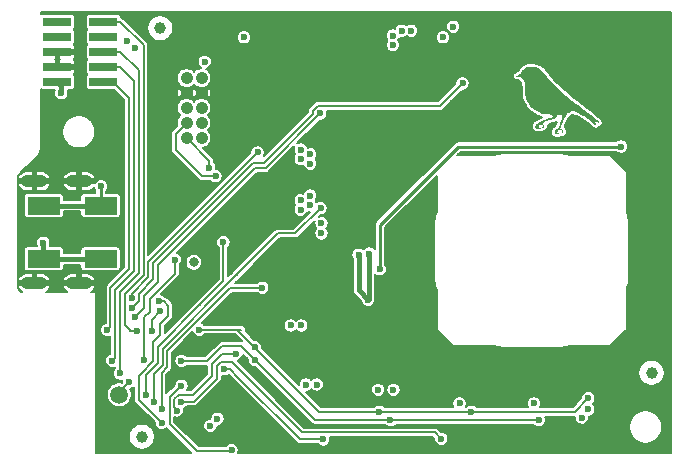
<source format=gbr>
%TF.GenerationSoftware,KiCad,Pcbnew,(5.1.9)-1*%
%TF.CreationDate,2021-03-02T05:03:43-05:00*%
%TF.ProjectId,Canary,43616e61-7279-42e6-9b69-6361645f7063,rev?*%
%TF.SameCoordinates,Original*%
%TF.FileFunction,Copper,L4,Bot*%
%TF.FilePolarity,Positive*%
%FSLAX46Y46*%
G04 Gerber Fmt 4.6, Leading zero omitted, Abs format (unit mm)*
G04 Created by KiCad (PCBNEW (5.1.9)-1) date 2021-03-02 05:03:43*
%MOMM*%
%LPD*%
G01*
G04 APERTURE LIST*
%TA.AperFunction,SMDPad,CuDef*%
%ADD10C,0.100000*%
%TD*%
%TA.AperFunction,SMDPad,CuDef*%
%ADD11C,1.000000*%
%TD*%
%TA.AperFunction,SMDPad,CuDef*%
%ADD12C,1.500000*%
%TD*%
%TA.AperFunction,SMDPad,CuDef*%
%ADD13R,2.800000X1.500000*%
%TD*%
%TA.AperFunction,ComponentPad*%
%ADD14C,1.050000*%
%TD*%
%TA.AperFunction,SMDPad,CuDef*%
%ADD15R,2.400000X0.760000*%
%TD*%
%TA.AperFunction,ComponentPad*%
%ADD16O,2.200000X1.100000*%
%TD*%
%TA.AperFunction,ViaPad*%
%ADD17C,0.600000*%
%TD*%
%TA.AperFunction,ViaPad*%
%ADD18C,0.800000*%
%TD*%
%TA.AperFunction,Conductor*%
%ADD19C,0.203200*%
%TD*%
%TA.AperFunction,Conductor*%
%ADD20C,0.381000*%
%TD*%
%TA.AperFunction,Conductor*%
%ADD21C,0.254000*%
%TD*%
%TA.AperFunction,Conductor*%
%ADD22C,0.100000*%
%TD*%
G04 APERTURE END LIST*
%TA.AperFunction,SMDPad,CuDef*%
D10*
%TO.P,LOGO1,1*%
%TO.N,N/C*%
G36*
X86927575Y-58699701D02*
G01*
X86887575Y-58689701D01*
X86885729Y-58689042D01*
X86884453Y-58688321D01*
X86854453Y-58668321D01*
X86852936Y-58667078D01*
X86852191Y-58666247D01*
X86832191Y-58641247D01*
X86831318Y-58639961D01*
X86811318Y-58604961D01*
X86810516Y-58603172D01*
X86810101Y-58601414D01*
X86800101Y-58531414D01*
X86800077Y-58528760D01*
X86810077Y-58448760D01*
X86810299Y-58447575D01*
X86820299Y-58407575D01*
X86820958Y-58405729D01*
X86821425Y-58404855D01*
X86851425Y-58354855D01*
X86852594Y-58353281D01*
X86854000Y-58352000D01*
X86894000Y-58322000D01*
X86896286Y-58320715D01*
X86946286Y-58300715D01*
X86947575Y-58300299D01*
X86986129Y-58290660D01*
X87033403Y-58262296D01*
X87081881Y-58204122D01*
X87131169Y-58125262D01*
X87230777Y-57906123D01*
X87280643Y-57776472D01*
X87350557Y-57586705D01*
X87410394Y-57407195D01*
X87440262Y-57287723D01*
X87460000Y-57198902D01*
X87460000Y-57153333D01*
X87433492Y-57117989D01*
X87386960Y-57096095D01*
X87309608Y-57090000D01*
X87080827Y-57090000D01*
X87028998Y-57098638D01*
X87019923Y-57171240D01*
X87019806Y-57171961D01*
X87009806Y-57221961D01*
X87009235Y-57223836D01*
X87008309Y-57225564D01*
X87007071Y-57227071D01*
X86957071Y-57277071D01*
X86956644Y-57277474D01*
X86866860Y-57357282D01*
X86837071Y-57387071D01*
X86835547Y-57388321D01*
X86805547Y-57408321D01*
X86803817Y-57409243D01*
X86801521Y-57409884D01*
X86672228Y-57429775D01*
X86443114Y-57499505D01*
X86103630Y-57619323D01*
X85894368Y-57709007D01*
X85720898Y-57803157D01*
X85720220Y-57816078D01*
X85725401Y-57821260D01*
X85753162Y-57830513D01*
X85754472Y-57831056D01*
X85814472Y-57861056D01*
X85816000Y-57862000D01*
X85856000Y-57892000D01*
X85857445Y-57893324D01*
X85858575Y-57894855D01*
X85888575Y-57944855D01*
X85889414Y-57946627D01*
X85889806Y-57948039D01*
X85899762Y-57997819D01*
X85909701Y-58037575D01*
X85910000Y-58040000D01*
X85910000Y-58080000D01*
X85909808Y-58081951D01*
X85909239Y-58083827D01*
X85907809Y-58086247D01*
X85867809Y-58136247D01*
X85866440Y-58137650D01*
X85864824Y-58138760D01*
X85863162Y-58139487D01*
X85803162Y-58159487D01*
X85801251Y-58159921D01*
X85800000Y-58160000D01*
X85770000Y-58160000D01*
X85768049Y-58159808D01*
X85765528Y-58158944D01*
X85745528Y-58148944D01*
X85743869Y-58147900D01*
X85742445Y-58146552D01*
X85741056Y-58144472D01*
X85731056Y-58124472D01*
X85730355Y-58122641D01*
X85730025Y-58120709D01*
X85730079Y-58118749D01*
X85730513Y-58116838D01*
X85731312Y-58115048D01*
X85732445Y-58113448D01*
X85733869Y-58112100D01*
X85735528Y-58111056D01*
X85737359Y-58110355D01*
X85740000Y-58110000D01*
X85757640Y-58110000D01*
X85794966Y-58091337D01*
X85821598Y-58073582D01*
X85829593Y-58049599D01*
X85810565Y-57973491D01*
X85802244Y-57956849D01*
X85745892Y-57919280D01*
X85707969Y-57909800D01*
X85649172Y-57900000D01*
X85580828Y-57900000D01*
X85523126Y-57909617D01*
X85485924Y-57928218D01*
X85467773Y-57946369D01*
X85449063Y-57974434D01*
X85440000Y-58001623D01*
X85440000Y-58029009D01*
X85449418Y-58076098D01*
X85467460Y-58103161D01*
X85515422Y-58141531D01*
X85553491Y-58160566D01*
X85632425Y-58180299D01*
X85634271Y-58180958D01*
X85635953Y-58181965D01*
X85637406Y-58183281D01*
X85638575Y-58184855D01*
X85639414Y-58186627D01*
X85639891Y-58188528D01*
X85639988Y-58190486D01*
X85639701Y-58192425D01*
X85639042Y-58194271D01*
X85638035Y-58195953D01*
X85636000Y-58198000D01*
X85596000Y-58228000D01*
X85594324Y-58229017D01*
X85592482Y-58229687D01*
X85590000Y-58230000D01*
X85510000Y-58230000D01*
X85508049Y-58229808D01*
X85506061Y-58229191D01*
X85436061Y-58199191D01*
X85434343Y-58198246D01*
X85432407Y-58196508D01*
X85372407Y-58126508D01*
X85371284Y-58124902D01*
X85370513Y-58123162D01*
X85350513Y-58063162D01*
X85350079Y-58061251D01*
X85350000Y-58060000D01*
X85350000Y-58000000D01*
X85350194Y-57998039D01*
X85360194Y-57948039D01*
X85360715Y-57946286D01*
X85380000Y-57898074D01*
X85380000Y-57884142D01*
X85377299Y-57881441D01*
X85354952Y-57888890D01*
X85298008Y-57936343D01*
X85269711Y-57992939D01*
X85260124Y-58069630D01*
X85269329Y-58115653D01*
X85307465Y-58163323D01*
X85316369Y-58172227D01*
X85345034Y-58191337D01*
X85384472Y-58211056D01*
X85386131Y-58212100D01*
X85387555Y-58213448D01*
X85388688Y-58215048D01*
X85389487Y-58216838D01*
X85389921Y-58218749D01*
X85389975Y-58220709D01*
X85389645Y-58222641D01*
X85388944Y-58224472D01*
X85387900Y-58226131D01*
X85386552Y-58227555D01*
X85384952Y-58228688D01*
X85382425Y-58229701D01*
X85342425Y-58239701D01*
X85340486Y-58239988D01*
X85338039Y-58239806D01*
X85288039Y-58229806D01*
X85285528Y-58228944D01*
X85225528Y-58198944D01*
X85223869Y-58197900D01*
X85222191Y-58196247D01*
X85182191Y-58146247D01*
X85181123Y-58144604D01*
X85180395Y-58142783D01*
X85180101Y-58141414D01*
X85170101Y-58071414D01*
X85170015Y-58069456D01*
X85170136Y-58068356D01*
X85190136Y-57948356D01*
X85190809Y-57946061D01*
X85220809Y-57876061D01*
X85221754Y-57874343D01*
X85222971Y-57872887D01*
X85264400Y-57831947D01*
X85282837Y-57813022D01*
X85284759Y-57811483D01*
X85414759Y-57731483D01*
X85415259Y-57731195D01*
X85545259Y-57661195D01*
X85546286Y-57660715D01*
X85746286Y-57580715D01*
X85746489Y-57580637D01*
X85906489Y-57520637D01*
X85906637Y-57520583D01*
X86186402Y-57420667D01*
X86356193Y-57350753D01*
X86356489Y-57350637D01*
X86516209Y-57290742D01*
X86603589Y-57251906D01*
X86624428Y-57224453D01*
X86620234Y-57182828D01*
X86601337Y-57145034D01*
X86582987Y-57117510D01*
X86515284Y-57078822D01*
X86455906Y-57049133D01*
X86407331Y-57029703D01*
X86218848Y-56999942D01*
X85949261Y-56979973D01*
X85949005Y-56979950D01*
X85749005Y-56959950D01*
X85746453Y-56959350D01*
X85456453Y-56849350D01*
X85455294Y-56848824D01*
X85155294Y-56688824D01*
X85153793Y-56687840D01*
X84913793Y-56497840D01*
X84912432Y-56496536D01*
X84722432Y-56276536D01*
X84721893Y-56275855D01*
X84591893Y-56095855D01*
X84591679Y-56095547D01*
X84451679Y-55885547D01*
X84450938Y-55884229D01*
X84380938Y-55734229D01*
X84380215Y-55732060D01*
X84340215Y-55542060D01*
X84340122Y-55541560D01*
X84310122Y-55351560D01*
X84310012Y-55350499D01*
X84300012Y-55150499D01*
X84300000Y-55150000D01*
X84300000Y-54830134D01*
X84290017Y-54470764D01*
X84270270Y-54312782D01*
X84211120Y-54184623D01*
X84141461Y-54065209D01*
X84072151Y-53956293D01*
X84023432Y-53907574D01*
X83984741Y-53878556D01*
X83953790Y-53863279D01*
X83859651Y-53859994D01*
X83859335Y-53859978D01*
X83709335Y-53849978D01*
X83708760Y-53849923D01*
X83548760Y-53829923D01*
X83546848Y-53829490D01*
X83545057Y-53828693D01*
X83543456Y-53827561D01*
X83542106Y-53826139D01*
X83541060Y-53824481D01*
X83540358Y-53822651D01*
X83540000Y-53820000D01*
X83540000Y-53810000D01*
X83540192Y-53808049D01*
X83541056Y-53805528D01*
X83551056Y-53785528D01*
X83552100Y-53783869D01*
X83554000Y-53782000D01*
X83594000Y-53752000D01*
X83595039Y-53751318D01*
X83804920Y-53631386D01*
X83854645Y-53601551D01*
X83884093Y-53581919D01*
X83932540Y-53543161D01*
X83951419Y-53514843D01*
X84021195Y-53385259D01*
X84021520Y-53384700D01*
X84071520Y-53304700D01*
X84071877Y-53304168D01*
X84094403Y-53272794D01*
X84095311Y-53271702D01*
X84122785Y-53243076D01*
X84123861Y-53242106D01*
X84213861Y-53172106D01*
X84214631Y-53171563D01*
X84324631Y-53101563D01*
X84325528Y-53101056D01*
X84425528Y-53051056D01*
X84426838Y-53050513D01*
X84486838Y-53030513D01*
X84487575Y-53030299D01*
X84567575Y-53010299D01*
X84568761Y-53010077D01*
X84635177Y-53001783D01*
X84636251Y-53001707D01*
X84739835Y-53000001D01*
X84740345Y-53000006D01*
X85030345Y-53010006D01*
X85031483Y-53010111D01*
X85231483Y-53040111D01*
X85233162Y-53040513D01*
X85353162Y-53080513D01*
X85354138Y-53080896D01*
X85464138Y-53130896D01*
X85465547Y-53131679D01*
X85585547Y-53211679D01*
X85586823Y-53212689D01*
X85736823Y-53352689D01*
X85737071Y-53352929D01*
X85847071Y-53462929D01*
X85847433Y-53463310D01*
X85937433Y-53563310D01*
X85937498Y-53563384D01*
X86087498Y-53733384D01*
X86088137Y-53734188D01*
X86138137Y-53804188D01*
X86138944Y-53805528D01*
X86158944Y-53845528D01*
X86159645Y-53847359D01*
X86159975Y-53849291D01*
X86159934Y-53850789D01*
X86247606Y-53953508D01*
X86247682Y-53953598D01*
X86397486Y-54133362D01*
X86557186Y-54303044D01*
X86727004Y-54472862D01*
X86956810Y-54692677D01*
X87396727Y-55092601D01*
X87396877Y-55092740D01*
X87776707Y-55452579D01*
X88286275Y-55892206D01*
X88645948Y-56161961D01*
X88755882Y-56241913D01*
X88756139Y-56242106D01*
X89296070Y-56662052D01*
X89845977Y-57071983D01*
X89846169Y-57072129D01*
X90216169Y-57362129D01*
X90216292Y-57362228D01*
X90426292Y-57532228D01*
X90426690Y-57532567D01*
X90526690Y-57622567D01*
X90527071Y-57622929D01*
X90547071Y-57642929D01*
X90548315Y-57644444D01*
X90548944Y-57645528D01*
X90558944Y-57665528D01*
X90559487Y-57666838D01*
X90569487Y-57696838D01*
X90569921Y-57698749D01*
X90570000Y-57700000D01*
X90570000Y-57710000D01*
X90569808Y-57711951D01*
X90569239Y-57713827D01*
X90568315Y-57715556D01*
X90567071Y-57717071D01*
X90565556Y-57718315D01*
X90563827Y-57719239D01*
X90561951Y-57719808D01*
X90560000Y-57720000D01*
X90540000Y-57720000D01*
X90538049Y-57719808D01*
X90536061Y-57719191D01*
X90466061Y-57689191D01*
X90465528Y-57688944D01*
X90386630Y-57649495D01*
X90299892Y-57630220D01*
X90256023Y-57638994D01*
X90239063Y-57664434D01*
X90230407Y-57690401D01*
X90239435Y-57726509D01*
X90258770Y-57765180D01*
X90288575Y-57814855D01*
X90289414Y-57816627D01*
X90289701Y-57817575D01*
X90299606Y-57857195D01*
X90309487Y-57886838D01*
X90309921Y-57888749D01*
X90310000Y-57890000D01*
X90310000Y-57920000D01*
X90309808Y-57921951D01*
X90309239Y-57923827D01*
X90308315Y-57925556D01*
X90307071Y-57927071D01*
X90305556Y-57928315D01*
X90303827Y-57929239D01*
X90301951Y-57929808D01*
X90300000Y-57930000D01*
X90280000Y-57930000D01*
X90278049Y-57929808D01*
X90275528Y-57928944D01*
X90215528Y-57898944D01*
X90213310Y-57897433D01*
X90113310Y-57807433D01*
X90112929Y-57807071D01*
X89983026Y-57677168D01*
X89803588Y-57507699D01*
X89654439Y-57398323D01*
X89324909Y-57198608D01*
X89065124Y-57048732D01*
X88825665Y-56919025D01*
X88636298Y-56839291D01*
X88476673Y-56779432D01*
X88360313Y-56740645D01*
X88263752Y-56779270D01*
X87973824Y-56899240D01*
X87973387Y-56899409D01*
X87869463Y-56936822D01*
X87869893Y-56938539D01*
X87869988Y-56940497D01*
X87869699Y-56942436D01*
X87868944Y-56944472D01*
X87828944Y-57024472D01*
X87827926Y-57026097D01*
X87728513Y-57155334D01*
X87669074Y-57274212D01*
X87429339Y-57833594D01*
X87329538Y-58123016D01*
X87292821Y-58251525D01*
X87361240Y-58260077D01*
X87363152Y-58260510D01*
X87364472Y-58261056D01*
X87444472Y-58301056D01*
X87446131Y-58302100D01*
X87448000Y-58304000D01*
X87508000Y-58384000D01*
X87509017Y-58385676D01*
X87509615Y-58387253D01*
X87529615Y-58457253D01*
X87530000Y-58460000D01*
X87530000Y-58520000D01*
X87529808Y-58521951D01*
X87529239Y-58523827D01*
X87528575Y-58525145D01*
X87498575Y-58575145D01*
X87497406Y-58576719D01*
X87495953Y-58578035D01*
X87494472Y-58578944D01*
X87454472Y-58598944D01*
X87452641Y-58599645D01*
X87450000Y-58600000D01*
X87400000Y-58600000D01*
X87398049Y-58599808D01*
X87396173Y-58599239D01*
X87394444Y-58598315D01*
X87392929Y-58597071D01*
X87391685Y-58595556D01*
X87390761Y-58593827D01*
X87390192Y-58591951D01*
X87390000Y-58590000D01*
X87390192Y-58588049D01*
X87390761Y-58586173D01*
X87391685Y-58584444D01*
X87392929Y-58582929D01*
X87394453Y-58581679D01*
X87422789Y-58562789D01*
X87441102Y-58535318D01*
X87460000Y-58488074D01*
X87460000Y-58480991D01*
X87450456Y-58433273D01*
X87422359Y-58377077D01*
X87376775Y-58349727D01*
X87280058Y-58340055D01*
X87192644Y-58349768D01*
X87105758Y-58388384D01*
X87058523Y-58435619D01*
X87040000Y-58481927D01*
X87040000Y-58537640D01*
X87058218Y-58574076D01*
X87085924Y-58601782D01*
X87143834Y-58630737D01*
X87173162Y-58640513D01*
X87174472Y-58641056D01*
X87194472Y-58651056D01*
X87196131Y-58652100D01*
X87197555Y-58653448D01*
X87198688Y-58655048D01*
X87199487Y-58656838D01*
X87199921Y-58658749D01*
X87199975Y-58660709D01*
X87199645Y-58662641D01*
X87198944Y-58664472D01*
X87197900Y-58666131D01*
X87196552Y-58667555D01*
X87194472Y-58668944D01*
X87154472Y-58688944D01*
X87152641Y-58689645D01*
X87150709Y-58689975D01*
X87148586Y-58689899D01*
X87078586Y-58679899D01*
X87076682Y-58679433D01*
X87074453Y-58678321D01*
X87014453Y-58638321D01*
X87012936Y-58637078D01*
X87012191Y-58636247D01*
X86972191Y-58586247D01*
X86971123Y-58584604D01*
X86970385Y-58582747D01*
X86950385Y-58512747D01*
X86950034Y-58510819D01*
X86950101Y-58508586D01*
X86960101Y-58438586D01*
X86960715Y-58436286D01*
X86980000Y-58388074D01*
X86980000Y-58384142D01*
X86975858Y-58380000D01*
X86972360Y-58380000D01*
X86955280Y-58388540D01*
X86917567Y-58416825D01*
X86889466Y-58463660D01*
X86880000Y-58510991D01*
X86880000Y-58558377D01*
X86889263Y-58586166D01*
X86898540Y-58604720D01*
X86926972Y-58642629D01*
X86955034Y-58661337D01*
X86974472Y-58671056D01*
X86976131Y-58672100D01*
X86977555Y-58673448D01*
X86978688Y-58675048D01*
X86979487Y-58676838D01*
X86979921Y-58678749D01*
X86979975Y-58680709D01*
X86979645Y-58682641D01*
X86978944Y-58684472D01*
X86977900Y-58686131D01*
X86976552Y-58687555D01*
X86974952Y-58688688D01*
X86972425Y-58689701D01*
X86932425Y-58699701D01*
X86930486Y-58699988D01*
X86927575Y-58699701D01*
G37*
%TD.AperFunction*%
%TD*%
D11*
%TO.P,FID6,~*%
%TO.N,N/C*%
X53400000Y-49720000D03*
%TD*%
%TO.P,FID5,~*%
%TO.N,N/C*%
X51860000Y-84320000D03*
%TD*%
%TO.P,FID4,~*%
%TO.N,N/C*%
X95000000Y-78910000D03*
%TD*%
D12*
%TO.P,TP1,1*%
%TO.N,Net-(TP1-Pad1)*%
X49940000Y-80760000D03*
%TD*%
D13*
%TO.P,SW1,4*%
%TO.N,/RBTN*%
X48350000Y-64750000D03*
%TO.P,SW1,3*%
X43550000Y-64750000D03*
%TO.P,SW1,2*%
%TO.N,+3V3*%
X48350000Y-69250000D03*
%TO.P,SW1,1*%
X43550000Y-69250000D03*
%TD*%
D14*
%TO.P,J2,2*%
%TO.N,+5V*%
X56900000Y-53940000D03*
%TO.P,J2,1*%
X55630000Y-53940000D03*
%TO.P,J2,4*%
%TO.N,GND*%
X56900000Y-55210000D03*
%TO.P,J2,3*%
X55630000Y-55210000D03*
%TO.P,J2,6*%
%TO.N,N/C*%
X56900000Y-56480000D03*
%TO.P,J2,5*%
%TO.N,~PM_RST~*%
X55630000Y-56480000D03*
%TO.P,J2,8*%
%TO.N,N/C*%
X56900000Y-57750000D03*
%TO.P,J2,7*%
%TO.N,PM_UART_RXD*%
X55630000Y-57750000D03*
%TO.P,J2,10*%
%TO.N,~PM_SLEEP~*%
X56900000Y-59020000D03*
%TO.P,J2,9*%
%TO.N,PM_UART_TXD*%
X55630000Y-59020000D03*
%TD*%
D15*
%TO.P,J1,8*%
%TO.N,N/C*%
X48600000Y-50470000D03*
%TO.P,J1,10*%
%TO.N,~RESET~*%
X48600000Y-49200000D03*
%TO.P,J1,4*%
%TO.N,SWDCLK*%
X48600000Y-53010000D03*
%TO.P,J1,6*%
%TO.N,SWO*%
X48600000Y-51740000D03*
%TO.P,J1,2*%
%TO.N,SWDIO*%
X48600000Y-54280000D03*
%TO.P,J1,9*%
%TO.N,N/C*%
X44700000Y-49200000D03*
%TO.P,J1,7*%
X44700000Y-50470000D03*
%TO.P,J1,5*%
%TO.N,GND*%
X44700000Y-51740000D03*
%TO.P,J1,3*%
X44700000Y-53010000D03*
%TO.P,J1,1*%
%TO.N,+3V3*%
X44700000Y-54280000D03*
%TD*%
D16*
%TO.P,J3,S1*%
%TO.N,GND*%
X46550000Y-62680000D03*
%TO.P,J3,S2*%
X46550000Y-71320000D03*
%TO.P,J3,S3*%
X42750000Y-62680000D03*
%TO.P,J3,S4*%
X42750000Y-71320000D03*
%TD*%
D17*
%TO.N,/BAT_DIV*%
X54800000Y-82100000D03*
X59800000Y-77300000D03*
%TO.N,GND*%
X62500000Y-59950000D03*
X59450000Y-80150000D03*
X66050000Y-78150000D03*
X68150000Y-78150000D03*
X75550000Y-54050000D03*
X48250000Y-77950000D03*
X48250000Y-79800000D03*
X48250000Y-81300000D03*
X48250000Y-83150000D03*
X49200000Y-83150000D03*
X50150000Y-83150000D03*
X55250000Y-83250000D03*
X75600000Y-50050000D03*
X76600000Y-50975000D03*
X76600000Y-50050000D03*
X78200000Y-56050000D03*
X68250000Y-53500000D03*
X69200000Y-53500000D03*
X75550000Y-52900000D03*
X75600000Y-56950000D03*
X71100000Y-50875000D03*
X66700000Y-50850000D03*
X91400000Y-49200000D03*
X86600000Y-49200000D03*
X92200000Y-53600000D03*
X92200000Y-54800000D03*
X93400000Y-54800000D03*
X94600000Y-54800000D03*
X95800000Y-54800000D03*
X90000000Y-54400000D03*
X88950000Y-54400000D03*
X79100000Y-52500000D03*
X56000000Y-51400000D03*
X57100000Y-50300000D03*
X56000000Y-50300000D03*
X71100000Y-50050000D03*
X70400000Y-57250000D03*
X61400000Y-54400000D03*
X61400000Y-55200000D03*
X61400000Y-56000000D03*
X63400000Y-62600000D03*
X62600000Y-62600000D03*
X63400000Y-63400000D03*
X63400000Y-64200000D03*
X57750000Y-76675000D03*
X57750000Y-75825000D03*
X71100000Y-65450000D03*
X70150000Y-65450000D03*
X68600000Y-65450000D03*
X66450000Y-68100000D03*
X64600000Y-85300000D03*
X74600000Y-85300000D03*
X84600000Y-85300000D03*
X58650000Y-80150000D03*
X62400000Y-65200000D03*
X62980000Y-74140000D03*
X62980000Y-73280000D03*
X66900000Y-74700000D03*
X67700000Y-74700000D03*
X66900000Y-70700000D03*
X67700000Y-70700000D03*
X46620000Y-51170000D03*
X48110000Y-55330000D03*
X49200000Y-59750000D03*
D18*
X56250000Y-72650000D03*
D17*
X48150000Y-73650000D03*
X57700000Y-84975000D03*
X61150000Y-75000000D03*
X85050000Y-80700000D03*
X62250000Y-79750000D03*
X62250000Y-83250000D03*
X92600000Y-81600000D03*
X94400000Y-81600000D03*
X92600000Y-83400000D03*
X53870000Y-59800000D03*
X95200000Y-55700000D03*
X94000000Y-55700000D03*
X92800000Y-55700000D03*
X61590000Y-63830000D03*
X61600000Y-65700000D03*
X92600000Y-85200000D03*
X96200000Y-81600000D03*
D18*
%TO.N,+3V3*%
X56250000Y-69550000D03*
D17*
X45020000Y-55230000D03*
X58250000Y-82800000D03*
X57650000Y-83400000D03*
X65300000Y-60000000D03*
X65300000Y-60800000D03*
X66100000Y-60400000D03*
X66100000Y-61200000D03*
X77350000Y-50500000D03*
X73100000Y-51150000D03*
X73100000Y-50350000D03*
X73850000Y-49950000D03*
X74650000Y-49950000D03*
X78200000Y-49600000D03*
X43500000Y-67900000D03*
%TO.N,VDD*%
X89100000Y-82700000D03*
X89650000Y-82000000D03*
X78750000Y-81500000D03*
X71850000Y-80350000D03*
X73150000Y-80350000D03*
X67050000Y-67100000D03*
X67050000Y-66250000D03*
X66100000Y-63900000D03*
X65300000Y-65100000D03*
X66100000Y-64700000D03*
X65300000Y-64300000D03*
X65750000Y-79900000D03*
X66650000Y-79900000D03*
X64450000Y-74900000D03*
X65350000Y-74900000D03*
X85050000Y-81500000D03*
%TO.N,VREF*%
X71000000Y-72730000D03*
X71087500Y-68807500D03*
X70200000Y-68910000D03*
%TO.N,+5V*%
X57170000Y-52580000D03*
X50600000Y-50830000D03*
X51250000Y-51370000D03*
X60500000Y-50500000D03*
%TO.N,LED_GREEN*%
X55200000Y-80000000D03*
X59450000Y-85450000D03*
%TO.N,LED_AMBER*%
X67200000Y-84550000D03*
X58800000Y-78600000D03*
%TO.N,LED_RED*%
X55200000Y-81350000D03*
X77200000Y-84500000D03*
%TO.N,~RESET~*%
X51450000Y-75400000D03*
%TO.N,SWDCLK*%
X49335000Y-77885000D03*
%TO.N,SWO*%
X49990000Y-78960000D03*
%TO.N,SWDIO*%
X48920000Y-75280000D03*
%TO.N,5V_EN*%
X52200000Y-80825000D03*
X58750000Y-67850000D03*
%TO.N,VREF_EN*%
X52875000Y-81400000D03*
X66975000Y-64975000D03*
%TO.N,~LMP_EN~*%
X53525000Y-82000000D03*
X62050000Y-71700000D03*
%TO.N,PIEZO_PWM*%
X53300000Y-72850000D03*
X53525000Y-83125000D03*
%TO.N,PM_UART_RXD*%
X58090000Y-62270000D03*
%TO.N,PM_UART_TXD*%
X57550000Y-61540000D03*
%TO.N,I2C_SDA*%
X55200000Y-77900000D03*
X61400000Y-77800000D03*
X72900000Y-82900000D03*
X85450000Y-82900000D03*
%TO.N,I2C_SCL*%
X56700000Y-75250000D03*
X61400000Y-76750000D03*
X71950000Y-82200000D03*
X79750000Y-82200000D03*
X89650000Y-81050000D03*
%TO.N,CHG_STAT*%
X66950000Y-56950000D03*
X51250000Y-74200000D03*
%TO.N,3V3_PS*%
X79000000Y-54400000D03*
X51000000Y-73400000D03*
%TO.N,VDD_EN*%
X61650000Y-60250000D03*
X51000000Y-72550000D03*
%TO.N,BUTTON*%
X52700000Y-75400000D03*
X53400000Y-73700000D03*
%TO.N,~PM_RST~*%
X52050000Y-77850000D03*
X54650000Y-69330000D03*
%TO.N,/Potentiostat/SPEC_CE*%
X72000000Y-70140000D03*
X92420000Y-59750000D03*
%TO.N,/RBTN*%
X48400000Y-63100000D03*
%TO.N,Net-(TP1-Pad1)*%
X50800000Y-79650000D03*
%TD*%
D19*
%TO.N,/BAT_DIV*%
X58600000Y-77300000D02*
X59800000Y-77300000D01*
X56200000Y-80750000D02*
X57750000Y-79200000D01*
X57750000Y-79200000D02*
X57750000Y-78150000D01*
X54980078Y-80750000D02*
X56200000Y-80750000D01*
X54600000Y-81130078D02*
X54980078Y-80750000D01*
X57750000Y-78150000D02*
X58600000Y-77300000D01*
X54600000Y-81825000D02*
X54600000Y-81130078D01*
X54800000Y-82025000D02*
X54600000Y-81825000D01*
X54800000Y-82100000D02*
X54800000Y-82025000D01*
D20*
%TO.N,GND*%
X46050000Y-51740000D02*
X44700000Y-51740000D01*
X46620000Y-51170000D02*
X46050000Y-51740000D01*
X44700000Y-51740000D02*
X44700000Y-53010000D01*
%TO.N,+3V3*%
X43500000Y-69200000D02*
X43550000Y-69250000D01*
X43500000Y-67900000D02*
X43500000Y-69200000D01*
X43550000Y-69250000D02*
X48350000Y-69250000D01*
X45020000Y-54600000D02*
X44700000Y-54280000D01*
X45020000Y-55230000D02*
X45020000Y-54600000D01*
%TO.N,VREF*%
X70200000Y-71930000D02*
X71000000Y-72730000D01*
X70200000Y-68910000D02*
X70200000Y-71930000D01*
X71087500Y-72642500D02*
X71000000Y-72730000D01*
X71087500Y-68807500D02*
X71087500Y-72642500D01*
D19*
%TO.N,LED_GREEN*%
X59350000Y-85550000D02*
X59450000Y-85450000D01*
X54200000Y-83260000D02*
X56490000Y-85550000D01*
X54200000Y-80950000D02*
X54200000Y-83260000D01*
X55150000Y-80000000D02*
X54200000Y-80950000D01*
X56490000Y-85550000D02*
X56900000Y-85550000D01*
X55200000Y-80000000D02*
X55150000Y-80000000D01*
X56900000Y-85550000D02*
X59350000Y-85550000D01*
X56700000Y-85550000D02*
X56900000Y-85550000D01*
%TO.N,LED_AMBER*%
X65250000Y-84550000D02*
X67200000Y-84550000D01*
X67200000Y-84550000D02*
X67200000Y-84550000D01*
X59300000Y-78600000D02*
X60025000Y-79325000D01*
X58800000Y-78600000D02*
X59300000Y-78600000D01*
X60025000Y-79325000D02*
X65250000Y-84550000D01*
X59900000Y-79200000D02*
X60025000Y-79325000D01*
%TO.N,LED_RED*%
X77200000Y-84500000D02*
X77200000Y-84500000D01*
X76650000Y-83950000D02*
X77200000Y-84500000D01*
X65450000Y-83950000D02*
X76650000Y-83950000D01*
X59500000Y-78000000D02*
X65450000Y-83950000D01*
X58200000Y-79400000D02*
X58200000Y-78350000D01*
X58550000Y-78000000D02*
X59500000Y-78000000D01*
X58200000Y-78350000D02*
X58550000Y-78000000D01*
X56250000Y-81350000D02*
X58200000Y-79400000D01*
X55200000Y-81350000D02*
X56250000Y-81350000D01*
%TO.N,~RESET~*%
X50003200Y-49200000D02*
X51990000Y-51186800D01*
X48600000Y-49200000D02*
X50003200Y-49200000D01*
X51990000Y-51186800D02*
X51990000Y-70640000D01*
X51990000Y-70640000D02*
X50390000Y-72240000D01*
X50390000Y-74890000D02*
X50390000Y-74760000D01*
X50390000Y-72240000D02*
X50390000Y-74760000D01*
X50900000Y-75400000D02*
X50725000Y-75225000D01*
X50725000Y-75225000D02*
X50390000Y-74890000D01*
X51450000Y-75400000D02*
X50900000Y-75400000D01*
X50850000Y-75350000D02*
X50725000Y-75225000D01*
%TO.N,SWDCLK*%
X50003200Y-53010000D02*
X51160000Y-54166800D01*
X48600000Y-53010000D02*
X50003200Y-53010000D01*
X51160000Y-54166800D02*
X51160000Y-70300000D01*
X51160000Y-70300000D02*
X49590000Y-71870000D01*
X49590000Y-71870000D02*
X49590000Y-77630000D01*
X49590000Y-77630000D02*
X49335000Y-77885000D01*
%TO.N,SWO*%
X50003200Y-51740000D02*
X51570000Y-53306800D01*
X48600000Y-51740000D02*
X50003200Y-51740000D01*
X51570000Y-53306800D02*
X51570000Y-70470000D01*
X51570000Y-70470000D02*
X49990000Y-72050000D01*
X49990000Y-72050000D02*
X49990000Y-78960000D01*
X49990000Y-78960000D02*
X49990000Y-78960000D01*
%TO.N,SWDIO*%
X48600000Y-54280000D02*
X49370000Y-54280000D01*
X49420000Y-54280000D02*
X48600000Y-54280000D01*
X50770000Y-55630000D02*
X49420000Y-54280000D01*
X50770000Y-70130000D02*
X50770000Y-55630000D01*
X49190000Y-71710000D02*
X50770000Y-70130000D01*
X49190000Y-75010000D02*
X49190000Y-71710000D01*
X48920000Y-75280000D02*
X49190000Y-75010000D01*
%TO.N,5V_EN*%
X52200000Y-80825000D02*
X52200000Y-79100000D01*
X52200000Y-79100000D02*
X53200000Y-78100000D01*
X53200000Y-78100000D02*
X53200000Y-76700000D01*
X58750000Y-71150000D02*
X58750000Y-67850000D01*
X56700000Y-73200000D02*
X58750000Y-71150000D01*
X53200000Y-76700000D02*
X56700000Y-73200000D01*
X56700000Y-73200000D02*
X56775000Y-73125000D01*
%TO.N,VREF_EN*%
X53600000Y-78275000D02*
X53600000Y-76875000D01*
X52875000Y-79000000D02*
X53600000Y-78275000D01*
X52875000Y-81400000D02*
X52875000Y-79000000D01*
X66975000Y-64975000D02*
X64850000Y-67100000D01*
X63375000Y-67100000D02*
X59737500Y-70737500D01*
X64850000Y-67100000D02*
X63375000Y-67100000D01*
X59737500Y-70737500D02*
X59875000Y-70600000D01*
X53600000Y-76875000D02*
X59737500Y-70737500D01*
%TO.N,~LMP_EN~*%
X53525000Y-82000000D02*
X53525000Y-78900000D01*
X53525000Y-78900000D02*
X54000000Y-78425000D01*
X54000000Y-78425000D02*
X54000000Y-77025000D01*
X59325000Y-71700000D02*
X56862500Y-74162500D01*
X62050000Y-71700000D02*
X59325000Y-71700000D01*
X56862500Y-74162500D02*
X57225000Y-73800000D01*
X54000000Y-77025000D02*
X56862500Y-74162500D01*
%TO.N,PIEZO_PWM*%
X53724264Y-72850000D02*
X54100000Y-73225736D01*
X53300000Y-72850000D02*
X53724264Y-72850000D01*
X54100000Y-73225736D02*
X54100000Y-74075000D01*
X54100000Y-74075000D02*
X53400000Y-74775000D01*
X53400000Y-74775000D02*
X53400000Y-75700000D01*
X53400000Y-75700000D02*
X52800000Y-76300000D01*
X52800000Y-77919922D02*
X51750000Y-78969922D01*
X52800000Y-76300000D02*
X52800000Y-77919922D01*
X51750000Y-78969922D02*
X51750000Y-78975000D01*
X53525000Y-83125000D02*
X53525000Y-83125000D01*
X51750000Y-78969922D02*
X51750000Y-78970000D01*
X51750000Y-78970000D02*
X51580000Y-79140000D01*
X51580000Y-81180000D02*
X53525000Y-83125000D01*
X51580000Y-79140000D02*
X51580000Y-81180000D01*
%TO.N,PM_UART_RXD*%
X55630000Y-57750000D02*
X54720000Y-58660000D01*
X54720000Y-58660000D02*
X54720000Y-59400000D01*
X54720000Y-59400000D02*
X54720000Y-60040000D01*
X54720000Y-60040000D02*
X56950000Y-62270000D01*
X56950000Y-62270000D02*
X58090000Y-62270000D01*
X58090000Y-62270000D02*
X58090000Y-62270000D01*
%TO.N,PM_UART_TXD*%
X55630000Y-59020000D02*
X57550000Y-60940000D01*
X57550000Y-60940000D02*
X57550000Y-61540000D01*
X57550000Y-61540000D02*
X57550000Y-61540000D01*
%TO.N,I2C_SDA*%
X72900000Y-82900000D02*
X85450000Y-82900000D01*
X85450000Y-82900000D02*
X85450000Y-82900000D01*
X60250000Y-76650000D02*
X61400000Y-77800000D01*
X58650000Y-76650000D02*
X60250000Y-76650000D01*
X57400000Y-77900000D02*
X58650000Y-76650000D01*
X55200000Y-77900000D02*
X57400000Y-77900000D01*
X66500000Y-82900000D02*
X67950000Y-82900000D01*
X61400000Y-77800000D02*
X66500000Y-82900000D01*
X67950000Y-82900000D02*
X72900000Y-82900000D01*
X67150000Y-82900000D02*
X67950000Y-82900000D01*
%TO.N,I2C_SCL*%
X60250000Y-75250000D02*
X58850000Y-75250000D01*
X58850000Y-75250000D02*
X58950000Y-75250000D01*
X56700000Y-75250000D02*
X58850000Y-75250000D01*
X71950000Y-82200000D02*
X78550000Y-82200000D01*
X78550000Y-82200000D02*
X79750000Y-82200000D01*
X88500000Y-82200000D02*
X89650000Y-81050000D01*
X79750000Y-82200000D02*
X88500000Y-82200000D01*
X89650000Y-81050000D02*
X89650000Y-81050000D01*
X56700000Y-75250000D02*
X59900000Y-75250000D01*
X66850000Y-82200000D02*
X67800000Y-82200000D01*
X59900000Y-75250000D02*
X66850000Y-82200000D01*
X67800000Y-82200000D02*
X71950000Y-82200000D01*
X67100000Y-82200000D02*
X67800000Y-82200000D01*
%TO.N,CHG_STAT*%
X61450000Y-61550000D02*
X62350000Y-61550000D01*
X53200000Y-69800000D02*
X61450000Y-61550000D01*
X53200000Y-71200000D02*
X53200000Y-69800000D01*
X52000000Y-73450000D02*
X52000000Y-72400000D01*
X52000000Y-72400000D02*
X53200000Y-71200000D01*
X51250000Y-74200000D02*
X52000000Y-73450000D01*
X66950000Y-56950000D02*
X62350000Y-61550000D01*
%TO.N,3V3_PS*%
X66300000Y-56750000D02*
X66300000Y-57000000D01*
X67000000Y-56300000D02*
X66750000Y-56300000D01*
X66750000Y-56300000D02*
X66300000Y-56750000D01*
X77100000Y-56300000D02*
X67000000Y-56300000D01*
X79000000Y-54400000D02*
X77100000Y-56300000D01*
X62150000Y-61150000D02*
X62250000Y-61050000D01*
X51600000Y-72200000D02*
X52800000Y-71000000D01*
X51600000Y-72800000D02*
X51600000Y-72200000D01*
X51000000Y-73400000D02*
X51600000Y-72800000D01*
X52800000Y-69650000D02*
X61300000Y-61150000D01*
X61300000Y-61150000D02*
X62150000Y-61150000D01*
X52800000Y-71000000D02*
X52800000Y-69650000D01*
X66300000Y-57000000D02*
X62250000Y-61050000D01*
%TO.N,VDD_EN*%
X52400000Y-70800000D02*
X51000000Y-72200000D01*
X52400000Y-69500000D02*
X52400000Y-70800000D01*
X51000000Y-72200000D02*
X51000000Y-72550000D01*
X61650000Y-60250000D02*
X52400000Y-69500000D01*
%TO.N,BUTTON*%
X52700000Y-74400000D02*
X53400000Y-73700000D01*
X52700000Y-75400000D02*
X52700000Y-74400000D01*
%TO.N,~PM_RST~*%
X52050000Y-77700000D02*
X51900000Y-77850000D01*
X52050000Y-74650000D02*
X52050000Y-74150000D01*
X52050000Y-74800000D02*
X52050000Y-74200000D01*
X52050000Y-74650000D02*
X52050000Y-74800000D01*
X52050000Y-74800000D02*
X52050000Y-77700000D01*
X52050000Y-74200000D02*
X52500000Y-73750000D01*
X52500000Y-73750000D02*
X52500000Y-72650000D01*
X54650000Y-70500000D02*
X54125000Y-71025000D01*
X54650000Y-69330000D02*
X54650000Y-70500000D01*
X52500000Y-72650000D02*
X54125000Y-71025000D01*
%TO.N,/Potentiostat/SPEC_CE*%
X92420000Y-59750000D02*
X92420000Y-59750000D01*
D21*
X78654854Y-59750000D02*
X92420000Y-59750000D01*
X72000000Y-66404854D02*
X78654854Y-59750000D01*
X72000000Y-70140000D02*
X72000000Y-66404854D01*
D20*
%TO.N,/RBTN*%
X48350000Y-64750000D02*
X43550000Y-64750000D01*
D21*
X48350000Y-64750000D02*
X48350000Y-63150000D01*
X48350000Y-63150000D02*
X48400000Y-63100000D01*
D19*
%TO.N,Net-(TP1-Pad1)*%
X49940000Y-80510000D02*
X50800000Y-79650000D01*
X49940000Y-80760000D02*
X49940000Y-80510000D01*
%TD*%
%TO.N,GND*%
X96670200Y-85670200D02*
X60013421Y-85670200D01*
X60031558Y-85626414D01*
X60054800Y-85509568D01*
X60054800Y-85390432D01*
X60031558Y-85273586D01*
X59985966Y-85163520D01*
X59919779Y-85064463D01*
X59835537Y-84980221D01*
X59736480Y-84914034D01*
X59626414Y-84868442D01*
X59509568Y-84845200D01*
X59390432Y-84845200D01*
X59273586Y-84868442D01*
X59163520Y-84914034D01*
X59064463Y-84980221D01*
X58980221Y-85064463D01*
X58927344Y-85143600D01*
X56658337Y-85143600D01*
X54855169Y-83340432D01*
X57045200Y-83340432D01*
X57045200Y-83459568D01*
X57068442Y-83576414D01*
X57114034Y-83686480D01*
X57180221Y-83785537D01*
X57264463Y-83869779D01*
X57363520Y-83935966D01*
X57473586Y-83981558D01*
X57590432Y-84004800D01*
X57709568Y-84004800D01*
X57826414Y-83981558D01*
X57936480Y-83935966D01*
X58035537Y-83869779D01*
X58119779Y-83785537D01*
X58185966Y-83686480D01*
X58231558Y-83576414D01*
X58254800Y-83459568D01*
X58254800Y-83404800D01*
X58309568Y-83404800D01*
X58426414Y-83381558D01*
X58536480Y-83335966D01*
X58635537Y-83269779D01*
X58719779Y-83185537D01*
X58785966Y-83086480D01*
X58831558Y-82976414D01*
X58854800Y-82859568D01*
X58854800Y-82740432D01*
X58831558Y-82623586D01*
X58785966Y-82513520D01*
X58719779Y-82414463D01*
X58635537Y-82330221D01*
X58536480Y-82264034D01*
X58426414Y-82218442D01*
X58309568Y-82195200D01*
X58190432Y-82195200D01*
X58073586Y-82218442D01*
X57963520Y-82264034D01*
X57864463Y-82330221D01*
X57780221Y-82414463D01*
X57714034Y-82513520D01*
X57668442Y-82623586D01*
X57645200Y-82740432D01*
X57645200Y-82795200D01*
X57590432Y-82795200D01*
X57473586Y-82818442D01*
X57363520Y-82864034D01*
X57264463Y-82930221D01*
X57180221Y-83014463D01*
X57114034Y-83113520D01*
X57068442Y-83223586D01*
X57045200Y-83340432D01*
X54855169Y-83340432D01*
X54606400Y-83091664D01*
X54606400Y-82674439D01*
X54623586Y-82681558D01*
X54740432Y-82704800D01*
X54859568Y-82704800D01*
X54976414Y-82681558D01*
X55086480Y-82635966D01*
X55185537Y-82569779D01*
X55269779Y-82485537D01*
X55335966Y-82386480D01*
X55381558Y-82276414D01*
X55404800Y-82159568D01*
X55404800Y-82040432D01*
X55382631Y-81928983D01*
X55486480Y-81885966D01*
X55585537Y-81819779D01*
X55648916Y-81756400D01*
X56230047Y-81756400D01*
X56250000Y-81758365D01*
X56269953Y-81756400D01*
X56269960Y-81756400D01*
X56329668Y-81750519D01*
X56406275Y-81727281D01*
X56476876Y-81689544D01*
X56538758Y-81638758D01*
X56551482Y-81623254D01*
X58473255Y-79701481D01*
X58488758Y-79688758D01*
X58539544Y-79626876D01*
X58577281Y-79556275D01*
X58600519Y-79479668D01*
X58606400Y-79419960D01*
X58606400Y-79419954D01*
X58608365Y-79400001D01*
X58606400Y-79380048D01*
X58606400Y-79174439D01*
X58623586Y-79181558D01*
X58740432Y-79204800D01*
X58859568Y-79204800D01*
X58976414Y-79181558D01*
X59086480Y-79135966D01*
X59185537Y-79069779D01*
X59190290Y-79065026D01*
X59751745Y-79626482D01*
X59751751Y-79626487D01*
X64948523Y-84823260D01*
X64961242Y-84838758D01*
X64976740Y-84851477D01*
X64976745Y-84851482D01*
X64997412Y-84868442D01*
X65023124Y-84889544D01*
X65068942Y-84914034D01*
X65093725Y-84927281D01*
X65170331Y-84950519D01*
X65177604Y-84951235D01*
X65230040Y-84956400D01*
X65230047Y-84956400D01*
X65250000Y-84958365D01*
X65269953Y-84956400D01*
X66751084Y-84956400D01*
X66814463Y-85019779D01*
X66913520Y-85085966D01*
X67023586Y-85131558D01*
X67140432Y-85154800D01*
X67259568Y-85154800D01*
X67376414Y-85131558D01*
X67486480Y-85085966D01*
X67585537Y-85019779D01*
X67669779Y-84935537D01*
X67735966Y-84836480D01*
X67781558Y-84726414D01*
X67804800Y-84609568D01*
X67804800Y-84490432D01*
X67781558Y-84373586D01*
X67774439Y-84356400D01*
X76481664Y-84356400D01*
X76595200Y-84469936D01*
X76595200Y-84559568D01*
X76618442Y-84676414D01*
X76664034Y-84786480D01*
X76730221Y-84885537D01*
X76814463Y-84969779D01*
X76913520Y-85035966D01*
X77023586Y-85081558D01*
X77140432Y-85104800D01*
X77259568Y-85104800D01*
X77376414Y-85081558D01*
X77486480Y-85035966D01*
X77585537Y-84969779D01*
X77669779Y-84885537D01*
X77735966Y-84786480D01*
X77781558Y-84676414D01*
X77804800Y-84559568D01*
X77804800Y-84440432D01*
X77781558Y-84323586D01*
X77735966Y-84213520D01*
X77669779Y-84114463D01*
X77585537Y-84030221D01*
X77486480Y-83964034D01*
X77376414Y-83918442D01*
X77259568Y-83895200D01*
X77169936Y-83895200D01*
X76951481Y-83676745D01*
X76938758Y-83661242D01*
X76876876Y-83610456D01*
X76806275Y-83572719D01*
X76729668Y-83549481D01*
X76669960Y-83543600D01*
X76669953Y-83543600D01*
X76650000Y-83541635D01*
X76630047Y-83543600D01*
X65618337Y-83543600D01*
X59959632Y-77884896D01*
X59976414Y-77881558D01*
X60086480Y-77835966D01*
X60185537Y-77769779D01*
X60269779Y-77685537D01*
X60335966Y-77586480D01*
X60381558Y-77476414D01*
X60401487Y-77376223D01*
X60795200Y-77769937D01*
X60795200Y-77859568D01*
X60818442Y-77976414D01*
X60864034Y-78086480D01*
X60930221Y-78185537D01*
X61014463Y-78269779D01*
X61113520Y-78335966D01*
X61223586Y-78381558D01*
X61340432Y-78404800D01*
X61430064Y-78404800D01*
X66198518Y-83173254D01*
X66211242Y-83188758D01*
X66273124Y-83239544D01*
X66343725Y-83277281D01*
X66402502Y-83295110D01*
X66420331Y-83300519D01*
X66428335Y-83301307D01*
X66480040Y-83306400D01*
X66480046Y-83306400D01*
X66499999Y-83308365D01*
X66519952Y-83306400D01*
X72451084Y-83306400D01*
X72514463Y-83369779D01*
X72613520Y-83435966D01*
X72723586Y-83481558D01*
X72840432Y-83504800D01*
X72959568Y-83504800D01*
X73076414Y-83481558D01*
X73186480Y-83435966D01*
X73285537Y-83369779D01*
X73348916Y-83306400D01*
X85001084Y-83306400D01*
X85064463Y-83369779D01*
X85163520Y-83435966D01*
X85273586Y-83481558D01*
X85390432Y-83504800D01*
X85509568Y-83504800D01*
X85626414Y-83481558D01*
X85736480Y-83435966D01*
X85835537Y-83369779D01*
X85843677Y-83361639D01*
X93095200Y-83361639D01*
X93095200Y-83638361D01*
X93149186Y-83909765D01*
X93255083Y-84165422D01*
X93408821Y-84395508D01*
X93604492Y-84591179D01*
X93834578Y-84744917D01*
X94090235Y-84850814D01*
X94361639Y-84904800D01*
X94638361Y-84904800D01*
X94909765Y-84850814D01*
X95165422Y-84744917D01*
X95395508Y-84591179D01*
X95591179Y-84395508D01*
X95744917Y-84165422D01*
X95850814Y-83909765D01*
X95904800Y-83638361D01*
X95904800Y-83361639D01*
X95850814Y-83090235D01*
X95744917Y-82834578D01*
X95591179Y-82604492D01*
X95395508Y-82408821D01*
X95165422Y-82255083D01*
X94909765Y-82149186D01*
X94638361Y-82095200D01*
X94361639Y-82095200D01*
X94090235Y-82149186D01*
X93834578Y-82255083D01*
X93604492Y-82408821D01*
X93408821Y-82604492D01*
X93255083Y-82834578D01*
X93149186Y-83090235D01*
X93095200Y-83361639D01*
X85843677Y-83361639D01*
X85919779Y-83285537D01*
X85985966Y-83186480D01*
X86031558Y-83076414D01*
X86054800Y-82959568D01*
X86054800Y-82840432D01*
X86031558Y-82723586D01*
X85985966Y-82613520D01*
X85981209Y-82606400D01*
X88480047Y-82606400D01*
X88500000Y-82608365D01*
X88501610Y-82608206D01*
X88495200Y-82640432D01*
X88495200Y-82759568D01*
X88518442Y-82876414D01*
X88564034Y-82986480D01*
X88630221Y-83085537D01*
X88714463Y-83169779D01*
X88813520Y-83235966D01*
X88923586Y-83281558D01*
X89040432Y-83304800D01*
X89159568Y-83304800D01*
X89276414Y-83281558D01*
X89386480Y-83235966D01*
X89485537Y-83169779D01*
X89569779Y-83085537D01*
X89635966Y-82986480D01*
X89681558Y-82876414D01*
X89704800Y-82759568D01*
X89704800Y-82640432D01*
X89697712Y-82604800D01*
X89709568Y-82604800D01*
X89826414Y-82581558D01*
X89936480Y-82535966D01*
X90035537Y-82469779D01*
X90119779Y-82385537D01*
X90185966Y-82286480D01*
X90231558Y-82176414D01*
X90254800Y-82059568D01*
X90254800Y-81940432D01*
X90231558Y-81823586D01*
X90185966Y-81713520D01*
X90119779Y-81614463D01*
X90035537Y-81530221D01*
X90027723Y-81525000D01*
X90035537Y-81519779D01*
X90119779Y-81435537D01*
X90185966Y-81336480D01*
X90231558Y-81226414D01*
X90254800Y-81109568D01*
X90254800Y-80990432D01*
X90231558Y-80873586D01*
X90185966Y-80763520D01*
X90119779Y-80664463D01*
X90035537Y-80580221D01*
X89936480Y-80514034D01*
X89826414Y-80468442D01*
X89709568Y-80445200D01*
X89590432Y-80445200D01*
X89473586Y-80468442D01*
X89363520Y-80514034D01*
X89264463Y-80580221D01*
X89180221Y-80664463D01*
X89114034Y-80763520D01*
X89068442Y-80873586D01*
X89045200Y-80990432D01*
X89045200Y-81080063D01*
X88331664Y-81793600D01*
X85581209Y-81793600D01*
X85585966Y-81786480D01*
X85631558Y-81676414D01*
X85654800Y-81559568D01*
X85654800Y-81440432D01*
X85631558Y-81323586D01*
X85585966Y-81213520D01*
X85519779Y-81114463D01*
X85435537Y-81030221D01*
X85336480Y-80964034D01*
X85226414Y-80918442D01*
X85109568Y-80895200D01*
X84990432Y-80895200D01*
X84873586Y-80918442D01*
X84763520Y-80964034D01*
X84664463Y-81030221D01*
X84580221Y-81114463D01*
X84514034Y-81213520D01*
X84468442Y-81323586D01*
X84445200Y-81440432D01*
X84445200Y-81559568D01*
X84468442Y-81676414D01*
X84514034Y-81786480D01*
X84518791Y-81793600D01*
X80198916Y-81793600D01*
X80135537Y-81730221D01*
X80036480Y-81664034D01*
X79926414Y-81618442D01*
X79809568Y-81595200D01*
X79690432Y-81595200D01*
X79573586Y-81618442D01*
X79463520Y-81664034D01*
X79364463Y-81730221D01*
X79301084Y-81793600D01*
X79281209Y-81793600D01*
X79285966Y-81786480D01*
X79331558Y-81676414D01*
X79354800Y-81559568D01*
X79354800Y-81440432D01*
X79331558Y-81323586D01*
X79285966Y-81213520D01*
X79219779Y-81114463D01*
X79135537Y-81030221D01*
X79036480Y-80964034D01*
X78926414Y-80918442D01*
X78809568Y-80895200D01*
X78690432Y-80895200D01*
X78573586Y-80918442D01*
X78463520Y-80964034D01*
X78364463Y-81030221D01*
X78280221Y-81114463D01*
X78214034Y-81213520D01*
X78168442Y-81323586D01*
X78145200Y-81440432D01*
X78145200Y-81559568D01*
X78168442Y-81676414D01*
X78214034Y-81786480D01*
X78218791Y-81793600D01*
X72398916Y-81793600D01*
X72335537Y-81730221D01*
X72236480Y-81664034D01*
X72126414Y-81618442D01*
X72009568Y-81595200D01*
X71890432Y-81595200D01*
X71773586Y-81618442D01*
X71663520Y-81664034D01*
X71564463Y-81730221D01*
X71501084Y-81793600D01*
X67018336Y-81793600D01*
X65729536Y-80504800D01*
X65809568Y-80504800D01*
X65926414Y-80481558D01*
X66036480Y-80435966D01*
X66135537Y-80369779D01*
X66200000Y-80305316D01*
X66264463Y-80369779D01*
X66363520Y-80435966D01*
X66473586Y-80481558D01*
X66590432Y-80504800D01*
X66709568Y-80504800D01*
X66826414Y-80481558D01*
X66936480Y-80435966D01*
X67035537Y-80369779D01*
X67114884Y-80290432D01*
X71245200Y-80290432D01*
X71245200Y-80409568D01*
X71268442Y-80526414D01*
X71314034Y-80636480D01*
X71380221Y-80735537D01*
X71464463Y-80819779D01*
X71563520Y-80885966D01*
X71673586Y-80931558D01*
X71790432Y-80954800D01*
X71909568Y-80954800D01*
X72026414Y-80931558D01*
X72136480Y-80885966D01*
X72235537Y-80819779D01*
X72319779Y-80735537D01*
X72385966Y-80636480D01*
X72431558Y-80526414D01*
X72454800Y-80409568D01*
X72454800Y-80290432D01*
X72545200Y-80290432D01*
X72545200Y-80409568D01*
X72568442Y-80526414D01*
X72614034Y-80636480D01*
X72680221Y-80735537D01*
X72764463Y-80819779D01*
X72863520Y-80885966D01*
X72973586Y-80931558D01*
X73090432Y-80954800D01*
X73209568Y-80954800D01*
X73326414Y-80931558D01*
X73436480Y-80885966D01*
X73535537Y-80819779D01*
X73619779Y-80735537D01*
X73685966Y-80636480D01*
X73731558Y-80526414D01*
X73754800Y-80409568D01*
X73754800Y-80290432D01*
X73731558Y-80173586D01*
X73685966Y-80063520D01*
X73619779Y-79964463D01*
X73535537Y-79880221D01*
X73436480Y-79814034D01*
X73326414Y-79768442D01*
X73209568Y-79745200D01*
X73090432Y-79745200D01*
X72973586Y-79768442D01*
X72863520Y-79814034D01*
X72764463Y-79880221D01*
X72680221Y-79964463D01*
X72614034Y-80063520D01*
X72568442Y-80173586D01*
X72545200Y-80290432D01*
X72454800Y-80290432D01*
X72431558Y-80173586D01*
X72385966Y-80063520D01*
X72319779Y-79964463D01*
X72235537Y-79880221D01*
X72136480Y-79814034D01*
X72026414Y-79768442D01*
X71909568Y-79745200D01*
X71790432Y-79745200D01*
X71673586Y-79768442D01*
X71563520Y-79814034D01*
X71464463Y-79880221D01*
X71380221Y-79964463D01*
X71314034Y-80063520D01*
X71268442Y-80173586D01*
X71245200Y-80290432D01*
X67114884Y-80290432D01*
X67119779Y-80285537D01*
X67185966Y-80186480D01*
X67231558Y-80076414D01*
X67254800Y-79959568D01*
X67254800Y-79840432D01*
X67231558Y-79723586D01*
X67185966Y-79613520D01*
X67119779Y-79514463D01*
X67035537Y-79430221D01*
X66936480Y-79364034D01*
X66826414Y-79318442D01*
X66709568Y-79295200D01*
X66590432Y-79295200D01*
X66473586Y-79318442D01*
X66363520Y-79364034D01*
X66264463Y-79430221D01*
X66200000Y-79494684D01*
X66135537Y-79430221D01*
X66036480Y-79364034D01*
X65926414Y-79318442D01*
X65809568Y-79295200D01*
X65690432Y-79295200D01*
X65573586Y-79318442D01*
X65463520Y-79364034D01*
X65364463Y-79430221D01*
X65280221Y-79514463D01*
X65214034Y-79613520D01*
X65168442Y-79723586D01*
X65145200Y-79840432D01*
X65145200Y-79920464D01*
X64026238Y-78801502D01*
X93898400Y-78801502D01*
X93898400Y-79018498D01*
X93940734Y-79231325D01*
X94023775Y-79431803D01*
X94144332Y-79612229D01*
X94297771Y-79765668D01*
X94478197Y-79886225D01*
X94678675Y-79969266D01*
X94891502Y-80011600D01*
X95108498Y-80011600D01*
X95321325Y-79969266D01*
X95521803Y-79886225D01*
X95702229Y-79765668D01*
X95855668Y-79612229D01*
X95976225Y-79431803D01*
X96059266Y-79231325D01*
X96101600Y-79018498D01*
X96101600Y-78801502D01*
X96059266Y-78588675D01*
X95976225Y-78388197D01*
X95855668Y-78207771D01*
X95702229Y-78054332D01*
X95521803Y-77933775D01*
X95321325Y-77850734D01*
X95108498Y-77808400D01*
X94891502Y-77808400D01*
X94678675Y-77850734D01*
X94478197Y-77933775D01*
X94297771Y-78054332D01*
X94144332Y-78207771D01*
X94023775Y-78388197D01*
X93940734Y-78588675D01*
X93898400Y-78801502D01*
X64026238Y-78801502D01*
X62004800Y-76780064D01*
X62004800Y-76690432D01*
X61981558Y-76573586D01*
X61935966Y-76463520D01*
X61869779Y-76364463D01*
X61785537Y-76280221D01*
X61686480Y-76214034D01*
X61576414Y-76168442D01*
X61459568Y-76145200D01*
X61369936Y-76145200D01*
X60628149Y-75403413D01*
X60650519Y-75329668D01*
X60658366Y-75250000D01*
X60650519Y-75170332D01*
X60627281Y-75093725D01*
X60589544Y-75023124D01*
X60538758Y-74961242D01*
X60476876Y-74910456D01*
X60406275Y-74872719D01*
X60329668Y-74849481D01*
X60269960Y-74843600D01*
X59919953Y-74843600D01*
X59900000Y-74841635D01*
X59880047Y-74843600D01*
X57148916Y-74843600D01*
X57145748Y-74840432D01*
X63845200Y-74840432D01*
X63845200Y-74959568D01*
X63868442Y-75076414D01*
X63914034Y-75186480D01*
X63980221Y-75285537D01*
X64064463Y-75369779D01*
X64163520Y-75435966D01*
X64273586Y-75481558D01*
X64390432Y-75504800D01*
X64509568Y-75504800D01*
X64626414Y-75481558D01*
X64736480Y-75435966D01*
X64835537Y-75369779D01*
X64900000Y-75305316D01*
X64964463Y-75369779D01*
X65063520Y-75435966D01*
X65173586Y-75481558D01*
X65290432Y-75504800D01*
X65409568Y-75504800D01*
X65526414Y-75481558D01*
X65636480Y-75435966D01*
X65735537Y-75369779D01*
X65819779Y-75285537D01*
X65885966Y-75186480D01*
X65931558Y-75076414D01*
X65954800Y-74959568D01*
X65954800Y-74840432D01*
X65931558Y-74723586D01*
X65885966Y-74613520D01*
X65819779Y-74514463D01*
X65735537Y-74430221D01*
X65636480Y-74364034D01*
X65526414Y-74318442D01*
X65409568Y-74295200D01*
X65290432Y-74295200D01*
X65173586Y-74318442D01*
X65063520Y-74364034D01*
X64964463Y-74430221D01*
X64900000Y-74494684D01*
X64835537Y-74430221D01*
X64736480Y-74364034D01*
X64626414Y-74318442D01*
X64509568Y-74295200D01*
X64390432Y-74295200D01*
X64273586Y-74318442D01*
X64163520Y-74364034D01*
X64064463Y-74430221D01*
X63980221Y-74514463D01*
X63914034Y-74613520D01*
X63868442Y-74723586D01*
X63845200Y-74840432D01*
X57145748Y-74840432D01*
X57085537Y-74780221D01*
X56986480Y-74714034D01*
X56915220Y-74684516D01*
X57526481Y-74073255D01*
X59493337Y-72106400D01*
X61601084Y-72106400D01*
X61664463Y-72169779D01*
X61763520Y-72235966D01*
X61873586Y-72281558D01*
X61990432Y-72304800D01*
X62109568Y-72304800D01*
X62226414Y-72281558D01*
X62336480Y-72235966D01*
X62435537Y-72169779D01*
X62519779Y-72085537D01*
X62585966Y-71986480D01*
X62631558Y-71876414D01*
X62654800Y-71759568D01*
X62654800Y-71640432D01*
X62631558Y-71523586D01*
X62585966Y-71413520D01*
X62519779Y-71314463D01*
X62435537Y-71230221D01*
X62336480Y-71164034D01*
X62226414Y-71118442D01*
X62109568Y-71095200D01*
X61990432Y-71095200D01*
X61873586Y-71118442D01*
X61763520Y-71164034D01*
X61664463Y-71230221D01*
X61601084Y-71293600D01*
X59756137Y-71293600D01*
X60038982Y-71010755D01*
X60038987Y-71010749D01*
X62199304Y-68850432D01*
X69595200Y-68850432D01*
X69595200Y-68969568D01*
X69618442Y-69086414D01*
X69664034Y-69196480D01*
X69704700Y-69257342D01*
X69704701Y-71905673D01*
X69702305Y-71930000D01*
X69704701Y-71954327D01*
X69711868Y-72027096D01*
X69716913Y-72043726D01*
X69740189Y-72120459D01*
X69786181Y-72206504D01*
X69830266Y-72260221D01*
X69848077Y-72281924D01*
X69866971Y-72297430D01*
X70404162Y-72834621D01*
X70418442Y-72906414D01*
X70464034Y-73016480D01*
X70530221Y-73115537D01*
X70614463Y-73199779D01*
X70713520Y-73265966D01*
X70823586Y-73311558D01*
X70940432Y-73334800D01*
X71059568Y-73334800D01*
X71176414Y-73311558D01*
X71286480Y-73265966D01*
X71385537Y-73199779D01*
X71469779Y-73115537D01*
X71535966Y-73016480D01*
X71581558Y-72906414D01*
X71604800Y-72789568D01*
X71604800Y-72670432D01*
X71582800Y-72559830D01*
X71582800Y-70578116D01*
X71614463Y-70609779D01*
X71713520Y-70675966D01*
X71823586Y-70721558D01*
X71940432Y-70744800D01*
X72059568Y-70744800D01*
X72176414Y-70721558D01*
X72286480Y-70675966D01*
X72385537Y-70609779D01*
X72469779Y-70525537D01*
X72535966Y-70426480D01*
X72581558Y-70316414D01*
X72604800Y-70199568D01*
X72604800Y-70080432D01*
X72581558Y-69963586D01*
X72535966Y-69853520D01*
X72469779Y-69754463D01*
X72431800Y-69716484D01*
X72431800Y-66583710D01*
X76798400Y-62217111D01*
X76798400Y-65254818D01*
X76790227Y-65270189D01*
X76777636Y-65300738D01*
X76764602Y-65331148D01*
X76763096Y-65336014D01*
X76660432Y-65676055D01*
X76654008Y-65708499D01*
X76647136Y-65740830D01*
X76646603Y-65745895D01*
X76612074Y-66098048D01*
X76610200Y-66117080D01*
X76610201Y-68532070D01*
X76610200Y-68532080D01*
X76610201Y-70982921D01*
X76611825Y-70999414D01*
X76611746Y-71010769D01*
X76612242Y-71015838D01*
X76649371Y-71369094D01*
X76656028Y-71401525D01*
X76662216Y-71433961D01*
X76663687Y-71438836D01*
X76768723Y-71778152D01*
X76781554Y-71808674D01*
X76793923Y-71839289D01*
X76796313Y-71843786D01*
X76798400Y-71847646D01*
X76798400Y-75200000D01*
X76800352Y-75219821D01*
X76806134Y-75238881D01*
X76815523Y-75256446D01*
X76828158Y-75271842D01*
X78128158Y-76571842D01*
X78143554Y-76584477D01*
X78161119Y-76593866D01*
X78180179Y-76599648D01*
X78200000Y-76601600D01*
X81554818Y-76601600D01*
X81570189Y-76609773D01*
X81600738Y-76622364D01*
X81631148Y-76635398D01*
X81636014Y-76636904D01*
X81976055Y-76739568D01*
X82008484Y-76745989D01*
X82040829Y-76752864D01*
X82045894Y-76753397D01*
X82399401Y-76788059D01*
X82417079Y-76789800D01*
X87282921Y-76789800D01*
X87299423Y-76788175D01*
X87310769Y-76788254D01*
X87315838Y-76787758D01*
X87669094Y-76750629D01*
X87701525Y-76743972D01*
X87733961Y-76737784D01*
X87738836Y-76736313D01*
X88078152Y-76631277D01*
X88108674Y-76618446D01*
X88139289Y-76606077D01*
X88143786Y-76603687D01*
X88147646Y-76601600D01*
X91500000Y-76601600D01*
X91519821Y-76599648D01*
X91538881Y-76593866D01*
X91556446Y-76584477D01*
X91571842Y-76571842D01*
X92871842Y-75271842D01*
X92884477Y-75256446D01*
X92893866Y-75238881D01*
X92899648Y-75219821D01*
X92901600Y-75200000D01*
X92901600Y-71845182D01*
X92909773Y-71829811D01*
X92922364Y-71799262D01*
X92935398Y-71768852D01*
X92936904Y-71763986D01*
X93039568Y-71423945D01*
X93045989Y-71391516D01*
X93052864Y-71359171D01*
X93053397Y-71354106D01*
X93088059Y-71000599D01*
X93089800Y-70982921D01*
X93089800Y-66117079D01*
X93088175Y-66100577D01*
X93088254Y-66089231D01*
X93087758Y-66084162D01*
X93050629Y-65730906D01*
X93043972Y-65698475D01*
X93037784Y-65666039D01*
X93036312Y-65661163D01*
X92931277Y-65321848D01*
X92918451Y-65291338D01*
X92906077Y-65260711D01*
X92903687Y-65256214D01*
X92901600Y-65252354D01*
X92901600Y-61900000D01*
X92899648Y-61880179D01*
X92893866Y-61861119D01*
X92884477Y-61843554D01*
X92871842Y-61828158D01*
X91571842Y-60528158D01*
X91556446Y-60515523D01*
X91538881Y-60506134D01*
X91519821Y-60500352D01*
X91500000Y-60498400D01*
X88145182Y-60498400D01*
X88129811Y-60490227D01*
X88099262Y-60477636D01*
X88068852Y-60464602D01*
X88063986Y-60463096D01*
X87723945Y-60360432D01*
X87691501Y-60354008D01*
X87659170Y-60347136D01*
X87654105Y-60346603D01*
X87300599Y-60311941D01*
X87282921Y-60310200D01*
X82417079Y-60310200D01*
X82400577Y-60311825D01*
X82389231Y-60311746D01*
X82384162Y-60312242D01*
X82030906Y-60349371D01*
X81998475Y-60356028D01*
X81966039Y-60362216D01*
X81961163Y-60363688D01*
X81621848Y-60468723D01*
X81591338Y-60481549D01*
X81560711Y-60493923D01*
X81556214Y-60496313D01*
X81552354Y-60498400D01*
X78517111Y-60498400D01*
X78833711Y-60181800D01*
X91996484Y-60181800D01*
X92034463Y-60219779D01*
X92133520Y-60285966D01*
X92243586Y-60331558D01*
X92360432Y-60354800D01*
X92479568Y-60354800D01*
X92596414Y-60331558D01*
X92706480Y-60285966D01*
X92805537Y-60219779D01*
X92889779Y-60135537D01*
X92955966Y-60036480D01*
X93001558Y-59926414D01*
X93024800Y-59809568D01*
X93024800Y-59690432D01*
X93001558Y-59573586D01*
X92955966Y-59463520D01*
X92889779Y-59364463D01*
X92805537Y-59280221D01*
X92706480Y-59214034D01*
X92596414Y-59168442D01*
X92479568Y-59145200D01*
X92360432Y-59145200D01*
X92243586Y-59168442D01*
X92133520Y-59214034D01*
X92034463Y-59280221D01*
X91996484Y-59318200D01*
X78676064Y-59318200D01*
X78654854Y-59316111D01*
X78633644Y-59318200D01*
X78570206Y-59324448D01*
X78488812Y-59349139D01*
X78413798Y-59389234D01*
X78348048Y-59443194D01*
X78334524Y-59459673D01*
X71709674Y-66084524D01*
X71693195Y-66098048D01*
X71639235Y-66163798D01*
X71603760Y-66230168D01*
X71599140Y-66238812D01*
X71574448Y-66320207D01*
X71566111Y-66404854D01*
X71568201Y-66426074D01*
X71568200Y-68438308D01*
X71557279Y-68421963D01*
X71473037Y-68337721D01*
X71373980Y-68271534D01*
X71263914Y-68225942D01*
X71147068Y-68202700D01*
X71027932Y-68202700D01*
X70911086Y-68225942D01*
X70801020Y-68271534D01*
X70701963Y-68337721D01*
X70617721Y-68421963D01*
X70597517Y-68452201D01*
X70585537Y-68440221D01*
X70486480Y-68374034D01*
X70376414Y-68328442D01*
X70259568Y-68305200D01*
X70140432Y-68305200D01*
X70023586Y-68328442D01*
X69913520Y-68374034D01*
X69814463Y-68440221D01*
X69730221Y-68524463D01*
X69664034Y-68623520D01*
X69618442Y-68733586D01*
X69595200Y-68850432D01*
X62199304Y-68850432D01*
X63543337Y-67506400D01*
X64830047Y-67506400D01*
X64850000Y-67508365D01*
X64869953Y-67506400D01*
X64869960Y-67506400D01*
X64929668Y-67500519D01*
X65006275Y-67477281D01*
X65076876Y-67439544D01*
X65138758Y-67388758D01*
X65151482Y-67373254D01*
X66480669Y-66044067D01*
X66468442Y-66073586D01*
X66445200Y-66190432D01*
X66445200Y-66309568D01*
X66468442Y-66426414D01*
X66514034Y-66536480D01*
X66580221Y-66635537D01*
X66619684Y-66675000D01*
X66580221Y-66714463D01*
X66514034Y-66813520D01*
X66468442Y-66923586D01*
X66445200Y-67040432D01*
X66445200Y-67159568D01*
X66468442Y-67276414D01*
X66514034Y-67386480D01*
X66580221Y-67485537D01*
X66664463Y-67569779D01*
X66763520Y-67635966D01*
X66873586Y-67681558D01*
X66990432Y-67704800D01*
X67109568Y-67704800D01*
X67226414Y-67681558D01*
X67336480Y-67635966D01*
X67435537Y-67569779D01*
X67519779Y-67485537D01*
X67585966Y-67386480D01*
X67631558Y-67276414D01*
X67654800Y-67159568D01*
X67654800Y-67040432D01*
X67631558Y-66923586D01*
X67585966Y-66813520D01*
X67519779Y-66714463D01*
X67480316Y-66675000D01*
X67519779Y-66635537D01*
X67585966Y-66536480D01*
X67631558Y-66426414D01*
X67654800Y-66309568D01*
X67654800Y-66190432D01*
X67631558Y-66073586D01*
X67585966Y-65963520D01*
X67519779Y-65864463D01*
X67435537Y-65780221D01*
X67336480Y-65714034D01*
X67226414Y-65668442D01*
X67109568Y-65645200D01*
X66990432Y-65645200D01*
X66873586Y-65668442D01*
X66844068Y-65680669D01*
X66944937Y-65579800D01*
X67034568Y-65579800D01*
X67151414Y-65556558D01*
X67261480Y-65510966D01*
X67360537Y-65444779D01*
X67444779Y-65360537D01*
X67510966Y-65261480D01*
X67556558Y-65151414D01*
X67579800Y-65034568D01*
X67579800Y-64915432D01*
X67556558Y-64798586D01*
X67510966Y-64688520D01*
X67444779Y-64589463D01*
X67360537Y-64505221D01*
X67261480Y-64439034D01*
X67151414Y-64393442D01*
X67034568Y-64370200D01*
X66915432Y-64370200D01*
X66798586Y-64393442D01*
X66688520Y-64439034D01*
X66655636Y-64461006D01*
X66635966Y-64413520D01*
X66569779Y-64314463D01*
X66555316Y-64300000D01*
X66569779Y-64285537D01*
X66635966Y-64186480D01*
X66681558Y-64076414D01*
X66704800Y-63959568D01*
X66704800Y-63840432D01*
X66681558Y-63723586D01*
X66635966Y-63613520D01*
X66569779Y-63514463D01*
X66485537Y-63430221D01*
X66386480Y-63364034D01*
X66276414Y-63318442D01*
X66159568Y-63295200D01*
X66040432Y-63295200D01*
X65923586Y-63318442D01*
X65813520Y-63364034D01*
X65714463Y-63430221D01*
X65630221Y-63514463D01*
X65564034Y-63613520D01*
X65518442Y-63723586D01*
X65516188Y-63734917D01*
X65476414Y-63718442D01*
X65359568Y-63695200D01*
X65240432Y-63695200D01*
X65123586Y-63718442D01*
X65013520Y-63764034D01*
X64914463Y-63830221D01*
X64830221Y-63914463D01*
X64764034Y-64013520D01*
X64718442Y-64123586D01*
X64695200Y-64240432D01*
X64695200Y-64359568D01*
X64718442Y-64476414D01*
X64764034Y-64586480D01*
X64830221Y-64685537D01*
X64844684Y-64700000D01*
X64830221Y-64714463D01*
X64764034Y-64813520D01*
X64718442Y-64923586D01*
X64695200Y-65040432D01*
X64695200Y-65159568D01*
X64718442Y-65276414D01*
X64764034Y-65386480D01*
X64830221Y-65485537D01*
X64914463Y-65569779D01*
X65013520Y-65635966D01*
X65123586Y-65681558D01*
X65240432Y-65704800D01*
X65359568Y-65704800D01*
X65476414Y-65681558D01*
X65586480Y-65635966D01*
X65685537Y-65569779D01*
X65769779Y-65485537D01*
X65835966Y-65386480D01*
X65881558Y-65276414D01*
X65883812Y-65265083D01*
X65923586Y-65281558D01*
X66040432Y-65304800D01*
X66070463Y-65304800D01*
X64681664Y-66693600D01*
X63394953Y-66693600D01*
X63375000Y-66691635D01*
X63355047Y-66693600D01*
X63355040Y-66693600D01*
X63302604Y-66698765D01*
X63295331Y-66699481D01*
X63245942Y-66714463D01*
X63218725Y-66722719D01*
X63148124Y-66760456D01*
X63122746Y-66781283D01*
X63101745Y-66798518D01*
X63101740Y-66798523D01*
X63086242Y-66811242D01*
X63073523Y-66826740D01*
X59509932Y-70390332D01*
X59464252Y-70436013D01*
X59464245Y-70436018D01*
X59156400Y-70743863D01*
X59156400Y-68298916D01*
X59219779Y-68235537D01*
X59285966Y-68136480D01*
X59331558Y-68026414D01*
X59354800Y-67909568D01*
X59354800Y-67790432D01*
X59331558Y-67673586D01*
X59285966Y-67563520D01*
X59219779Y-67464463D01*
X59135537Y-67380221D01*
X59036480Y-67314034D01*
X58926414Y-67268442D01*
X58809568Y-67245200D01*
X58690432Y-67245200D01*
X58573586Y-67268442D01*
X58463520Y-67314034D01*
X58364463Y-67380221D01*
X58280221Y-67464463D01*
X58214034Y-67563520D01*
X58168442Y-67673586D01*
X58145200Y-67790432D01*
X58145200Y-67909568D01*
X58168442Y-68026414D01*
X58214034Y-68136480D01*
X58280221Y-68235537D01*
X58343601Y-68298917D01*
X58343600Y-70981663D01*
X56501746Y-72823518D01*
X53806400Y-75518864D01*
X53806400Y-74943336D01*
X54373254Y-74376482D01*
X54388758Y-74363758D01*
X54439544Y-74301876D01*
X54477281Y-74231275D01*
X54498143Y-74162500D01*
X54500519Y-74154669D01*
X54502945Y-74130040D01*
X54506400Y-74094960D01*
X54506400Y-74094954D01*
X54508365Y-74075001D01*
X54506400Y-74055048D01*
X54506400Y-73245689D01*
X54508365Y-73225736D01*
X54506400Y-73205783D01*
X54506400Y-73205776D01*
X54500694Y-73147846D01*
X54500519Y-73146067D01*
X54477281Y-73069461D01*
X54470256Y-73056319D01*
X54439544Y-72998860D01*
X54413685Y-72967351D01*
X54401482Y-72952481D01*
X54401477Y-72952476D01*
X54388758Y-72936978D01*
X54373260Y-72924259D01*
X54025746Y-72576746D01*
X54013022Y-72561242D01*
X53951140Y-72510456D01*
X53880539Y-72472719D01*
X53803932Y-72449481D01*
X53749429Y-72444113D01*
X53685537Y-72380221D01*
X53586480Y-72314034D01*
X53476414Y-72268442D01*
X53459632Y-72265104D01*
X54426482Y-71298255D01*
X54426487Y-71298249D01*
X54923254Y-70801482D01*
X54938758Y-70788758D01*
X54989544Y-70726876D01*
X55027281Y-70656275D01*
X55047813Y-70588589D01*
X55050519Y-70579669D01*
X55051909Y-70565552D01*
X55056400Y-70519960D01*
X55056400Y-70519954D01*
X55058365Y-70500001D01*
X55056400Y-70480048D01*
X55056400Y-69778916D01*
X55119779Y-69715537D01*
X55185966Y-69616480D01*
X55231558Y-69506414D01*
X55236696Y-69480583D01*
X55545200Y-69480583D01*
X55545200Y-69619417D01*
X55572285Y-69755583D01*
X55625415Y-69883848D01*
X55702546Y-69999284D01*
X55800716Y-70097454D01*
X55916152Y-70174585D01*
X56044417Y-70227715D01*
X56180583Y-70254800D01*
X56319417Y-70254800D01*
X56455583Y-70227715D01*
X56583848Y-70174585D01*
X56699284Y-70097454D01*
X56797454Y-69999284D01*
X56874585Y-69883848D01*
X56927715Y-69755583D01*
X56954800Y-69619417D01*
X56954800Y-69480583D01*
X56927715Y-69344417D01*
X56874585Y-69216152D01*
X56797454Y-69100716D01*
X56699284Y-69002546D01*
X56583848Y-68925415D01*
X56455583Y-68872285D01*
X56319417Y-68845200D01*
X56180583Y-68845200D01*
X56044417Y-68872285D01*
X55916152Y-68925415D01*
X55800716Y-69002546D01*
X55702546Y-69100716D01*
X55625415Y-69216152D01*
X55572285Y-69344417D01*
X55545200Y-69480583D01*
X55236696Y-69480583D01*
X55254800Y-69389568D01*
X55254800Y-69270432D01*
X55231558Y-69153586D01*
X55185966Y-69043520D01*
X55119779Y-68944463D01*
X55035537Y-68860221D01*
X54936480Y-68794034D01*
X54826414Y-68748442D01*
X54826314Y-68748422D01*
X61618337Y-61956400D01*
X62330047Y-61956400D01*
X62350000Y-61958365D01*
X62369953Y-61956400D01*
X62369960Y-61956400D01*
X62429668Y-61950519D01*
X62506275Y-61927281D01*
X62576876Y-61889544D01*
X62638758Y-61838758D01*
X62651482Y-61823254D01*
X64769708Y-59705028D01*
X64764034Y-59713520D01*
X64718442Y-59823586D01*
X64695200Y-59940432D01*
X64695200Y-60059568D01*
X64718442Y-60176414D01*
X64764034Y-60286480D01*
X64830221Y-60385537D01*
X64844684Y-60400000D01*
X64830221Y-60414463D01*
X64764034Y-60513520D01*
X64718442Y-60623586D01*
X64695200Y-60740432D01*
X64695200Y-60859568D01*
X64718442Y-60976414D01*
X64764034Y-61086480D01*
X64830221Y-61185537D01*
X64914463Y-61269779D01*
X65013520Y-61335966D01*
X65123586Y-61381558D01*
X65240432Y-61404800D01*
X65359568Y-61404800D01*
X65476414Y-61381558D01*
X65516188Y-61365083D01*
X65518442Y-61376414D01*
X65564034Y-61486480D01*
X65630221Y-61585537D01*
X65714463Y-61669779D01*
X65813520Y-61735966D01*
X65923586Y-61781558D01*
X66040432Y-61804800D01*
X66159568Y-61804800D01*
X66276414Y-61781558D01*
X66386480Y-61735966D01*
X66485537Y-61669779D01*
X66569779Y-61585537D01*
X66635966Y-61486480D01*
X66681558Y-61376414D01*
X66704800Y-61259568D01*
X66704800Y-61140432D01*
X66681558Y-61023586D01*
X66635966Y-60913520D01*
X66569779Y-60814463D01*
X66555316Y-60800000D01*
X66569779Y-60785537D01*
X66635966Y-60686480D01*
X66681558Y-60576414D01*
X66704800Y-60459568D01*
X66704800Y-60340432D01*
X66681558Y-60223586D01*
X66635966Y-60113520D01*
X66569779Y-60014463D01*
X66485537Y-59930221D01*
X66386480Y-59864034D01*
X66276414Y-59818442D01*
X66159568Y-59795200D01*
X66040432Y-59795200D01*
X65923586Y-59818442D01*
X65883812Y-59834917D01*
X65881558Y-59823586D01*
X65835966Y-59713520D01*
X65769779Y-59614463D01*
X65685537Y-59530221D01*
X65586480Y-59464034D01*
X65476414Y-59418442D01*
X65359568Y-59395200D01*
X65240432Y-59395200D01*
X65123586Y-59418442D01*
X65013520Y-59464034D01*
X65005028Y-59469708D01*
X66919936Y-57554800D01*
X67009568Y-57554800D01*
X67126414Y-57531558D01*
X67236480Y-57485966D01*
X67335537Y-57419779D01*
X67419779Y-57335537D01*
X67485966Y-57236480D01*
X67531558Y-57126414D01*
X67554800Y-57009568D01*
X67554800Y-56890432D01*
X67531558Y-56773586D01*
X67503728Y-56706400D01*
X77080047Y-56706400D01*
X77100000Y-56708365D01*
X77119953Y-56706400D01*
X77119960Y-56706400D01*
X77179668Y-56700519D01*
X77256275Y-56677281D01*
X77326876Y-56639544D01*
X77388758Y-56588758D01*
X77401482Y-56573254D01*
X78969937Y-55004800D01*
X79059568Y-55004800D01*
X79176414Y-54981558D01*
X79286480Y-54935966D01*
X79385537Y-54869779D01*
X79469779Y-54785537D01*
X79535966Y-54686480D01*
X79581558Y-54576414D01*
X79604800Y-54459568D01*
X79604800Y-54340432D01*
X79581558Y-54223586D01*
X79535966Y-54113520D01*
X79469779Y-54014463D01*
X79385537Y-53930221D01*
X79286480Y-53864034D01*
X79176414Y-53818442D01*
X79133973Y-53810000D01*
X83233725Y-53810000D01*
X83233725Y-53820000D01*
X83235197Y-53849996D01*
X83235389Y-53851947D01*
X83247102Y-53910847D01*
X83247671Y-53912723D01*
X83270640Y-53968183D01*
X83271564Y-53969912D01*
X83304983Y-54019917D01*
X83306227Y-54021432D01*
X83348568Y-54063773D01*
X83350083Y-54065017D01*
X83400088Y-54098436D01*
X83401817Y-54099360D01*
X83467884Y-54125339D01*
X83470471Y-54126023D01*
X83510771Y-54133833D01*
X83670771Y-54153833D01*
X83679597Y-54154806D01*
X83680172Y-54154861D01*
X83688962Y-54155575D01*
X83838962Y-54165575D01*
X83842429Y-54165778D01*
X83879897Y-54224658D01*
X83939176Y-54326277D01*
X83972258Y-54397955D01*
X83984271Y-54494062D01*
X83993725Y-54834391D01*
X83993725Y-55150000D01*
X83993814Y-55157363D01*
X83993826Y-55157862D01*
X83994119Y-55165794D01*
X84004119Y-55365794D01*
X84005370Y-55382083D01*
X84005480Y-55383144D01*
X84007595Y-55399327D01*
X84037595Y-55589327D01*
X84039011Y-55597567D01*
X84039104Y-55598067D01*
X84040510Y-55605156D01*
X84080510Y-55795156D01*
X84089657Y-55828913D01*
X84090380Y-55831082D01*
X84103397Y-55863748D01*
X84173397Y-56013748D01*
X84183964Y-56034326D01*
X84184705Y-56035644D01*
X84196843Y-56055438D01*
X84336843Y-56265438D01*
X84340156Y-56270306D01*
X84340370Y-56270614D01*
X84343602Y-56275176D01*
X84473602Y-56455176D01*
X84481738Y-56465934D01*
X84482277Y-56466615D01*
X84490636Y-56476723D01*
X84680636Y-56696723D01*
X84700543Y-56717687D01*
X84701904Y-56718991D01*
X84723687Y-56737974D01*
X84963687Y-56927974D01*
X84985876Y-56943981D01*
X84987377Y-56944965D01*
X85011165Y-56959067D01*
X85311165Y-57119067D01*
X85328720Y-57127721D01*
X85329879Y-57128247D01*
X85347831Y-57135716D01*
X85637831Y-57245716D01*
X85676356Y-57257496D01*
X85678908Y-57258096D01*
X85717266Y-57264494D01*
X85638949Y-57293863D01*
X85636637Y-57294740D01*
X85636434Y-57294818D01*
X85632538Y-57296346D01*
X85432538Y-57376346D01*
X85416604Y-57383250D01*
X85415577Y-57383730D01*
X85400054Y-57391529D01*
X85270054Y-57461529D01*
X85262390Y-57465798D01*
X85261890Y-57466086D01*
X85254241Y-57470641D01*
X85124241Y-57550641D01*
X85093324Y-57572407D01*
X85091402Y-57573946D01*
X85063458Y-57599300D01*
X85047069Y-57616123D01*
X85007691Y-57655036D01*
X84987403Y-57677153D01*
X84986150Y-57678661D01*
X84952859Y-57727701D01*
X84951950Y-57729367D01*
X84939298Y-57755413D01*
X84909298Y-57825413D01*
X84896910Y-57859876D01*
X84896237Y-57862171D01*
X84888028Y-57898005D01*
X84868028Y-58018005D01*
X84864546Y-58047890D01*
X84864415Y-58049846D01*
X84864886Y-58096892D01*
X84864982Y-58097994D01*
X84866904Y-58114728D01*
X84876904Y-58184728D01*
X84882607Y-58214225D01*
X84883073Y-58216129D01*
X84902950Y-58272675D01*
X84903778Y-58274452D01*
X84929421Y-58319202D01*
X84930217Y-58320354D01*
X84943030Y-58337575D01*
X84983030Y-58387575D01*
X85002982Y-58410144D01*
X85004351Y-58411547D01*
X85055293Y-58453561D01*
X85057261Y-58454855D01*
X85088558Y-58472885D01*
X85148558Y-58502885D01*
X85186083Y-58518625D01*
X85188594Y-58519487D01*
X85227974Y-58530133D01*
X85277974Y-58540133D01*
X85307734Y-58544578D01*
X85309685Y-58544772D01*
X85377318Y-58543992D01*
X85379753Y-58543693D01*
X85416708Y-58536831D01*
X85448999Y-58528758D01*
X85475998Y-58534389D01*
X85478068Y-58534606D01*
X85510000Y-58536275D01*
X85590000Y-58536275D01*
X85619996Y-58534803D01*
X85621947Y-58534611D01*
X85680847Y-58522898D01*
X85682723Y-58522329D01*
X85745531Y-58495303D01*
X85747704Y-58494064D01*
X85779765Y-58473020D01*
X85788758Y-58466275D01*
X85800000Y-58466275D01*
X85829996Y-58464803D01*
X85831947Y-58464611D01*
X85880425Y-58455859D01*
X85881636Y-58455538D01*
X85900015Y-58450045D01*
X85960015Y-58430045D01*
X85988001Y-58419165D01*
X85989791Y-58418366D01*
X86041950Y-58388640D01*
X86043550Y-58387507D01*
X86087384Y-58349776D01*
X86088641Y-58348468D01*
X86106970Y-58327575D01*
X86146970Y-58277575D01*
X86164600Y-58253169D01*
X86165668Y-58251526D01*
X86193268Y-58198298D01*
X86193996Y-58196477D01*
X86212841Y-58125822D01*
X86213236Y-58123039D01*
X86216275Y-58080000D01*
X86216275Y-58040000D01*
X86213973Y-58002520D01*
X86213674Y-58000095D01*
X86206831Y-57963292D01*
X86198659Y-57930604D01*
X86195198Y-57913297D01*
X86215044Y-57904792D01*
X86538720Y-57790553D01*
X86740442Y-57729159D01*
X86848092Y-57712598D01*
X86877603Y-57706559D01*
X86879502Y-57706072D01*
X86941674Y-57682692D01*
X86943801Y-57681616D01*
X86975438Y-57663157D01*
X87002682Y-57644994D01*
X86993999Y-57668563D01*
X86948188Y-57787670D01*
X86860721Y-57980099D01*
X86839677Y-58013769D01*
X86832538Y-58016346D01*
X86782538Y-58036346D01*
X86746209Y-58053730D01*
X86743923Y-58055015D01*
X86710235Y-58076980D01*
X86670235Y-58106980D01*
X86647092Y-58126183D01*
X86645647Y-58127507D01*
X86606132Y-58171444D01*
X86605002Y-58172975D01*
X86588796Y-58197278D01*
X86558796Y-58247278D01*
X86544610Y-58273790D01*
X86543771Y-58275562D01*
X86527450Y-58317882D01*
X86527163Y-58318830D01*
X86523169Y-58333292D01*
X86513169Y-58373292D01*
X86509261Y-58391178D01*
X86509039Y-58392363D01*
X86506167Y-58410771D01*
X86496167Y-58490771D01*
X86493815Y-58531530D01*
X86493839Y-58534184D01*
X86496904Y-58574728D01*
X86506904Y-58644728D01*
X86512607Y-58674225D01*
X86513073Y-58676129D01*
X86532012Y-58730643D01*
X86532763Y-58732286D01*
X86545397Y-58756916D01*
X86565397Y-58791916D01*
X86577916Y-58811983D01*
X86578789Y-58813269D01*
X86593030Y-58832575D01*
X86613030Y-58857575D01*
X86632982Y-58880144D01*
X86634351Y-58881547D01*
X86669576Y-58912505D01*
X86670469Y-58913176D01*
X86684562Y-58923157D01*
X86714562Y-58943157D01*
X86740405Y-58958607D01*
X86742135Y-58959529D01*
X86790460Y-58980175D01*
X86791852Y-58980633D01*
X86813292Y-58986831D01*
X86853292Y-58996831D01*
X86882730Y-59002675D01*
X86884669Y-59002962D01*
X86959564Y-59004785D01*
X86962475Y-59004498D01*
X87006708Y-58996831D01*
X87046708Y-58986831D01*
X87051424Y-58985403D01*
X87105272Y-58993096D01*
X87135147Y-58995879D01*
X87137105Y-58995965D01*
X87197092Y-58992702D01*
X87199030Y-58992404D01*
X87259611Y-58976615D01*
X87261601Y-58975872D01*
X87291442Y-58962885D01*
X87331442Y-58942885D01*
X87357597Y-58928163D01*
X87359256Y-58927119D01*
X87386952Y-58905631D01*
X87400000Y-58906275D01*
X87450000Y-58906275D01*
X87479996Y-58904803D01*
X87481947Y-58904611D01*
X87551248Y-58889540D01*
X87553769Y-58888676D01*
X87591442Y-58872885D01*
X87631442Y-58852885D01*
X87657597Y-58838163D01*
X87659256Y-58837119D01*
X87706683Y-58800323D01*
X87708107Y-58798975D01*
X87745525Y-58756317D01*
X87746545Y-58754910D01*
X87761204Y-58732722D01*
X87791204Y-58682722D01*
X87805390Y-58656210D01*
X87806229Y-58654438D01*
X87826480Y-58597913D01*
X87826957Y-58596012D01*
X87835330Y-58544089D01*
X87835439Y-58542617D01*
X87836275Y-58520000D01*
X87836275Y-58460000D01*
X87833311Y-58417490D01*
X87832926Y-58414743D01*
X87824106Y-58373113D01*
X87804106Y-58303113D01*
X87794477Y-58274746D01*
X87793757Y-58272923D01*
X87768514Y-58222941D01*
X87767619Y-58221511D01*
X87753020Y-58200235D01*
X87693020Y-58120235D01*
X87673817Y-58097092D01*
X87672493Y-58095647D01*
X87665141Y-58089287D01*
X87715245Y-57943986D01*
X87947039Y-57403134D01*
X87989261Y-57318690D01*
X88070687Y-57212836D01*
X88087476Y-57188695D01*
X88088494Y-57187070D01*
X88091288Y-57182094D01*
X88370065Y-57066738D01*
X88374453Y-57068201D01*
X88523039Y-57123920D01*
X88692988Y-57195478D01*
X88915627Y-57316075D01*
X89168991Y-57462246D01*
X89484179Y-57653269D01*
X89607129Y-57743433D01*
X89769545Y-57896825D01*
X89896360Y-58023640D01*
X89901967Y-58029106D01*
X89902348Y-58029468D01*
X89908423Y-58035085D01*
X90008423Y-58125085D01*
X90040873Y-58150553D01*
X90043091Y-58152064D01*
X90078558Y-58172885D01*
X90138558Y-58202885D01*
X90166021Y-58214973D01*
X90167852Y-58215674D01*
X90236557Y-58233190D01*
X90239198Y-58233545D01*
X90280000Y-58236275D01*
X90300000Y-58236275D01*
X90329996Y-58234803D01*
X90331947Y-58234611D01*
X90390847Y-58222898D01*
X90392723Y-58222329D01*
X90448183Y-58199360D01*
X90449912Y-58198436D01*
X90499917Y-58165017D01*
X90501432Y-58163773D01*
X90543773Y-58121432D01*
X90545017Y-58119917D01*
X90578436Y-58069912D01*
X90579360Y-58068183D01*
X90597895Y-58023428D01*
X90650847Y-58012898D01*
X90652723Y-58012329D01*
X90708183Y-57989360D01*
X90709912Y-57988436D01*
X90759917Y-57955017D01*
X90761432Y-57953773D01*
X90803773Y-57911432D01*
X90805017Y-57909917D01*
X90838436Y-57859912D01*
X90839360Y-57858183D01*
X90862329Y-57802723D01*
X90862898Y-57800847D01*
X90874611Y-57741947D01*
X90874803Y-57739996D01*
X90876275Y-57710000D01*
X90876275Y-57700000D01*
X90874803Y-57670004D01*
X90874611Y-57668053D01*
X90865859Y-57619575D01*
X90865538Y-57618364D01*
X90860045Y-57599985D01*
X90850045Y-57569985D01*
X90842419Y-57549562D01*
X90841876Y-57548252D01*
X90832885Y-57528558D01*
X90822885Y-57508558D01*
X90808163Y-57482403D01*
X90807119Y-57480744D01*
X90777607Y-57441287D01*
X90776778Y-57440347D01*
X90763640Y-57426360D01*
X90743640Y-57406360D01*
X90738033Y-57400894D01*
X90737652Y-57400532D01*
X90731577Y-57394915D01*
X90631577Y-57304915D01*
X90625286Y-57299407D01*
X90624888Y-57299068D01*
X90619000Y-57294177D01*
X90409000Y-57124177D01*
X90408329Y-57123636D01*
X90408206Y-57123537D01*
X90405104Y-57121073D01*
X90035104Y-56831073D01*
X90031555Y-56828333D01*
X90031363Y-56828187D01*
X90029027Y-56826428D01*
X89481633Y-56418370D01*
X88944174Y-56000347D01*
X88940056Y-55997200D01*
X88939799Y-55997007D01*
X88936024Y-55994217D01*
X88827905Y-55915585D01*
X88478415Y-55653467D01*
X87982173Y-55225337D01*
X87607516Y-54870399D01*
X87605052Y-54868090D01*
X87604902Y-54867951D01*
X87602750Y-54865976D01*
X87165721Y-54468677D01*
X86941147Y-54253867D01*
X86777048Y-54089768D01*
X86626853Y-53930186D01*
X86482969Y-53757525D01*
X86481685Y-53755995D01*
X86481609Y-53755905D01*
X86480564Y-53754674D01*
X86421120Y-53685029D01*
X86412885Y-53668558D01*
X86401313Y-53647519D01*
X86400506Y-53646179D01*
X86387363Y-53626169D01*
X86337363Y-53556169D01*
X86327907Y-53543624D01*
X86327268Y-53542820D01*
X86317155Y-53530746D01*
X86167155Y-53360746D01*
X86167153Y-53360748D01*
X86165085Y-53358423D01*
X86075085Y-53258423D01*
X86069468Y-53252348D01*
X86069106Y-53251967D01*
X86063640Y-53246360D01*
X85953640Y-53136360D01*
X85950061Y-53132839D01*
X85949813Y-53132599D01*
X85945800Y-53128785D01*
X85795800Y-52988785D01*
X85776910Y-52972540D01*
X85775634Y-52971530D01*
X85755438Y-52956843D01*
X85635438Y-52876843D01*
X85614320Y-52863964D01*
X85612911Y-52863181D01*
X85590875Y-52852074D01*
X85480875Y-52802074D01*
X85466020Y-52795787D01*
X85465044Y-52795404D01*
X85450015Y-52789955D01*
X85330015Y-52749955D01*
X85304477Y-52742656D01*
X85302798Y-52742254D01*
X85276916Y-52737225D01*
X85076916Y-52707225D01*
X85059623Y-52705131D01*
X85058485Y-52705026D01*
X85040900Y-52703913D01*
X84750900Y-52693913D01*
X84743348Y-52693746D01*
X84742838Y-52693741D01*
X84734791Y-52693768D01*
X84631207Y-52695474D01*
X84614632Y-52696196D01*
X84613558Y-52696272D01*
X84597224Y-52697869D01*
X84530808Y-52706163D01*
X84512410Y-52709031D01*
X84511224Y-52709253D01*
X84493292Y-52713169D01*
X84413292Y-52733169D01*
X84402171Y-52736172D01*
X84401434Y-52736386D01*
X84389985Y-52739955D01*
X84329985Y-52759955D01*
X84309562Y-52767581D01*
X84308252Y-52768124D01*
X84288558Y-52777115D01*
X84188558Y-52827115D01*
X84174823Y-52834424D01*
X84173926Y-52834931D01*
X84160199Y-52843171D01*
X84050199Y-52913171D01*
X84038122Y-52921265D01*
X84037352Y-52921808D01*
X84025826Y-52930347D01*
X83935826Y-53000347D01*
X83918787Y-53014622D01*
X83917711Y-53015592D01*
X83901815Y-53030999D01*
X83874341Y-53059625D01*
X83859812Y-53075884D01*
X83858904Y-53076976D01*
X83845613Y-53094167D01*
X83823087Y-53125541D01*
X83817557Y-53133506D01*
X83817200Y-53134038D01*
X83811799Y-53142375D01*
X83761799Y-53222375D01*
X83756743Y-53230760D01*
X83756418Y-53231319D01*
X83751529Y-53240054D01*
X83699328Y-53336999D01*
X83690823Y-53342669D01*
X83650123Y-53367089D01*
X83443084Y-53485397D01*
X83426972Y-53495275D01*
X83425933Y-53495957D01*
X83410235Y-53506980D01*
X83370235Y-53536980D01*
X83347092Y-53556183D01*
X83345647Y-53557507D01*
X83299303Y-53611080D01*
X83297804Y-53613284D01*
X83277115Y-53648558D01*
X83267115Y-53668558D01*
X83255027Y-53696021D01*
X83254326Y-53697852D01*
X83236810Y-53766557D01*
X83236455Y-53769198D01*
X83233725Y-53810000D01*
X79133973Y-53810000D01*
X79059568Y-53795200D01*
X78940432Y-53795200D01*
X78823586Y-53818442D01*
X78713520Y-53864034D01*
X78614463Y-53930221D01*
X78530221Y-54014463D01*
X78464034Y-54113520D01*
X78418442Y-54223586D01*
X78395200Y-54340432D01*
X78395200Y-54430063D01*
X76931664Y-55893600D01*
X66769952Y-55893600D01*
X66749999Y-55891635D01*
X66730046Y-55893600D01*
X66730040Y-55893600D01*
X66678335Y-55898693D01*
X66670331Y-55899481D01*
X66652502Y-55904890D01*
X66593725Y-55922719D01*
X66523124Y-55960456D01*
X66461242Y-56011242D01*
X66448518Y-56026746D01*
X66026746Y-56448518D01*
X66011242Y-56461242D01*
X65960456Y-56523125D01*
X65923837Y-56591635D01*
X65922719Y-56593726D01*
X65901548Y-56663520D01*
X65899481Y-56670333D01*
X65893600Y-56730041D01*
X65893600Y-56730047D01*
X65891635Y-56750000D01*
X65893600Y-56769953D01*
X65893600Y-56831663D01*
X62180292Y-60544972D01*
X62185966Y-60536480D01*
X62231558Y-60426414D01*
X62254800Y-60309568D01*
X62254800Y-60190432D01*
X62231558Y-60073586D01*
X62185966Y-59963520D01*
X62119779Y-59864463D01*
X62035537Y-59780221D01*
X61936480Y-59714034D01*
X61826414Y-59668442D01*
X61709568Y-59645200D01*
X61590432Y-59645200D01*
X61473586Y-59668442D01*
X61363520Y-59714034D01*
X61264463Y-59780221D01*
X61180221Y-59864463D01*
X61114034Y-59963520D01*
X61068442Y-60073586D01*
X61045200Y-60190432D01*
X61045200Y-60280064D01*
X52396400Y-68928864D01*
X52396400Y-58660000D01*
X54311635Y-58660000D01*
X54313600Y-58679953D01*
X54313601Y-59380031D01*
X54313600Y-59380041D01*
X54313601Y-60020038D01*
X54311635Y-60040000D01*
X54319481Y-60119668D01*
X54342719Y-60196274D01*
X54355283Y-60219779D01*
X54380457Y-60266876D01*
X54393203Y-60282407D01*
X54418518Y-60313254D01*
X54418524Y-60313260D01*
X54431243Y-60328758D01*
X54446741Y-60341477D01*
X56648518Y-62543254D01*
X56661242Y-62558758D01*
X56723124Y-62609544D01*
X56793725Y-62647281D01*
X56847093Y-62663470D01*
X56870331Y-62670519D01*
X56872616Y-62670744D01*
X56930040Y-62676400D01*
X56930046Y-62676400D01*
X56949999Y-62678365D01*
X56969952Y-62676400D01*
X57641084Y-62676400D01*
X57704463Y-62739779D01*
X57803520Y-62805966D01*
X57913586Y-62851558D01*
X58030432Y-62874800D01*
X58149568Y-62874800D01*
X58266414Y-62851558D01*
X58376480Y-62805966D01*
X58475537Y-62739779D01*
X58559779Y-62655537D01*
X58625966Y-62556480D01*
X58671558Y-62446414D01*
X58694800Y-62329568D01*
X58694800Y-62210432D01*
X58671558Y-62093586D01*
X58625966Y-61983520D01*
X58559779Y-61884463D01*
X58475537Y-61800221D01*
X58376480Y-61734034D01*
X58266414Y-61688442D01*
X58149568Y-61665200D01*
X58141745Y-61665200D01*
X58154800Y-61599568D01*
X58154800Y-61480432D01*
X58131558Y-61363586D01*
X58085966Y-61253520D01*
X58019779Y-61154463D01*
X57956400Y-61091084D01*
X57956400Y-60959952D01*
X57958365Y-60939999D01*
X57956400Y-60920046D01*
X57956400Y-60920040D01*
X57950519Y-60860332D01*
X57950288Y-60859568D01*
X57927281Y-60783725D01*
X57923551Y-60776746D01*
X57889544Y-60713124D01*
X57867678Y-60686480D01*
X57851482Y-60666745D01*
X57851477Y-60666740D01*
X57838758Y-60651242D01*
X57823261Y-60638524D01*
X57025775Y-59841038D01*
X57142044Y-59817911D01*
X57293058Y-59755359D01*
X57428967Y-59664548D01*
X57544548Y-59548967D01*
X57635359Y-59413058D01*
X57697911Y-59262044D01*
X57729800Y-59101728D01*
X57729800Y-58938272D01*
X57697911Y-58777956D01*
X57635359Y-58626942D01*
X57544548Y-58491033D01*
X57438515Y-58385000D01*
X57544548Y-58278967D01*
X57635359Y-58143058D01*
X57697911Y-57992044D01*
X57729800Y-57831728D01*
X57729800Y-57668272D01*
X57697911Y-57507956D01*
X57635359Y-57356942D01*
X57544548Y-57221033D01*
X57438515Y-57115000D01*
X57544548Y-57008967D01*
X57635359Y-56873058D01*
X57697911Y-56722044D01*
X57729800Y-56561728D01*
X57729800Y-56398272D01*
X57697911Y-56237956D01*
X57635359Y-56086942D01*
X57544548Y-55951033D01*
X57428967Y-55835452D01*
X57293058Y-55744641D01*
X57166828Y-55692355D01*
X56900000Y-55425526D01*
X56633172Y-55692355D01*
X56506942Y-55744641D01*
X56371033Y-55835452D01*
X56265000Y-55941485D01*
X56158967Y-55835452D01*
X56023058Y-55744641D01*
X55896828Y-55692355D01*
X55630000Y-55425526D01*
X55363172Y-55692355D01*
X55236942Y-55744641D01*
X55101033Y-55835452D01*
X54985452Y-55951033D01*
X54894641Y-56086942D01*
X54832089Y-56237956D01*
X54800200Y-56398272D01*
X54800200Y-56561728D01*
X54832089Y-56722044D01*
X54894641Y-56873058D01*
X54985452Y-57008967D01*
X55091485Y-57115000D01*
X54985452Y-57221033D01*
X54894641Y-57356942D01*
X54832089Y-57507956D01*
X54800200Y-57668272D01*
X54800200Y-57831728D01*
X54828958Y-57976306D01*
X54446746Y-58358518D01*
X54431242Y-58371242D01*
X54418519Y-58386745D01*
X54418518Y-58386746D01*
X54417838Y-58387575D01*
X54380456Y-58433125D01*
X54347221Y-58495303D01*
X54342719Y-58503726D01*
X54319643Y-58579800D01*
X54319481Y-58580333D01*
X54313600Y-58640041D01*
X54313600Y-58640047D01*
X54311635Y-58660000D01*
X52396400Y-58660000D01*
X52396400Y-55166818D01*
X54797304Y-55166818D01*
X54804880Y-55330099D01*
X54844165Y-55488765D01*
X54877214Y-55568554D01*
X54997472Y-55627001D01*
X55414474Y-55210000D01*
X55845526Y-55210000D01*
X56110833Y-55475306D01*
X56114165Y-55488765D01*
X56147214Y-55568554D01*
X56257853Y-55622326D01*
X56262528Y-55627001D01*
X56265000Y-55625800D01*
X56267472Y-55627001D01*
X56272147Y-55622326D01*
X56382786Y-55568554D01*
X56414896Y-55479577D01*
X56684474Y-55210000D01*
X57115526Y-55210000D01*
X57532528Y-55627001D01*
X57652786Y-55568554D01*
X57708272Y-55414803D01*
X57732696Y-55253182D01*
X57725120Y-55089901D01*
X57685835Y-54931235D01*
X57652786Y-54851446D01*
X57532528Y-54792999D01*
X57115526Y-55210000D01*
X56684474Y-55210000D01*
X56419167Y-54944694D01*
X56415835Y-54931235D01*
X56382786Y-54851446D01*
X56272147Y-54797674D01*
X56267472Y-54792999D01*
X56265000Y-54794200D01*
X56262528Y-54792999D01*
X56257853Y-54797674D01*
X56147214Y-54851446D01*
X56115104Y-54940423D01*
X55845526Y-55210000D01*
X55414474Y-55210000D01*
X54997472Y-54792999D01*
X54877214Y-54851446D01*
X54821728Y-55005197D01*
X54797304Y-55166818D01*
X52396400Y-55166818D01*
X52396400Y-53858272D01*
X54800200Y-53858272D01*
X54800200Y-54021728D01*
X54832089Y-54182044D01*
X54894641Y-54333058D01*
X54985452Y-54468967D01*
X55101033Y-54584548D01*
X55236942Y-54675359D01*
X55363172Y-54727645D01*
X55630000Y-54994474D01*
X55896828Y-54727645D01*
X56023058Y-54675359D01*
X56158967Y-54584548D01*
X56265000Y-54478515D01*
X56371033Y-54584548D01*
X56506942Y-54675359D01*
X56633172Y-54727645D01*
X56900000Y-54994474D01*
X57166828Y-54727645D01*
X57293058Y-54675359D01*
X57428967Y-54584548D01*
X57544548Y-54468967D01*
X57635359Y-54333058D01*
X57697911Y-54182044D01*
X57729800Y-54021728D01*
X57729800Y-53858272D01*
X57697911Y-53697956D01*
X57635359Y-53546942D01*
X57544548Y-53411033D01*
X57428967Y-53295452D01*
X57293058Y-53204641D01*
X57240100Y-53182705D01*
X57346414Y-53161558D01*
X57456480Y-53115966D01*
X57555537Y-53049779D01*
X57639779Y-52965537D01*
X57705966Y-52866480D01*
X57751558Y-52756414D01*
X57774800Y-52639568D01*
X57774800Y-52520432D01*
X57751558Y-52403586D01*
X57705966Y-52293520D01*
X57639779Y-52194463D01*
X57555537Y-52110221D01*
X57456480Y-52044034D01*
X57346414Y-51998442D01*
X57229568Y-51975200D01*
X57110432Y-51975200D01*
X56993586Y-51998442D01*
X56883520Y-52044034D01*
X56784463Y-52110221D01*
X56700221Y-52194463D01*
X56634034Y-52293520D01*
X56588442Y-52403586D01*
X56565200Y-52520432D01*
X56565200Y-52639568D01*
X56588442Y-52756414D01*
X56634034Y-52866480D01*
X56700221Y-52965537D01*
X56784463Y-53049779D01*
X56874890Y-53110200D01*
X56818272Y-53110200D01*
X56657956Y-53142089D01*
X56506942Y-53204641D01*
X56371033Y-53295452D01*
X56265000Y-53401485D01*
X56158967Y-53295452D01*
X56023058Y-53204641D01*
X55872044Y-53142089D01*
X55711728Y-53110200D01*
X55548272Y-53110200D01*
X55387956Y-53142089D01*
X55236942Y-53204641D01*
X55101033Y-53295452D01*
X54985452Y-53411033D01*
X54894641Y-53546942D01*
X54832089Y-53697956D01*
X54800200Y-53858272D01*
X52396400Y-53858272D01*
X52396400Y-51206753D01*
X52398365Y-51186800D01*
X52396400Y-51166847D01*
X52396400Y-51166840D01*
X52390519Y-51107132D01*
X52367281Y-51030525D01*
X52329544Y-50959924D01*
X52278758Y-50898042D01*
X52263255Y-50885319D01*
X50989438Y-49611502D01*
X52298400Y-49611502D01*
X52298400Y-49828498D01*
X52340734Y-50041325D01*
X52423775Y-50241803D01*
X52544332Y-50422229D01*
X52697771Y-50575668D01*
X52878197Y-50696225D01*
X53078675Y-50779266D01*
X53291502Y-50821600D01*
X53508498Y-50821600D01*
X53721325Y-50779266D01*
X53921803Y-50696225D01*
X54102229Y-50575668D01*
X54237465Y-50440432D01*
X59895200Y-50440432D01*
X59895200Y-50559568D01*
X59918442Y-50676414D01*
X59964034Y-50786480D01*
X60030221Y-50885537D01*
X60114463Y-50969779D01*
X60213520Y-51035966D01*
X60323586Y-51081558D01*
X60440432Y-51104800D01*
X60559568Y-51104800D01*
X60676414Y-51081558D01*
X60786480Y-51035966D01*
X60885537Y-50969779D01*
X60969779Y-50885537D01*
X61035966Y-50786480D01*
X61081558Y-50676414D01*
X61104800Y-50559568D01*
X61104800Y-50440432D01*
X61081558Y-50323586D01*
X61067825Y-50290432D01*
X72495200Y-50290432D01*
X72495200Y-50409568D01*
X72518442Y-50526414D01*
X72564034Y-50636480D01*
X72630221Y-50735537D01*
X72644684Y-50750000D01*
X72630221Y-50764463D01*
X72564034Y-50863520D01*
X72518442Y-50973586D01*
X72495200Y-51090432D01*
X72495200Y-51209568D01*
X72518442Y-51326414D01*
X72564034Y-51436480D01*
X72630221Y-51535537D01*
X72714463Y-51619779D01*
X72813520Y-51685966D01*
X72923586Y-51731558D01*
X73040432Y-51754800D01*
X73159568Y-51754800D01*
X73276414Y-51731558D01*
X73386480Y-51685966D01*
X73485537Y-51619779D01*
X73569779Y-51535537D01*
X73635966Y-51436480D01*
X73681558Y-51326414D01*
X73704800Y-51209568D01*
X73704800Y-51090432D01*
X73681558Y-50973586D01*
X73635966Y-50863520D01*
X73569779Y-50764463D01*
X73555316Y-50750000D01*
X73569779Y-50735537D01*
X73635966Y-50636480D01*
X73678983Y-50532631D01*
X73790432Y-50554800D01*
X73909568Y-50554800D01*
X74026414Y-50531558D01*
X74136480Y-50485966D01*
X74235537Y-50419779D01*
X74250000Y-50405316D01*
X74264463Y-50419779D01*
X74363520Y-50485966D01*
X74473586Y-50531558D01*
X74590432Y-50554800D01*
X74709568Y-50554800D01*
X74826414Y-50531558D01*
X74936480Y-50485966D01*
X75004627Y-50440432D01*
X76745200Y-50440432D01*
X76745200Y-50559568D01*
X76768442Y-50676414D01*
X76814034Y-50786480D01*
X76880221Y-50885537D01*
X76964463Y-50969779D01*
X77063520Y-51035966D01*
X77173586Y-51081558D01*
X77290432Y-51104800D01*
X77409568Y-51104800D01*
X77526414Y-51081558D01*
X77636480Y-51035966D01*
X77735537Y-50969779D01*
X77819779Y-50885537D01*
X77885966Y-50786480D01*
X77931558Y-50676414D01*
X77954800Y-50559568D01*
X77954800Y-50440432D01*
X77931558Y-50323586D01*
X77885966Y-50213520D01*
X77819779Y-50114463D01*
X77735537Y-50030221D01*
X77636480Y-49964034D01*
X77526414Y-49918442D01*
X77409568Y-49895200D01*
X77290432Y-49895200D01*
X77173586Y-49918442D01*
X77063520Y-49964034D01*
X76964463Y-50030221D01*
X76880221Y-50114463D01*
X76814034Y-50213520D01*
X76768442Y-50323586D01*
X76745200Y-50440432D01*
X75004627Y-50440432D01*
X75035537Y-50419779D01*
X75119779Y-50335537D01*
X75185966Y-50236480D01*
X75231558Y-50126414D01*
X75254800Y-50009568D01*
X75254800Y-49890432D01*
X75231558Y-49773586D01*
X75185966Y-49663520D01*
X75119779Y-49564463D01*
X75095748Y-49540432D01*
X77595200Y-49540432D01*
X77595200Y-49659568D01*
X77618442Y-49776414D01*
X77664034Y-49886480D01*
X77730221Y-49985537D01*
X77814463Y-50069779D01*
X77913520Y-50135966D01*
X78023586Y-50181558D01*
X78140432Y-50204800D01*
X78259568Y-50204800D01*
X78376414Y-50181558D01*
X78486480Y-50135966D01*
X78585537Y-50069779D01*
X78669779Y-49985537D01*
X78735966Y-49886480D01*
X78781558Y-49776414D01*
X78804800Y-49659568D01*
X78804800Y-49540432D01*
X78781558Y-49423586D01*
X78735966Y-49313520D01*
X78669779Y-49214463D01*
X78585537Y-49130221D01*
X78486480Y-49064034D01*
X78376414Y-49018442D01*
X78259568Y-48995200D01*
X78140432Y-48995200D01*
X78023586Y-49018442D01*
X77913520Y-49064034D01*
X77814463Y-49130221D01*
X77730221Y-49214463D01*
X77664034Y-49313520D01*
X77618442Y-49423586D01*
X77595200Y-49540432D01*
X75095748Y-49540432D01*
X75035537Y-49480221D01*
X74936480Y-49414034D01*
X74826414Y-49368442D01*
X74709568Y-49345200D01*
X74590432Y-49345200D01*
X74473586Y-49368442D01*
X74363520Y-49414034D01*
X74264463Y-49480221D01*
X74250000Y-49494684D01*
X74235537Y-49480221D01*
X74136480Y-49414034D01*
X74026414Y-49368442D01*
X73909568Y-49345200D01*
X73790432Y-49345200D01*
X73673586Y-49368442D01*
X73563520Y-49414034D01*
X73464463Y-49480221D01*
X73380221Y-49564463D01*
X73314034Y-49663520D01*
X73271017Y-49767369D01*
X73159568Y-49745200D01*
X73040432Y-49745200D01*
X72923586Y-49768442D01*
X72813520Y-49814034D01*
X72714463Y-49880221D01*
X72630221Y-49964463D01*
X72564034Y-50063520D01*
X72518442Y-50173586D01*
X72495200Y-50290432D01*
X61067825Y-50290432D01*
X61035966Y-50213520D01*
X60969779Y-50114463D01*
X60885537Y-50030221D01*
X60786480Y-49964034D01*
X60676414Y-49918442D01*
X60559568Y-49895200D01*
X60440432Y-49895200D01*
X60323586Y-49918442D01*
X60213520Y-49964034D01*
X60114463Y-50030221D01*
X60030221Y-50114463D01*
X59964034Y-50213520D01*
X59918442Y-50323586D01*
X59895200Y-50440432D01*
X54237465Y-50440432D01*
X54255668Y-50422229D01*
X54376225Y-50241803D01*
X54459266Y-50041325D01*
X54501600Y-49828498D01*
X54501600Y-49611502D01*
X54459266Y-49398675D01*
X54376225Y-49198197D01*
X54255668Y-49017771D01*
X54102229Y-48864332D01*
X53921803Y-48743775D01*
X53721325Y-48660734D01*
X53508498Y-48618400D01*
X53291502Y-48618400D01*
X53078675Y-48660734D01*
X52878197Y-48743775D01*
X52697771Y-48864332D01*
X52544332Y-49017771D01*
X52423775Y-49198197D01*
X52340734Y-49398675D01*
X52298400Y-49611502D01*
X50989438Y-49611502D01*
X50304682Y-48926746D01*
X50291958Y-48911242D01*
X50230076Y-48860456D01*
X50159475Y-48822719D01*
X50104912Y-48806168D01*
X50100389Y-48760249D01*
X50082960Y-48702794D01*
X50054658Y-48649843D01*
X50016568Y-48603432D01*
X49970157Y-48565342D01*
X49917206Y-48537040D01*
X49859751Y-48519611D01*
X49800000Y-48513726D01*
X47400000Y-48513726D01*
X47340249Y-48519611D01*
X47282794Y-48537040D01*
X47229843Y-48565342D01*
X47183432Y-48603432D01*
X47145342Y-48649843D01*
X47117040Y-48702794D01*
X47099611Y-48760249D01*
X47093726Y-48820000D01*
X47093726Y-49580000D01*
X47099611Y-49639751D01*
X47117040Y-49697206D01*
X47145342Y-49750157D01*
X47183432Y-49796568D01*
X47229843Y-49834658D01*
X47230483Y-49835000D01*
X47229843Y-49835342D01*
X47183432Y-49873432D01*
X47145342Y-49919843D01*
X47117040Y-49972794D01*
X47099611Y-50030249D01*
X47093726Y-50090000D01*
X47093726Y-50850000D01*
X47099611Y-50909751D01*
X47117040Y-50967206D01*
X47145342Y-51020157D01*
X47183432Y-51066568D01*
X47229843Y-51104658D01*
X47230483Y-51105000D01*
X47229843Y-51105342D01*
X47183432Y-51143432D01*
X47145342Y-51189843D01*
X47117040Y-51242794D01*
X47099611Y-51300249D01*
X47093726Y-51360000D01*
X47093726Y-52120000D01*
X47099611Y-52179751D01*
X47117040Y-52237206D01*
X47145342Y-52290157D01*
X47183432Y-52336568D01*
X47229843Y-52374658D01*
X47230483Y-52375000D01*
X47229843Y-52375342D01*
X47183432Y-52413432D01*
X47145342Y-52459843D01*
X47117040Y-52512794D01*
X47099611Y-52570249D01*
X47093726Y-52630000D01*
X47093726Y-53390000D01*
X47099611Y-53449751D01*
X47117040Y-53507206D01*
X47145342Y-53560157D01*
X47183432Y-53606568D01*
X47229843Y-53644658D01*
X47230483Y-53645000D01*
X47229843Y-53645342D01*
X47183432Y-53683432D01*
X47145342Y-53729843D01*
X47117040Y-53782794D01*
X47099611Y-53840249D01*
X47093726Y-53900000D01*
X47093726Y-54660000D01*
X47099611Y-54719751D01*
X47117040Y-54777206D01*
X47145342Y-54830157D01*
X47183432Y-54876568D01*
X47229843Y-54914658D01*
X47282794Y-54942960D01*
X47340249Y-54960389D01*
X47400000Y-54966274D01*
X49531538Y-54966274D01*
X50363601Y-55798337D01*
X50363600Y-69961664D01*
X48916741Y-71408523D01*
X48901243Y-71421242D01*
X48888524Y-71436740D01*
X48888518Y-71436746D01*
X48884315Y-71441868D01*
X48850457Y-71483124D01*
X48832788Y-71516181D01*
X48812719Y-71553726D01*
X48789481Y-71630332D01*
X48781635Y-71710000D01*
X48783601Y-71729963D01*
X48783600Y-74690483D01*
X48743586Y-74698442D01*
X48633520Y-74744034D01*
X48534463Y-74810221D01*
X48450221Y-74894463D01*
X48384034Y-74993520D01*
X48338442Y-75103586D01*
X48315200Y-75220432D01*
X48315200Y-75339568D01*
X48338442Y-75456414D01*
X48384034Y-75566480D01*
X48450221Y-75665537D01*
X48534463Y-75749779D01*
X48633520Y-75815966D01*
X48743586Y-75861558D01*
X48860432Y-75884800D01*
X48979568Y-75884800D01*
X49096414Y-75861558D01*
X49183601Y-75825443D01*
X49183601Y-77298466D01*
X49158586Y-77303442D01*
X49048520Y-77349034D01*
X48949463Y-77415221D01*
X48865221Y-77499463D01*
X48799034Y-77598520D01*
X48753442Y-77708586D01*
X48730200Y-77825432D01*
X48730200Y-77944568D01*
X48753442Y-78061414D01*
X48799034Y-78171480D01*
X48865221Y-78270537D01*
X48949463Y-78354779D01*
X49048520Y-78420966D01*
X49158586Y-78466558D01*
X49275432Y-78489800D01*
X49394568Y-78489800D01*
X49511414Y-78466558D01*
X49583601Y-78436656D01*
X49583601Y-78511083D01*
X49520221Y-78574463D01*
X49454034Y-78673520D01*
X49408442Y-78783586D01*
X49385200Y-78900432D01*
X49385200Y-79019568D01*
X49408442Y-79136414D01*
X49454034Y-79246480D01*
X49520221Y-79345537D01*
X49604463Y-79429779D01*
X49703520Y-79495966D01*
X49813586Y-79541558D01*
X49930432Y-79564800D01*
X50049568Y-79564800D01*
X50166414Y-79541558D01*
X50208379Y-79524175D01*
X50195200Y-79590432D01*
X50195200Y-79680063D01*
X50149130Y-79726134D01*
X50043889Y-79705200D01*
X49836111Y-79705200D01*
X49632326Y-79745735D01*
X49440365Y-79825248D01*
X49267604Y-79940683D01*
X49120683Y-80087604D01*
X49005248Y-80260365D01*
X48925735Y-80452326D01*
X48885200Y-80656111D01*
X48885200Y-80863889D01*
X48925735Y-81067674D01*
X49005248Y-81259635D01*
X49120683Y-81432396D01*
X49267604Y-81579317D01*
X49440365Y-81694752D01*
X49632326Y-81774265D01*
X49836111Y-81814800D01*
X50043889Y-81814800D01*
X50247674Y-81774265D01*
X50439635Y-81694752D01*
X50612396Y-81579317D01*
X50759317Y-81432396D01*
X50874752Y-81259635D01*
X50954265Y-81067674D01*
X50994800Y-80863889D01*
X50994800Y-80656111D01*
X50954265Y-80452326D01*
X50874752Y-80260365D01*
X50869688Y-80252787D01*
X50976414Y-80231558D01*
X51086480Y-80185966D01*
X51173600Y-80127755D01*
X51173601Y-81160038D01*
X51171635Y-81180000D01*
X51179481Y-81259668D01*
X51202719Y-81336274D01*
X51220286Y-81369138D01*
X51240457Y-81406876D01*
X51251194Y-81419959D01*
X51278518Y-81453254D01*
X51278524Y-81453260D01*
X51291243Y-81468758D01*
X51306741Y-81481477D01*
X52920200Y-83094936D01*
X52920200Y-83184568D01*
X52943442Y-83301414D01*
X52989034Y-83411480D01*
X53055221Y-83510537D01*
X53139463Y-83594779D01*
X53238520Y-83660966D01*
X53348586Y-83706558D01*
X53465432Y-83729800D01*
X53584568Y-83729800D01*
X53701414Y-83706558D01*
X53811480Y-83660966D01*
X53910537Y-83594779D01*
X53935290Y-83570026D01*
X56035463Y-85670200D01*
X47951600Y-85670200D01*
X47951600Y-84211502D01*
X50758400Y-84211502D01*
X50758400Y-84428498D01*
X50800734Y-84641325D01*
X50883775Y-84841803D01*
X51004332Y-85022229D01*
X51157771Y-85175668D01*
X51338197Y-85296225D01*
X51538675Y-85379266D01*
X51751502Y-85421600D01*
X51968498Y-85421600D01*
X52181325Y-85379266D01*
X52381803Y-85296225D01*
X52562229Y-85175668D01*
X52715668Y-85022229D01*
X52836225Y-84841803D01*
X52919266Y-84641325D01*
X52961600Y-84428498D01*
X52961600Y-84211502D01*
X52919266Y-83998675D01*
X52836225Y-83798197D01*
X52715668Y-83617771D01*
X52562229Y-83464332D01*
X52381803Y-83343775D01*
X52181325Y-83260734D01*
X51968498Y-83218400D01*
X51751502Y-83218400D01*
X51538675Y-83260734D01*
X51338197Y-83343775D01*
X51157771Y-83464332D01*
X51004332Y-83617771D01*
X50883775Y-83798197D01*
X50800734Y-83998675D01*
X50758400Y-84211502D01*
X47951600Y-84211502D01*
X47951600Y-72150000D01*
X47949648Y-72130179D01*
X47943866Y-72111119D01*
X47934477Y-72093554D01*
X47921842Y-72078158D01*
X47906446Y-72065523D01*
X47888881Y-72056134D01*
X47869821Y-72050352D01*
X47850000Y-72048400D01*
X47571739Y-72048400D01*
X47701617Y-71946071D01*
X47812197Y-71816672D01*
X47895408Y-71668186D01*
X47906909Y-71602102D01*
X47863539Y-71472400D01*
X46702400Y-71472400D01*
X46702400Y-71492400D01*
X46397600Y-71492400D01*
X46397600Y-71472400D01*
X45236461Y-71472400D01*
X45193091Y-71602102D01*
X45204592Y-71668186D01*
X45287803Y-71816672D01*
X45398383Y-71946071D01*
X45528261Y-72048400D01*
X43771739Y-72048400D01*
X43901617Y-71946071D01*
X44012197Y-71816672D01*
X44095408Y-71668186D01*
X44106909Y-71602102D01*
X44063539Y-71472400D01*
X42902400Y-71472400D01*
X42902400Y-71492400D01*
X42597600Y-71492400D01*
X42597600Y-71472400D01*
X41436461Y-71472400D01*
X41393091Y-71602102D01*
X41404592Y-71668186D01*
X41487803Y-71816672D01*
X41598383Y-71946071D01*
X41728261Y-72048400D01*
X41611279Y-72048400D01*
X41537081Y-71974797D01*
X41444388Y-71861949D01*
X41382724Y-71746948D01*
X41344573Y-71622158D01*
X41329800Y-71476721D01*
X41329800Y-71037898D01*
X41393091Y-71037898D01*
X41436461Y-71167600D01*
X42597600Y-71167600D01*
X42597600Y-70465200D01*
X42902400Y-70465200D01*
X42902400Y-71167600D01*
X44063539Y-71167600D01*
X44106909Y-71037898D01*
X45193091Y-71037898D01*
X45236461Y-71167600D01*
X46397600Y-71167600D01*
X46397600Y-70465200D01*
X46702400Y-70465200D01*
X46702400Y-71167600D01*
X47863539Y-71167600D01*
X47906909Y-71037898D01*
X47895408Y-70971814D01*
X47812197Y-70823328D01*
X47701617Y-70693929D01*
X47567917Y-70588589D01*
X47416235Y-70511357D01*
X47252400Y-70465200D01*
X46702400Y-70465200D01*
X46397600Y-70465200D01*
X45847600Y-70465200D01*
X45683765Y-70511357D01*
X45532083Y-70588589D01*
X45398383Y-70693929D01*
X45287803Y-70823328D01*
X45204592Y-70971814D01*
X45193091Y-71037898D01*
X44106909Y-71037898D01*
X44095408Y-70971814D01*
X44012197Y-70823328D01*
X43901617Y-70693929D01*
X43767917Y-70588589D01*
X43616235Y-70511357D01*
X43452400Y-70465200D01*
X42902400Y-70465200D01*
X42597600Y-70465200D01*
X42047600Y-70465200D01*
X41883765Y-70511357D01*
X41732083Y-70588589D01*
X41598383Y-70693929D01*
X41487803Y-70823328D01*
X41404592Y-70971814D01*
X41393091Y-71037898D01*
X41329800Y-71037898D01*
X41329800Y-68500000D01*
X41843726Y-68500000D01*
X41843726Y-70000000D01*
X41849611Y-70059751D01*
X41867040Y-70117206D01*
X41895342Y-70170157D01*
X41933432Y-70216568D01*
X41979843Y-70254658D01*
X42032794Y-70282960D01*
X42090249Y-70300389D01*
X42150000Y-70306274D01*
X44950000Y-70306274D01*
X45009751Y-70300389D01*
X45067206Y-70282960D01*
X45120157Y-70254658D01*
X45166568Y-70216568D01*
X45204658Y-70170157D01*
X45232960Y-70117206D01*
X45250389Y-70059751D01*
X45256274Y-70000000D01*
X45256274Y-69745300D01*
X46643726Y-69745300D01*
X46643726Y-70000000D01*
X46649611Y-70059751D01*
X46667040Y-70117206D01*
X46695342Y-70170157D01*
X46733432Y-70216568D01*
X46779843Y-70254658D01*
X46832794Y-70282960D01*
X46890249Y-70300389D01*
X46950000Y-70306274D01*
X49750000Y-70306274D01*
X49809751Y-70300389D01*
X49867206Y-70282960D01*
X49920157Y-70254658D01*
X49966568Y-70216568D01*
X50004658Y-70170157D01*
X50032960Y-70117206D01*
X50050389Y-70059751D01*
X50056274Y-70000000D01*
X50056274Y-68500000D01*
X50050389Y-68440249D01*
X50032960Y-68382794D01*
X50004658Y-68329843D01*
X49966568Y-68283432D01*
X49920157Y-68245342D01*
X49867206Y-68217040D01*
X49809751Y-68199611D01*
X49750000Y-68193726D01*
X46950000Y-68193726D01*
X46890249Y-68199611D01*
X46832794Y-68217040D01*
X46779843Y-68245342D01*
X46733432Y-68283432D01*
X46695342Y-68329843D01*
X46667040Y-68382794D01*
X46649611Y-68440249D01*
X46643726Y-68500000D01*
X46643726Y-68754700D01*
X45256274Y-68754700D01*
X45256274Y-68500000D01*
X45250389Y-68440249D01*
X45232960Y-68382794D01*
X45204658Y-68329843D01*
X45166568Y-68283432D01*
X45120157Y-68245342D01*
X45067206Y-68217040D01*
X45009751Y-68199611D01*
X44950000Y-68193726D01*
X44031124Y-68193726D01*
X44035966Y-68186480D01*
X44081558Y-68076414D01*
X44104800Y-67959568D01*
X44104800Y-67840432D01*
X44081558Y-67723586D01*
X44035966Y-67613520D01*
X43969779Y-67514463D01*
X43885537Y-67430221D01*
X43786480Y-67364034D01*
X43676414Y-67318442D01*
X43559568Y-67295200D01*
X43440432Y-67295200D01*
X43323586Y-67318442D01*
X43213520Y-67364034D01*
X43114463Y-67430221D01*
X43030221Y-67514463D01*
X42964034Y-67613520D01*
X42918442Y-67723586D01*
X42895200Y-67840432D01*
X42895200Y-67959568D01*
X42918442Y-68076414D01*
X42964034Y-68186480D01*
X42968876Y-68193726D01*
X42150000Y-68193726D01*
X42090249Y-68199611D01*
X42032794Y-68217040D01*
X41979843Y-68245342D01*
X41933432Y-68283432D01*
X41895342Y-68329843D01*
X41867040Y-68382794D01*
X41849611Y-68440249D01*
X41843726Y-68500000D01*
X41329800Y-68500000D01*
X41329800Y-64000000D01*
X41843726Y-64000000D01*
X41843726Y-65500000D01*
X41849611Y-65559751D01*
X41867040Y-65617206D01*
X41895342Y-65670157D01*
X41933432Y-65716568D01*
X41979843Y-65754658D01*
X42032794Y-65782960D01*
X42090249Y-65800389D01*
X42150000Y-65806274D01*
X44950000Y-65806274D01*
X45009751Y-65800389D01*
X45067206Y-65782960D01*
X45120157Y-65754658D01*
X45166568Y-65716568D01*
X45204658Y-65670157D01*
X45232960Y-65617206D01*
X45250389Y-65559751D01*
X45256274Y-65500000D01*
X45256274Y-65245300D01*
X46643726Y-65245300D01*
X46643726Y-65500000D01*
X46649611Y-65559751D01*
X46667040Y-65617206D01*
X46695342Y-65670157D01*
X46733432Y-65716568D01*
X46779843Y-65754658D01*
X46832794Y-65782960D01*
X46890249Y-65800389D01*
X46950000Y-65806274D01*
X49750000Y-65806274D01*
X49809751Y-65800389D01*
X49867206Y-65782960D01*
X49920157Y-65754658D01*
X49966568Y-65716568D01*
X50004658Y-65670157D01*
X50032960Y-65617206D01*
X50050389Y-65559751D01*
X50056274Y-65500000D01*
X50056274Y-64000000D01*
X50050389Y-63940249D01*
X50032960Y-63882794D01*
X50004658Y-63829843D01*
X49966568Y-63783432D01*
X49920157Y-63745342D01*
X49867206Y-63717040D01*
X49809751Y-63699611D01*
X49750000Y-63693726D01*
X48781800Y-63693726D01*
X48781800Y-63572276D01*
X48785537Y-63569779D01*
X48869779Y-63485537D01*
X48935966Y-63386480D01*
X48981558Y-63276414D01*
X49004800Y-63159568D01*
X49004800Y-63040432D01*
X48981558Y-62923586D01*
X48935966Y-62813520D01*
X48869779Y-62714463D01*
X48785537Y-62630221D01*
X48686480Y-62564034D01*
X48576414Y-62518442D01*
X48459568Y-62495200D01*
X48340432Y-62495200D01*
X48223586Y-62518442D01*
X48113520Y-62564034D01*
X48014463Y-62630221D01*
X47930221Y-62714463D01*
X47864034Y-62813520D01*
X47856213Y-62832400D01*
X46702400Y-62832400D01*
X46702400Y-63534800D01*
X47252400Y-63534800D01*
X47416235Y-63488643D01*
X47567917Y-63411411D01*
X47701617Y-63306071D01*
X47801169Y-63189577D01*
X47818442Y-63276414D01*
X47864034Y-63386480D01*
X47918201Y-63467547D01*
X47918201Y-63693726D01*
X46950000Y-63693726D01*
X46890249Y-63699611D01*
X46832794Y-63717040D01*
X46779843Y-63745342D01*
X46733432Y-63783432D01*
X46695342Y-63829843D01*
X46667040Y-63882794D01*
X46649611Y-63940249D01*
X46643726Y-64000000D01*
X46643726Y-64254700D01*
X45256274Y-64254700D01*
X45256274Y-64000000D01*
X45250389Y-63940249D01*
X45232960Y-63882794D01*
X45204658Y-63829843D01*
X45166568Y-63783432D01*
X45120157Y-63745342D01*
X45067206Y-63717040D01*
X45009751Y-63699611D01*
X44950000Y-63693726D01*
X42150000Y-63693726D01*
X42090249Y-63699611D01*
X42032794Y-63717040D01*
X41979843Y-63745342D01*
X41933432Y-63783432D01*
X41895342Y-63829843D01*
X41867040Y-63882794D01*
X41849611Y-63940249D01*
X41843726Y-64000000D01*
X41329800Y-64000000D01*
X41329800Y-62962102D01*
X41393091Y-62962102D01*
X41404592Y-63028186D01*
X41487803Y-63176672D01*
X41598383Y-63306071D01*
X41732083Y-63411411D01*
X41883765Y-63488643D01*
X42047600Y-63534800D01*
X42597600Y-63534800D01*
X42597600Y-62832400D01*
X42902400Y-62832400D01*
X42902400Y-63534800D01*
X43452400Y-63534800D01*
X43616235Y-63488643D01*
X43767917Y-63411411D01*
X43901617Y-63306071D01*
X44012197Y-63176672D01*
X44095408Y-63028186D01*
X44106909Y-62962102D01*
X45193091Y-62962102D01*
X45204592Y-63028186D01*
X45287803Y-63176672D01*
X45398383Y-63306071D01*
X45532083Y-63411411D01*
X45683765Y-63488643D01*
X45847600Y-63534800D01*
X46397600Y-63534800D01*
X46397600Y-62832400D01*
X45236461Y-62832400D01*
X45193091Y-62962102D01*
X44106909Y-62962102D01*
X44063539Y-62832400D01*
X42902400Y-62832400D01*
X42597600Y-62832400D01*
X41436461Y-62832400D01*
X41393091Y-62962102D01*
X41329800Y-62962102D01*
X41329800Y-62526130D01*
X41342373Y-62397898D01*
X41393091Y-62397898D01*
X41436461Y-62527600D01*
X42597600Y-62527600D01*
X42597600Y-61825200D01*
X42902400Y-61825200D01*
X42902400Y-62527600D01*
X44063539Y-62527600D01*
X44106909Y-62397898D01*
X45193091Y-62397898D01*
X45236461Y-62527600D01*
X46397600Y-62527600D01*
X46397600Y-61825200D01*
X46702400Y-61825200D01*
X46702400Y-62527600D01*
X47863539Y-62527600D01*
X47906909Y-62397898D01*
X47895408Y-62331814D01*
X47812197Y-62183328D01*
X47701617Y-62053929D01*
X47567917Y-61948589D01*
X47416235Y-61871357D01*
X47252400Y-61825200D01*
X46702400Y-61825200D01*
X46397600Y-61825200D01*
X45847600Y-61825200D01*
X45683765Y-61871357D01*
X45532083Y-61948589D01*
X45398383Y-62053929D01*
X45287803Y-62183328D01*
X45204592Y-62331814D01*
X45193091Y-62397898D01*
X44106909Y-62397898D01*
X44095408Y-62331814D01*
X44012197Y-62183328D01*
X43901617Y-62053929D01*
X43767917Y-61948589D01*
X43616235Y-61871357D01*
X43452400Y-61825200D01*
X42902400Y-61825200D01*
X42597600Y-61825200D01*
X42047600Y-61825200D01*
X41883765Y-61871357D01*
X41732083Y-61948589D01*
X41598383Y-62053929D01*
X41487803Y-62183328D01*
X41404592Y-62331814D01*
X41393091Y-62397898D01*
X41342373Y-62397898D01*
X41344116Y-62380132D01*
X41381832Y-62255208D01*
X41443092Y-62139994D01*
X41535153Y-62027116D01*
X42950868Y-60622735D01*
X42960057Y-60611630D01*
X42962212Y-60609519D01*
X42965148Y-60605970D01*
X43088498Y-60454728D01*
X43105042Y-60429828D01*
X43121927Y-60405167D01*
X43124114Y-60401121D01*
X43124117Y-60401117D01*
X43124119Y-60401113D01*
X43215742Y-60228794D01*
X43227127Y-60201173D01*
X43238908Y-60173685D01*
X43240270Y-60169286D01*
X43296679Y-59982449D01*
X43302482Y-59953141D01*
X43308700Y-59923890D01*
X43309181Y-59919310D01*
X43328226Y-59725077D01*
X43328226Y-59725066D01*
X43329800Y-59709086D01*
X43329800Y-58361639D01*
X45095200Y-58361639D01*
X45095200Y-58638361D01*
X45149186Y-58909765D01*
X45255083Y-59165422D01*
X45408821Y-59395508D01*
X45604492Y-59591179D01*
X45834578Y-59744917D01*
X46090235Y-59850814D01*
X46361639Y-59904800D01*
X46638361Y-59904800D01*
X46909765Y-59850814D01*
X47165422Y-59744917D01*
X47395508Y-59591179D01*
X47591179Y-59395508D01*
X47744917Y-59165422D01*
X47850814Y-58909765D01*
X47904800Y-58638361D01*
X47904800Y-58361639D01*
X47850814Y-58090235D01*
X47744917Y-57834578D01*
X47591179Y-57604492D01*
X47395508Y-57408821D01*
X47165422Y-57255083D01*
X46909765Y-57149186D01*
X46638361Y-57095200D01*
X46361639Y-57095200D01*
X46090235Y-57149186D01*
X45834578Y-57255083D01*
X45604492Y-57408821D01*
X45408821Y-57604492D01*
X45255083Y-57834578D01*
X45149186Y-58090235D01*
X45095200Y-58361639D01*
X43329800Y-58361639D01*
X43329800Y-54914623D01*
X43329843Y-54914658D01*
X43382794Y-54942960D01*
X43440249Y-54960389D01*
X43500000Y-54966274D01*
X44474609Y-54966274D01*
X44438442Y-55053586D01*
X44415200Y-55170432D01*
X44415200Y-55289568D01*
X44438442Y-55406414D01*
X44484034Y-55516480D01*
X44550221Y-55615537D01*
X44634463Y-55699779D01*
X44733520Y-55765966D01*
X44843586Y-55811558D01*
X44960432Y-55834800D01*
X45079568Y-55834800D01*
X45196414Y-55811558D01*
X45306480Y-55765966D01*
X45405537Y-55699779D01*
X45489779Y-55615537D01*
X45555966Y-55516480D01*
X45601558Y-55406414D01*
X45624800Y-55289568D01*
X45624800Y-55170432D01*
X45601558Y-55053586D01*
X45565391Y-54966274D01*
X45900000Y-54966274D01*
X45959751Y-54960389D01*
X46017206Y-54942960D01*
X46070157Y-54914658D01*
X46116568Y-54876568D01*
X46154658Y-54830157D01*
X46182960Y-54777206D01*
X46200389Y-54719751D01*
X46206274Y-54660000D01*
X46206274Y-53900000D01*
X46200389Y-53840249D01*
X46182960Y-53782794D01*
X46154658Y-53729843D01*
X46116568Y-53683432D01*
X46070157Y-53645342D01*
X46069517Y-53645000D01*
X46070157Y-53644658D01*
X46116569Y-53606569D01*
X46154658Y-53560157D01*
X46182961Y-53507206D01*
X46200390Y-53449751D01*
X46206275Y-53390000D01*
X46204800Y-53238600D01*
X46128600Y-53162400D01*
X44852400Y-53162400D01*
X44852400Y-53182400D01*
X44547600Y-53182400D01*
X44547600Y-53162400D01*
X44527600Y-53162400D01*
X44527600Y-52857600D01*
X44547600Y-52857600D01*
X44547600Y-52401400D01*
X44521200Y-52375000D01*
X44547600Y-52348600D01*
X44547600Y-51892400D01*
X44852400Y-51892400D01*
X44852400Y-52348600D01*
X44878800Y-52375000D01*
X44852400Y-52401400D01*
X44852400Y-52857600D01*
X46128600Y-52857600D01*
X46204800Y-52781400D01*
X46206275Y-52630000D01*
X46200390Y-52570249D01*
X46182961Y-52512794D01*
X46154658Y-52459843D01*
X46116569Y-52413431D01*
X46070157Y-52375342D01*
X46069517Y-52375000D01*
X46070157Y-52374658D01*
X46116569Y-52336569D01*
X46154658Y-52290157D01*
X46182961Y-52237206D01*
X46200390Y-52179751D01*
X46206275Y-52120000D01*
X46204800Y-51968600D01*
X46128600Y-51892400D01*
X44852400Y-51892400D01*
X44547600Y-51892400D01*
X44527600Y-51892400D01*
X44527600Y-51587600D01*
X44547600Y-51587600D01*
X44547600Y-51567600D01*
X44852400Y-51567600D01*
X44852400Y-51587600D01*
X46128600Y-51587600D01*
X46204800Y-51511400D01*
X46206275Y-51360000D01*
X46200390Y-51300249D01*
X46182961Y-51242794D01*
X46154658Y-51189843D01*
X46116569Y-51143431D01*
X46070157Y-51105342D01*
X46069517Y-51105000D01*
X46070157Y-51104658D01*
X46116568Y-51066568D01*
X46154658Y-51020157D01*
X46182960Y-50967206D01*
X46200389Y-50909751D01*
X46206274Y-50850000D01*
X46206274Y-50090000D01*
X46200389Y-50030249D01*
X46182960Y-49972794D01*
X46154658Y-49919843D01*
X46116568Y-49873432D01*
X46070157Y-49835342D01*
X46069517Y-49835000D01*
X46070157Y-49834658D01*
X46116568Y-49796568D01*
X46154658Y-49750157D01*
X46182960Y-49697206D01*
X46200389Y-49639751D01*
X46206274Y-49580000D01*
X46206274Y-48820000D01*
X46200389Y-48760249D01*
X46182960Y-48702794D01*
X46154658Y-48649843D01*
X46116568Y-48603432D01*
X46070157Y-48565342D01*
X46017206Y-48537040D01*
X45959751Y-48519611D01*
X45900000Y-48513726D01*
X43500000Y-48513726D01*
X43440249Y-48519611D01*
X43382794Y-48537040D01*
X43329843Y-48565342D01*
X43329800Y-48565377D01*
X43329800Y-48329800D01*
X96670201Y-48329800D01*
X96670200Y-85670200D01*
%TA.AperFunction,Conductor*%
D22*
G36*
X96670200Y-85670200D02*
G01*
X60013421Y-85670200D01*
X60031558Y-85626414D01*
X60054800Y-85509568D01*
X60054800Y-85390432D01*
X60031558Y-85273586D01*
X59985966Y-85163520D01*
X59919779Y-85064463D01*
X59835537Y-84980221D01*
X59736480Y-84914034D01*
X59626414Y-84868442D01*
X59509568Y-84845200D01*
X59390432Y-84845200D01*
X59273586Y-84868442D01*
X59163520Y-84914034D01*
X59064463Y-84980221D01*
X58980221Y-85064463D01*
X58927344Y-85143600D01*
X56658337Y-85143600D01*
X54855169Y-83340432D01*
X57045200Y-83340432D01*
X57045200Y-83459568D01*
X57068442Y-83576414D01*
X57114034Y-83686480D01*
X57180221Y-83785537D01*
X57264463Y-83869779D01*
X57363520Y-83935966D01*
X57473586Y-83981558D01*
X57590432Y-84004800D01*
X57709568Y-84004800D01*
X57826414Y-83981558D01*
X57936480Y-83935966D01*
X58035537Y-83869779D01*
X58119779Y-83785537D01*
X58185966Y-83686480D01*
X58231558Y-83576414D01*
X58254800Y-83459568D01*
X58254800Y-83404800D01*
X58309568Y-83404800D01*
X58426414Y-83381558D01*
X58536480Y-83335966D01*
X58635537Y-83269779D01*
X58719779Y-83185537D01*
X58785966Y-83086480D01*
X58831558Y-82976414D01*
X58854800Y-82859568D01*
X58854800Y-82740432D01*
X58831558Y-82623586D01*
X58785966Y-82513520D01*
X58719779Y-82414463D01*
X58635537Y-82330221D01*
X58536480Y-82264034D01*
X58426414Y-82218442D01*
X58309568Y-82195200D01*
X58190432Y-82195200D01*
X58073586Y-82218442D01*
X57963520Y-82264034D01*
X57864463Y-82330221D01*
X57780221Y-82414463D01*
X57714034Y-82513520D01*
X57668442Y-82623586D01*
X57645200Y-82740432D01*
X57645200Y-82795200D01*
X57590432Y-82795200D01*
X57473586Y-82818442D01*
X57363520Y-82864034D01*
X57264463Y-82930221D01*
X57180221Y-83014463D01*
X57114034Y-83113520D01*
X57068442Y-83223586D01*
X57045200Y-83340432D01*
X54855169Y-83340432D01*
X54606400Y-83091664D01*
X54606400Y-82674439D01*
X54623586Y-82681558D01*
X54740432Y-82704800D01*
X54859568Y-82704800D01*
X54976414Y-82681558D01*
X55086480Y-82635966D01*
X55185537Y-82569779D01*
X55269779Y-82485537D01*
X55335966Y-82386480D01*
X55381558Y-82276414D01*
X55404800Y-82159568D01*
X55404800Y-82040432D01*
X55382631Y-81928983D01*
X55486480Y-81885966D01*
X55585537Y-81819779D01*
X55648916Y-81756400D01*
X56230047Y-81756400D01*
X56250000Y-81758365D01*
X56269953Y-81756400D01*
X56269960Y-81756400D01*
X56329668Y-81750519D01*
X56406275Y-81727281D01*
X56476876Y-81689544D01*
X56538758Y-81638758D01*
X56551482Y-81623254D01*
X58473255Y-79701481D01*
X58488758Y-79688758D01*
X58539544Y-79626876D01*
X58577281Y-79556275D01*
X58600519Y-79479668D01*
X58606400Y-79419960D01*
X58606400Y-79419954D01*
X58608365Y-79400001D01*
X58606400Y-79380048D01*
X58606400Y-79174439D01*
X58623586Y-79181558D01*
X58740432Y-79204800D01*
X58859568Y-79204800D01*
X58976414Y-79181558D01*
X59086480Y-79135966D01*
X59185537Y-79069779D01*
X59190290Y-79065026D01*
X59751745Y-79626482D01*
X59751751Y-79626487D01*
X64948523Y-84823260D01*
X64961242Y-84838758D01*
X64976740Y-84851477D01*
X64976745Y-84851482D01*
X64997412Y-84868442D01*
X65023124Y-84889544D01*
X65068942Y-84914034D01*
X65093725Y-84927281D01*
X65170331Y-84950519D01*
X65177604Y-84951235D01*
X65230040Y-84956400D01*
X65230047Y-84956400D01*
X65250000Y-84958365D01*
X65269953Y-84956400D01*
X66751084Y-84956400D01*
X66814463Y-85019779D01*
X66913520Y-85085966D01*
X67023586Y-85131558D01*
X67140432Y-85154800D01*
X67259568Y-85154800D01*
X67376414Y-85131558D01*
X67486480Y-85085966D01*
X67585537Y-85019779D01*
X67669779Y-84935537D01*
X67735966Y-84836480D01*
X67781558Y-84726414D01*
X67804800Y-84609568D01*
X67804800Y-84490432D01*
X67781558Y-84373586D01*
X67774439Y-84356400D01*
X76481664Y-84356400D01*
X76595200Y-84469936D01*
X76595200Y-84559568D01*
X76618442Y-84676414D01*
X76664034Y-84786480D01*
X76730221Y-84885537D01*
X76814463Y-84969779D01*
X76913520Y-85035966D01*
X77023586Y-85081558D01*
X77140432Y-85104800D01*
X77259568Y-85104800D01*
X77376414Y-85081558D01*
X77486480Y-85035966D01*
X77585537Y-84969779D01*
X77669779Y-84885537D01*
X77735966Y-84786480D01*
X77781558Y-84676414D01*
X77804800Y-84559568D01*
X77804800Y-84440432D01*
X77781558Y-84323586D01*
X77735966Y-84213520D01*
X77669779Y-84114463D01*
X77585537Y-84030221D01*
X77486480Y-83964034D01*
X77376414Y-83918442D01*
X77259568Y-83895200D01*
X77169936Y-83895200D01*
X76951481Y-83676745D01*
X76938758Y-83661242D01*
X76876876Y-83610456D01*
X76806275Y-83572719D01*
X76729668Y-83549481D01*
X76669960Y-83543600D01*
X76669953Y-83543600D01*
X76650000Y-83541635D01*
X76630047Y-83543600D01*
X65618337Y-83543600D01*
X59959632Y-77884896D01*
X59976414Y-77881558D01*
X60086480Y-77835966D01*
X60185537Y-77769779D01*
X60269779Y-77685537D01*
X60335966Y-77586480D01*
X60381558Y-77476414D01*
X60401487Y-77376223D01*
X60795200Y-77769937D01*
X60795200Y-77859568D01*
X60818442Y-77976414D01*
X60864034Y-78086480D01*
X60930221Y-78185537D01*
X61014463Y-78269779D01*
X61113520Y-78335966D01*
X61223586Y-78381558D01*
X61340432Y-78404800D01*
X61430064Y-78404800D01*
X66198518Y-83173254D01*
X66211242Y-83188758D01*
X66273124Y-83239544D01*
X66343725Y-83277281D01*
X66402502Y-83295110D01*
X66420331Y-83300519D01*
X66428335Y-83301307D01*
X66480040Y-83306400D01*
X66480046Y-83306400D01*
X66499999Y-83308365D01*
X66519952Y-83306400D01*
X72451084Y-83306400D01*
X72514463Y-83369779D01*
X72613520Y-83435966D01*
X72723586Y-83481558D01*
X72840432Y-83504800D01*
X72959568Y-83504800D01*
X73076414Y-83481558D01*
X73186480Y-83435966D01*
X73285537Y-83369779D01*
X73348916Y-83306400D01*
X85001084Y-83306400D01*
X85064463Y-83369779D01*
X85163520Y-83435966D01*
X85273586Y-83481558D01*
X85390432Y-83504800D01*
X85509568Y-83504800D01*
X85626414Y-83481558D01*
X85736480Y-83435966D01*
X85835537Y-83369779D01*
X85843677Y-83361639D01*
X93095200Y-83361639D01*
X93095200Y-83638361D01*
X93149186Y-83909765D01*
X93255083Y-84165422D01*
X93408821Y-84395508D01*
X93604492Y-84591179D01*
X93834578Y-84744917D01*
X94090235Y-84850814D01*
X94361639Y-84904800D01*
X94638361Y-84904800D01*
X94909765Y-84850814D01*
X95165422Y-84744917D01*
X95395508Y-84591179D01*
X95591179Y-84395508D01*
X95744917Y-84165422D01*
X95850814Y-83909765D01*
X95904800Y-83638361D01*
X95904800Y-83361639D01*
X95850814Y-83090235D01*
X95744917Y-82834578D01*
X95591179Y-82604492D01*
X95395508Y-82408821D01*
X95165422Y-82255083D01*
X94909765Y-82149186D01*
X94638361Y-82095200D01*
X94361639Y-82095200D01*
X94090235Y-82149186D01*
X93834578Y-82255083D01*
X93604492Y-82408821D01*
X93408821Y-82604492D01*
X93255083Y-82834578D01*
X93149186Y-83090235D01*
X93095200Y-83361639D01*
X85843677Y-83361639D01*
X85919779Y-83285537D01*
X85985966Y-83186480D01*
X86031558Y-83076414D01*
X86054800Y-82959568D01*
X86054800Y-82840432D01*
X86031558Y-82723586D01*
X85985966Y-82613520D01*
X85981209Y-82606400D01*
X88480047Y-82606400D01*
X88500000Y-82608365D01*
X88501610Y-82608206D01*
X88495200Y-82640432D01*
X88495200Y-82759568D01*
X88518442Y-82876414D01*
X88564034Y-82986480D01*
X88630221Y-83085537D01*
X88714463Y-83169779D01*
X88813520Y-83235966D01*
X88923586Y-83281558D01*
X89040432Y-83304800D01*
X89159568Y-83304800D01*
X89276414Y-83281558D01*
X89386480Y-83235966D01*
X89485537Y-83169779D01*
X89569779Y-83085537D01*
X89635966Y-82986480D01*
X89681558Y-82876414D01*
X89704800Y-82759568D01*
X89704800Y-82640432D01*
X89697712Y-82604800D01*
X89709568Y-82604800D01*
X89826414Y-82581558D01*
X89936480Y-82535966D01*
X90035537Y-82469779D01*
X90119779Y-82385537D01*
X90185966Y-82286480D01*
X90231558Y-82176414D01*
X90254800Y-82059568D01*
X90254800Y-81940432D01*
X90231558Y-81823586D01*
X90185966Y-81713520D01*
X90119779Y-81614463D01*
X90035537Y-81530221D01*
X90027723Y-81525000D01*
X90035537Y-81519779D01*
X90119779Y-81435537D01*
X90185966Y-81336480D01*
X90231558Y-81226414D01*
X90254800Y-81109568D01*
X90254800Y-80990432D01*
X90231558Y-80873586D01*
X90185966Y-80763520D01*
X90119779Y-80664463D01*
X90035537Y-80580221D01*
X89936480Y-80514034D01*
X89826414Y-80468442D01*
X89709568Y-80445200D01*
X89590432Y-80445200D01*
X89473586Y-80468442D01*
X89363520Y-80514034D01*
X89264463Y-80580221D01*
X89180221Y-80664463D01*
X89114034Y-80763520D01*
X89068442Y-80873586D01*
X89045200Y-80990432D01*
X89045200Y-81080063D01*
X88331664Y-81793600D01*
X85581209Y-81793600D01*
X85585966Y-81786480D01*
X85631558Y-81676414D01*
X85654800Y-81559568D01*
X85654800Y-81440432D01*
X85631558Y-81323586D01*
X85585966Y-81213520D01*
X85519779Y-81114463D01*
X85435537Y-81030221D01*
X85336480Y-80964034D01*
X85226414Y-80918442D01*
X85109568Y-80895200D01*
X84990432Y-80895200D01*
X84873586Y-80918442D01*
X84763520Y-80964034D01*
X84664463Y-81030221D01*
X84580221Y-81114463D01*
X84514034Y-81213520D01*
X84468442Y-81323586D01*
X84445200Y-81440432D01*
X84445200Y-81559568D01*
X84468442Y-81676414D01*
X84514034Y-81786480D01*
X84518791Y-81793600D01*
X80198916Y-81793600D01*
X80135537Y-81730221D01*
X80036480Y-81664034D01*
X79926414Y-81618442D01*
X79809568Y-81595200D01*
X79690432Y-81595200D01*
X79573586Y-81618442D01*
X79463520Y-81664034D01*
X79364463Y-81730221D01*
X79301084Y-81793600D01*
X79281209Y-81793600D01*
X79285966Y-81786480D01*
X79331558Y-81676414D01*
X79354800Y-81559568D01*
X79354800Y-81440432D01*
X79331558Y-81323586D01*
X79285966Y-81213520D01*
X79219779Y-81114463D01*
X79135537Y-81030221D01*
X79036480Y-80964034D01*
X78926414Y-80918442D01*
X78809568Y-80895200D01*
X78690432Y-80895200D01*
X78573586Y-80918442D01*
X78463520Y-80964034D01*
X78364463Y-81030221D01*
X78280221Y-81114463D01*
X78214034Y-81213520D01*
X78168442Y-81323586D01*
X78145200Y-81440432D01*
X78145200Y-81559568D01*
X78168442Y-81676414D01*
X78214034Y-81786480D01*
X78218791Y-81793600D01*
X72398916Y-81793600D01*
X72335537Y-81730221D01*
X72236480Y-81664034D01*
X72126414Y-81618442D01*
X72009568Y-81595200D01*
X71890432Y-81595200D01*
X71773586Y-81618442D01*
X71663520Y-81664034D01*
X71564463Y-81730221D01*
X71501084Y-81793600D01*
X67018336Y-81793600D01*
X65729536Y-80504800D01*
X65809568Y-80504800D01*
X65926414Y-80481558D01*
X66036480Y-80435966D01*
X66135537Y-80369779D01*
X66200000Y-80305316D01*
X66264463Y-80369779D01*
X66363520Y-80435966D01*
X66473586Y-80481558D01*
X66590432Y-80504800D01*
X66709568Y-80504800D01*
X66826414Y-80481558D01*
X66936480Y-80435966D01*
X67035537Y-80369779D01*
X67114884Y-80290432D01*
X71245200Y-80290432D01*
X71245200Y-80409568D01*
X71268442Y-80526414D01*
X71314034Y-80636480D01*
X71380221Y-80735537D01*
X71464463Y-80819779D01*
X71563520Y-80885966D01*
X71673586Y-80931558D01*
X71790432Y-80954800D01*
X71909568Y-80954800D01*
X72026414Y-80931558D01*
X72136480Y-80885966D01*
X72235537Y-80819779D01*
X72319779Y-80735537D01*
X72385966Y-80636480D01*
X72431558Y-80526414D01*
X72454800Y-80409568D01*
X72454800Y-80290432D01*
X72545200Y-80290432D01*
X72545200Y-80409568D01*
X72568442Y-80526414D01*
X72614034Y-80636480D01*
X72680221Y-80735537D01*
X72764463Y-80819779D01*
X72863520Y-80885966D01*
X72973586Y-80931558D01*
X73090432Y-80954800D01*
X73209568Y-80954800D01*
X73326414Y-80931558D01*
X73436480Y-80885966D01*
X73535537Y-80819779D01*
X73619779Y-80735537D01*
X73685966Y-80636480D01*
X73731558Y-80526414D01*
X73754800Y-80409568D01*
X73754800Y-80290432D01*
X73731558Y-80173586D01*
X73685966Y-80063520D01*
X73619779Y-79964463D01*
X73535537Y-79880221D01*
X73436480Y-79814034D01*
X73326414Y-79768442D01*
X73209568Y-79745200D01*
X73090432Y-79745200D01*
X72973586Y-79768442D01*
X72863520Y-79814034D01*
X72764463Y-79880221D01*
X72680221Y-79964463D01*
X72614034Y-80063520D01*
X72568442Y-80173586D01*
X72545200Y-80290432D01*
X72454800Y-80290432D01*
X72431558Y-80173586D01*
X72385966Y-80063520D01*
X72319779Y-79964463D01*
X72235537Y-79880221D01*
X72136480Y-79814034D01*
X72026414Y-79768442D01*
X71909568Y-79745200D01*
X71790432Y-79745200D01*
X71673586Y-79768442D01*
X71563520Y-79814034D01*
X71464463Y-79880221D01*
X71380221Y-79964463D01*
X71314034Y-80063520D01*
X71268442Y-80173586D01*
X71245200Y-80290432D01*
X67114884Y-80290432D01*
X67119779Y-80285537D01*
X67185966Y-80186480D01*
X67231558Y-80076414D01*
X67254800Y-79959568D01*
X67254800Y-79840432D01*
X67231558Y-79723586D01*
X67185966Y-79613520D01*
X67119779Y-79514463D01*
X67035537Y-79430221D01*
X66936480Y-79364034D01*
X66826414Y-79318442D01*
X66709568Y-79295200D01*
X66590432Y-79295200D01*
X66473586Y-79318442D01*
X66363520Y-79364034D01*
X66264463Y-79430221D01*
X66200000Y-79494684D01*
X66135537Y-79430221D01*
X66036480Y-79364034D01*
X65926414Y-79318442D01*
X65809568Y-79295200D01*
X65690432Y-79295200D01*
X65573586Y-79318442D01*
X65463520Y-79364034D01*
X65364463Y-79430221D01*
X65280221Y-79514463D01*
X65214034Y-79613520D01*
X65168442Y-79723586D01*
X65145200Y-79840432D01*
X65145200Y-79920464D01*
X64026238Y-78801502D01*
X93898400Y-78801502D01*
X93898400Y-79018498D01*
X93940734Y-79231325D01*
X94023775Y-79431803D01*
X94144332Y-79612229D01*
X94297771Y-79765668D01*
X94478197Y-79886225D01*
X94678675Y-79969266D01*
X94891502Y-80011600D01*
X95108498Y-80011600D01*
X95321325Y-79969266D01*
X95521803Y-79886225D01*
X95702229Y-79765668D01*
X95855668Y-79612229D01*
X95976225Y-79431803D01*
X96059266Y-79231325D01*
X96101600Y-79018498D01*
X96101600Y-78801502D01*
X96059266Y-78588675D01*
X95976225Y-78388197D01*
X95855668Y-78207771D01*
X95702229Y-78054332D01*
X95521803Y-77933775D01*
X95321325Y-77850734D01*
X95108498Y-77808400D01*
X94891502Y-77808400D01*
X94678675Y-77850734D01*
X94478197Y-77933775D01*
X94297771Y-78054332D01*
X94144332Y-78207771D01*
X94023775Y-78388197D01*
X93940734Y-78588675D01*
X93898400Y-78801502D01*
X64026238Y-78801502D01*
X62004800Y-76780064D01*
X62004800Y-76690432D01*
X61981558Y-76573586D01*
X61935966Y-76463520D01*
X61869779Y-76364463D01*
X61785537Y-76280221D01*
X61686480Y-76214034D01*
X61576414Y-76168442D01*
X61459568Y-76145200D01*
X61369936Y-76145200D01*
X60628149Y-75403413D01*
X60650519Y-75329668D01*
X60658366Y-75250000D01*
X60650519Y-75170332D01*
X60627281Y-75093725D01*
X60589544Y-75023124D01*
X60538758Y-74961242D01*
X60476876Y-74910456D01*
X60406275Y-74872719D01*
X60329668Y-74849481D01*
X60269960Y-74843600D01*
X59919953Y-74843600D01*
X59900000Y-74841635D01*
X59880047Y-74843600D01*
X57148916Y-74843600D01*
X57145748Y-74840432D01*
X63845200Y-74840432D01*
X63845200Y-74959568D01*
X63868442Y-75076414D01*
X63914034Y-75186480D01*
X63980221Y-75285537D01*
X64064463Y-75369779D01*
X64163520Y-75435966D01*
X64273586Y-75481558D01*
X64390432Y-75504800D01*
X64509568Y-75504800D01*
X64626414Y-75481558D01*
X64736480Y-75435966D01*
X64835537Y-75369779D01*
X64900000Y-75305316D01*
X64964463Y-75369779D01*
X65063520Y-75435966D01*
X65173586Y-75481558D01*
X65290432Y-75504800D01*
X65409568Y-75504800D01*
X65526414Y-75481558D01*
X65636480Y-75435966D01*
X65735537Y-75369779D01*
X65819779Y-75285537D01*
X65885966Y-75186480D01*
X65931558Y-75076414D01*
X65954800Y-74959568D01*
X65954800Y-74840432D01*
X65931558Y-74723586D01*
X65885966Y-74613520D01*
X65819779Y-74514463D01*
X65735537Y-74430221D01*
X65636480Y-74364034D01*
X65526414Y-74318442D01*
X65409568Y-74295200D01*
X65290432Y-74295200D01*
X65173586Y-74318442D01*
X65063520Y-74364034D01*
X64964463Y-74430221D01*
X64900000Y-74494684D01*
X64835537Y-74430221D01*
X64736480Y-74364034D01*
X64626414Y-74318442D01*
X64509568Y-74295200D01*
X64390432Y-74295200D01*
X64273586Y-74318442D01*
X64163520Y-74364034D01*
X64064463Y-74430221D01*
X63980221Y-74514463D01*
X63914034Y-74613520D01*
X63868442Y-74723586D01*
X63845200Y-74840432D01*
X57145748Y-74840432D01*
X57085537Y-74780221D01*
X56986480Y-74714034D01*
X56915220Y-74684516D01*
X57526481Y-74073255D01*
X59493337Y-72106400D01*
X61601084Y-72106400D01*
X61664463Y-72169779D01*
X61763520Y-72235966D01*
X61873586Y-72281558D01*
X61990432Y-72304800D01*
X62109568Y-72304800D01*
X62226414Y-72281558D01*
X62336480Y-72235966D01*
X62435537Y-72169779D01*
X62519779Y-72085537D01*
X62585966Y-71986480D01*
X62631558Y-71876414D01*
X62654800Y-71759568D01*
X62654800Y-71640432D01*
X62631558Y-71523586D01*
X62585966Y-71413520D01*
X62519779Y-71314463D01*
X62435537Y-71230221D01*
X62336480Y-71164034D01*
X62226414Y-71118442D01*
X62109568Y-71095200D01*
X61990432Y-71095200D01*
X61873586Y-71118442D01*
X61763520Y-71164034D01*
X61664463Y-71230221D01*
X61601084Y-71293600D01*
X59756137Y-71293600D01*
X60038982Y-71010755D01*
X60038987Y-71010749D01*
X62199304Y-68850432D01*
X69595200Y-68850432D01*
X69595200Y-68969568D01*
X69618442Y-69086414D01*
X69664034Y-69196480D01*
X69704700Y-69257342D01*
X69704701Y-71905673D01*
X69702305Y-71930000D01*
X69704701Y-71954327D01*
X69711868Y-72027096D01*
X69716913Y-72043726D01*
X69740189Y-72120459D01*
X69786181Y-72206504D01*
X69830266Y-72260221D01*
X69848077Y-72281924D01*
X69866971Y-72297430D01*
X70404162Y-72834621D01*
X70418442Y-72906414D01*
X70464034Y-73016480D01*
X70530221Y-73115537D01*
X70614463Y-73199779D01*
X70713520Y-73265966D01*
X70823586Y-73311558D01*
X70940432Y-73334800D01*
X71059568Y-73334800D01*
X71176414Y-73311558D01*
X71286480Y-73265966D01*
X71385537Y-73199779D01*
X71469779Y-73115537D01*
X71535966Y-73016480D01*
X71581558Y-72906414D01*
X71604800Y-72789568D01*
X71604800Y-72670432D01*
X71582800Y-72559830D01*
X71582800Y-70578116D01*
X71614463Y-70609779D01*
X71713520Y-70675966D01*
X71823586Y-70721558D01*
X71940432Y-70744800D01*
X72059568Y-70744800D01*
X72176414Y-70721558D01*
X72286480Y-70675966D01*
X72385537Y-70609779D01*
X72469779Y-70525537D01*
X72535966Y-70426480D01*
X72581558Y-70316414D01*
X72604800Y-70199568D01*
X72604800Y-70080432D01*
X72581558Y-69963586D01*
X72535966Y-69853520D01*
X72469779Y-69754463D01*
X72431800Y-69716484D01*
X72431800Y-66583710D01*
X76798400Y-62217111D01*
X76798400Y-65254818D01*
X76790227Y-65270189D01*
X76777636Y-65300738D01*
X76764602Y-65331148D01*
X76763096Y-65336014D01*
X76660432Y-65676055D01*
X76654008Y-65708499D01*
X76647136Y-65740830D01*
X76646603Y-65745895D01*
X76612074Y-66098048D01*
X76610200Y-66117080D01*
X76610201Y-68532070D01*
X76610200Y-68532080D01*
X76610201Y-70982921D01*
X76611825Y-70999414D01*
X76611746Y-71010769D01*
X76612242Y-71015838D01*
X76649371Y-71369094D01*
X76656028Y-71401525D01*
X76662216Y-71433961D01*
X76663687Y-71438836D01*
X76768723Y-71778152D01*
X76781554Y-71808674D01*
X76793923Y-71839289D01*
X76796313Y-71843786D01*
X76798400Y-71847646D01*
X76798400Y-75200000D01*
X76800352Y-75219821D01*
X76806134Y-75238881D01*
X76815523Y-75256446D01*
X76828158Y-75271842D01*
X78128158Y-76571842D01*
X78143554Y-76584477D01*
X78161119Y-76593866D01*
X78180179Y-76599648D01*
X78200000Y-76601600D01*
X81554818Y-76601600D01*
X81570189Y-76609773D01*
X81600738Y-76622364D01*
X81631148Y-76635398D01*
X81636014Y-76636904D01*
X81976055Y-76739568D01*
X82008484Y-76745989D01*
X82040829Y-76752864D01*
X82045894Y-76753397D01*
X82399401Y-76788059D01*
X82417079Y-76789800D01*
X87282921Y-76789800D01*
X87299423Y-76788175D01*
X87310769Y-76788254D01*
X87315838Y-76787758D01*
X87669094Y-76750629D01*
X87701525Y-76743972D01*
X87733961Y-76737784D01*
X87738836Y-76736313D01*
X88078152Y-76631277D01*
X88108674Y-76618446D01*
X88139289Y-76606077D01*
X88143786Y-76603687D01*
X88147646Y-76601600D01*
X91500000Y-76601600D01*
X91519821Y-76599648D01*
X91538881Y-76593866D01*
X91556446Y-76584477D01*
X91571842Y-76571842D01*
X92871842Y-75271842D01*
X92884477Y-75256446D01*
X92893866Y-75238881D01*
X92899648Y-75219821D01*
X92901600Y-75200000D01*
X92901600Y-71845182D01*
X92909773Y-71829811D01*
X92922364Y-71799262D01*
X92935398Y-71768852D01*
X92936904Y-71763986D01*
X93039568Y-71423945D01*
X93045989Y-71391516D01*
X93052864Y-71359171D01*
X93053397Y-71354106D01*
X93088059Y-71000599D01*
X93089800Y-70982921D01*
X93089800Y-66117079D01*
X93088175Y-66100577D01*
X93088254Y-66089231D01*
X93087758Y-66084162D01*
X93050629Y-65730906D01*
X93043972Y-65698475D01*
X93037784Y-65666039D01*
X93036312Y-65661163D01*
X92931277Y-65321848D01*
X92918451Y-65291338D01*
X92906077Y-65260711D01*
X92903687Y-65256214D01*
X92901600Y-65252354D01*
X92901600Y-61900000D01*
X92899648Y-61880179D01*
X92893866Y-61861119D01*
X92884477Y-61843554D01*
X92871842Y-61828158D01*
X91571842Y-60528158D01*
X91556446Y-60515523D01*
X91538881Y-60506134D01*
X91519821Y-60500352D01*
X91500000Y-60498400D01*
X88145182Y-60498400D01*
X88129811Y-60490227D01*
X88099262Y-60477636D01*
X88068852Y-60464602D01*
X88063986Y-60463096D01*
X87723945Y-60360432D01*
X87691501Y-60354008D01*
X87659170Y-60347136D01*
X87654105Y-60346603D01*
X87300599Y-60311941D01*
X87282921Y-60310200D01*
X82417079Y-60310200D01*
X82400577Y-60311825D01*
X82389231Y-60311746D01*
X82384162Y-60312242D01*
X82030906Y-60349371D01*
X81998475Y-60356028D01*
X81966039Y-60362216D01*
X81961163Y-60363688D01*
X81621848Y-60468723D01*
X81591338Y-60481549D01*
X81560711Y-60493923D01*
X81556214Y-60496313D01*
X81552354Y-60498400D01*
X78517111Y-60498400D01*
X78833711Y-60181800D01*
X91996484Y-60181800D01*
X92034463Y-60219779D01*
X92133520Y-60285966D01*
X92243586Y-60331558D01*
X92360432Y-60354800D01*
X92479568Y-60354800D01*
X92596414Y-60331558D01*
X92706480Y-60285966D01*
X92805537Y-60219779D01*
X92889779Y-60135537D01*
X92955966Y-60036480D01*
X93001558Y-59926414D01*
X93024800Y-59809568D01*
X93024800Y-59690432D01*
X93001558Y-59573586D01*
X92955966Y-59463520D01*
X92889779Y-59364463D01*
X92805537Y-59280221D01*
X92706480Y-59214034D01*
X92596414Y-59168442D01*
X92479568Y-59145200D01*
X92360432Y-59145200D01*
X92243586Y-59168442D01*
X92133520Y-59214034D01*
X92034463Y-59280221D01*
X91996484Y-59318200D01*
X78676064Y-59318200D01*
X78654854Y-59316111D01*
X78633644Y-59318200D01*
X78570206Y-59324448D01*
X78488812Y-59349139D01*
X78413798Y-59389234D01*
X78348048Y-59443194D01*
X78334524Y-59459673D01*
X71709674Y-66084524D01*
X71693195Y-66098048D01*
X71639235Y-66163798D01*
X71603760Y-66230168D01*
X71599140Y-66238812D01*
X71574448Y-66320207D01*
X71566111Y-66404854D01*
X71568201Y-66426074D01*
X71568200Y-68438308D01*
X71557279Y-68421963D01*
X71473037Y-68337721D01*
X71373980Y-68271534D01*
X71263914Y-68225942D01*
X71147068Y-68202700D01*
X71027932Y-68202700D01*
X70911086Y-68225942D01*
X70801020Y-68271534D01*
X70701963Y-68337721D01*
X70617721Y-68421963D01*
X70597517Y-68452201D01*
X70585537Y-68440221D01*
X70486480Y-68374034D01*
X70376414Y-68328442D01*
X70259568Y-68305200D01*
X70140432Y-68305200D01*
X70023586Y-68328442D01*
X69913520Y-68374034D01*
X69814463Y-68440221D01*
X69730221Y-68524463D01*
X69664034Y-68623520D01*
X69618442Y-68733586D01*
X69595200Y-68850432D01*
X62199304Y-68850432D01*
X63543337Y-67506400D01*
X64830047Y-67506400D01*
X64850000Y-67508365D01*
X64869953Y-67506400D01*
X64869960Y-67506400D01*
X64929668Y-67500519D01*
X65006275Y-67477281D01*
X65076876Y-67439544D01*
X65138758Y-67388758D01*
X65151482Y-67373254D01*
X66480669Y-66044067D01*
X66468442Y-66073586D01*
X66445200Y-66190432D01*
X66445200Y-66309568D01*
X66468442Y-66426414D01*
X66514034Y-66536480D01*
X66580221Y-66635537D01*
X66619684Y-66675000D01*
X66580221Y-66714463D01*
X66514034Y-66813520D01*
X66468442Y-66923586D01*
X66445200Y-67040432D01*
X66445200Y-67159568D01*
X66468442Y-67276414D01*
X66514034Y-67386480D01*
X66580221Y-67485537D01*
X66664463Y-67569779D01*
X66763520Y-67635966D01*
X66873586Y-67681558D01*
X66990432Y-67704800D01*
X67109568Y-67704800D01*
X67226414Y-67681558D01*
X67336480Y-67635966D01*
X67435537Y-67569779D01*
X67519779Y-67485537D01*
X67585966Y-67386480D01*
X67631558Y-67276414D01*
X67654800Y-67159568D01*
X67654800Y-67040432D01*
X67631558Y-66923586D01*
X67585966Y-66813520D01*
X67519779Y-66714463D01*
X67480316Y-66675000D01*
X67519779Y-66635537D01*
X67585966Y-66536480D01*
X67631558Y-66426414D01*
X67654800Y-66309568D01*
X67654800Y-66190432D01*
X67631558Y-66073586D01*
X67585966Y-65963520D01*
X67519779Y-65864463D01*
X67435537Y-65780221D01*
X67336480Y-65714034D01*
X67226414Y-65668442D01*
X67109568Y-65645200D01*
X66990432Y-65645200D01*
X66873586Y-65668442D01*
X66844068Y-65680669D01*
X66944937Y-65579800D01*
X67034568Y-65579800D01*
X67151414Y-65556558D01*
X67261480Y-65510966D01*
X67360537Y-65444779D01*
X67444779Y-65360537D01*
X67510966Y-65261480D01*
X67556558Y-65151414D01*
X67579800Y-65034568D01*
X67579800Y-64915432D01*
X67556558Y-64798586D01*
X67510966Y-64688520D01*
X67444779Y-64589463D01*
X67360537Y-64505221D01*
X67261480Y-64439034D01*
X67151414Y-64393442D01*
X67034568Y-64370200D01*
X66915432Y-64370200D01*
X66798586Y-64393442D01*
X66688520Y-64439034D01*
X66655636Y-64461006D01*
X66635966Y-64413520D01*
X66569779Y-64314463D01*
X66555316Y-64300000D01*
X66569779Y-64285537D01*
X66635966Y-64186480D01*
X66681558Y-64076414D01*
X66704800Y-63959568D01*
X66704800Y-63840432D01*
X66681558Y-63723586D01*
X66635966Y-63613520D01*
X66569779Y-63514463D01*
X66485537Y-63430221D01*
X66386480Y-63364034D01*
X66276414Y-63318442D01*
X66159568Y-63295200D01*
X66040432Y-63295200D01*
X65923586Y-63318442D01*
X65813520Y-63364034D01*
X65714463Y-63430221D01*
X65630221Y-63514463D01*
X65564034Y-63613520D01*
X65518442Y-63723586D01*
X65516188Y-63734917D01*
X65476414Y-63718442D01*
X65359568Y-63695200D01*
X65240432Y-63695200D01*
X65123586Y-63718442D01*
X65013520Y-63764034D01*
X64914463Y-63830221D01*
X64830221Y-63914463D01*
X64764034Y-64013520D01*
X64718442Y-64123586D01*
X64695200Y-64240432D01*
X64695200Y-64359568D01*
X64718442Y-64476414D01*
X64764034Y-64586480D01*
X64830221Y-64685537D01*
X64844684Y-64700000D01*
X64830221Y-64714463D01*
X64764034Y-64813520D01*
X64718442Y-64923586D01*
X64695200Y-65040432D01*
X64695200Y-65159568D01*
X64718442Y-65276414D01*
X64764034Y-65386480D01*
X64830221Y-65485537D01*
X64914463Y-65569779D01*
X65013520Y-65635966D01*
X65123586Y-65681558D01*
X65240432Y-65704800D01*
X65359568Y-65704800D01*
X65476414Y-65681558D01*
X65586480Y-65635966D01*
X65685537Y-65569779D01*
X65769779Y-65485537D01*
X65835966Y-65386480D01*
X65881558Y-65276414D01*
X65883812Y-65265083D01*
X65923586Y-65281558D01*
X66040432Y-65304800D01*
X66070463Y-65304800D01*
X64681664Y-66693600D01*
X63394953Y-66693600D01*
X63375000Y-66691635D01*
X63355047Y-66693600D01*
X63355040Y-66693600D01*
X63302604Y-66698765D01*
X63295331Y-66699481D01*
X63245942Y-66714463D01*
X63218725Y-66722719D01*
X63148124Y-66760456D01*
X63122746Y-66781283D01*
X63101745Y-66798518D01*
X63101740Y-66798523D01*
X63086242Y-66811242D01*
X63073523Y-66826740D01*
X59509932Y-70390332D01*
X59464252Y-70436013D01*
X59464245Y-70436018D01*
X59156400Y-70743863D01*
X59156400Y-68298916D01*
X59219779Y-68235537D01*
X59285966Y-68136480D01*
X59331558Y-68026414D01*
X59354800Y-67909568D01*
X59354800Y-67790432D01*
X59331558Y-67673586D01*
X59285966Y-67563520D01*
X59219779Y-67464463D01*
X59135537Y-67380221D01*
X59036480Y-67314034D01*
X58926414Y-67268442D01*
X58809568Y-67245200D01*
X58690432Y-67245200D01*
X58573586Y-67268442D01*
X58463520Y-67314034D01*
X58364463Y-67380221D01*
X58280221Y-67464463D01*
X58214034Y-67563520D01*
X58168442Y-67673586D01*
X58145200Y-67790432D01*
X58145200Y-67909568D01*
X58168442Y-68026414D01*
X58214034Y-68136480D01*
X58280221Y-68235537D01*
X58343601Y-68298917D01*
X58343600Y-70981663D01*
X56501746Y-72823518D01*
X53806400Y-75518864D01*
X53806400Y-74943336D01*
X54373254Y-74376482D01*
X54388758Y-74363758D01*
X54439544Y-74301876D01*
X54477281Y-74231275D01*
X54498143Y-74162500D01*
X54500519Y-74154669D01*
X54502945Y-74130040D01*
X54506400Y-74094960D01*
X54506400Y-74094954D01*
X54508365Y-74075001D01*
X54506400Y-74055048D01*
X54506400Y-73245689D01*
X54508365Y-73225736D01*
X54506400Y-73205783D01*
X54506400Y-73205776D01*
X54500694Y-73147846D01*
X54500519Y-73146067D01*
X54477281Y-73069461D01*
X54470256Y-73056319D01*
X54439544Y-72998860D01*
X54413685Y-72967351D01*
X54401482Y-72952481D01*
X54401477Y-72952476D01*
X54388758Y-72936978D01*
X54373260Y-72924259D01*
X54025746Y-72576746D01*
X54013022Y-72561242D01*
X53951140Y-72510456D01*
X53880539Y-72472719D01*
X53803932Y-72449481D01*
X53749429Y-72444113D01*
X53685537Y-72380221D01*
X53586480Y-72314034D01*
X53476414Y-72268442D01*
X53459632Y-72265104D01*
X54426482Y-71298255D01*
X54426487Y-71298249D01*
X54923254Y-70801482D01*
X54938758Y-70788758D01*
X54989544Y-70726876D01*
X55027281Y-70656275D01*
X55047813Y-70588589D01*
X55050519Y-70579669D01*
X55051909Y-70565552D01*
X55056400Y-70519960D01*
X55056400Y-70519954D01*
X55058365Y-70500001D01*
X55056400Y-70480048D01*
X55056400Y-69778916D01*
X55119779Y-69715537D01*
X55185966Y-69616480D01*
X55231558Y-69506414D01*
X55236696Y-69480583D01*
X55545200Y-69480583D01*
X55545200Y-69619417D01*
X55572285Y-69755583D01*
X55625415Y-69883848D01*
X55702546Y-69999284D01*
X55800716Y-70097454D01*
X55916152Y-70174585D01*
X56044417Y-70227715D01*
X56180583Y-70254800D01*
X56319417Y-70254800D01*
X56455583Y-70227715D01*
X56583848Y-70174585D01*
X56699284Y-70097454D01*
X56797454Y-69999284D01*
X56874585Y-69883848D01*
X56927715Y-69755583D01*
X56954800Y-69619417D01*
X56954800Y-69480583D01*
X56927715Y-69344417D01*
X56874585Y-69216152D01*
X56797454Y-69100716D01*
X56699284Y-69002546D01*
X56583848Y-68925415D01*
X56455583Y-68872285D01*
X56319417Y-68845200D01*
X56180583Y-68845200D01*
X56044417Y-68872285D01*
X55916152Y-68925415D01*
X55800716Y-69002546D01*
X55702546Y-69100716D01*
X55625415Y-69216152D01*
X55572285Y-69344417D01*
X55545200Y-69480583D01*
X55236696Y-69480583D01*
X55254800Y-69389568D01*
X55254800Y-69270432D01*
X55231558Y-69153586D01*
X55185966Y-69043520D01*
X55119779Y-68944463D01*
X55035537Y-68860221D01*
X54936480Y-68794034D01*
X54826414Y-68748442D01*
X54826314Y-68748422D01*
X61618337Y-61956400D01*
X62330047Y-61956400D01*
X62350000Y-61958365D01*
X62369953Y-61956400D01*
X62369960Y-61956400D01*
X62429668Y-61950519D01*
X62506275Y-61927281D01*
X62576876Y-61889544D01*
X62638758Y-61838758D01*
X62651482Y-61823254D01*
X64769708Y-59705028D01*
X64764034Y-59713520D01*
X64718442Y-59823586D01*
X64695200Y-59940432D01*
X64695200Y-60059568D01*
X64718442Y-60176414D01*
X64764034Y-60286480D01*
X64830221Y-60385537D01*
X64844684Y-60400000D01*
X64830221Y-60414463D01*
X64764034Y-60513520D01*
X64718442Y-60623586D01*
X64695200Y-60740432D01*
X64695200Y-60859568D01*
X64718442Y-60976414D01*
X64764034Y-61086480D01*
X64830221Y-61185537D01*
X64914463Y-61269779D01*
X65013520Y-61335966D01*
X65123586Y-61381558D01*
X65240432Y-61404800D01*
X65359568Y-61404800D01*
X65476414Y-61381558D01*
X65516188Y-61365083D01*
X65518442Y-61376414D01*
X65564034Y-61486480D01*
X65630221Y-61585537D01*
X65714463Y-61669779D01*
X65813520Y-61735966D01*
X65923586Y-61781558D01*
X66040432Y-61804800D01*
X66159568Y-61804800D01*
X66276414Y-61781558D01*
X66386480Y-61735966D01*
X66485537Y-61669779D01*
X66569779Y-61585537D01*
X66635966Y-61486480D01*
X66681558Y-61376414D01*
X66704800Y-61259568D01*
X66704800Y-61140432D01*
X66681558Y-61023586D01*
X66635966Y-60913520D01*
X66569779Y-60814463D01*
X66555316Y-60800000D01*
X66569779Y-60785537D01*
X66635966Y-60686480D01*
X66681558Y-60576414D01*
X66704800Y-60459568D01*
X66704800Y-60340432D01*
X66681558Y-60223586D01*
X66635966Y-60113520D01*
X66569779Y-60014463D01*
X66485537Y-59930221D01*
X66386480Y-59864034D01*
X66276414Y-59818442D01*
X66159568Y-59795200D01*
X66040432Y-59795200D01*
X65923586Y-59818442D01*
X65883812Y-59834917D01*
X65881558Y-59823586D01*
X65835966Y-59713520D01*
X65769779Y-59614463D01*
X65685537Y-59530221D01*
X65586480Y-59464034D01*
X65476414Y-59418442D01*
X65359568Y-59395200D01*
X65240432Y-59395200D01*
X65123586Y-59418442D01*
X65013520Y-59464034D01*
X65005028Y-59469708D01*
X66919936Y-57554800D01*
X67009568Y-57554800D01*
X67126414Y-57531558D01*
X67236480Y-57485966D01*
X67335537Y-57419779D01*
X67419779Y-57335537D01*
X67485966Y-57236480D01*
X67531558Y-57126414D01*
X67554800Y-57009568D01*
X67554800Y-56890432D01*
X67531558Y-56773586D01*
X67503728Y-56706400D01*
X77080047Y-56706400D01*
X77100000Y-56708365D01*
X77119953Y-56706400D01*
X77119960Y-56706400D01*
X77179668Y-56700519D01*
X77256275Y-56677281D01*
X77326876Y-56639544D01*
X77388758Y-56588758D01*
X77401482Y-56573254D01*
X78969937Y-55004800D01*
X79059568Y-55004800D01*
X79176414Y-54981558D01*
X79286480Y-54935966D01*
X79385537Y-54869779D01*
X79469779Y-54785537D01*
X79535966Y-54686480D01*
X79581558Y-54576414D01*
X79604800Y-54459568D01*
X79604800Y-54340432D01*
X79581558Y-54223586D01*
X79535966Y-54113520D01*
X79469779Y-54014463D01*
X79385537Y-53930221D01*
X79286480Y-53864034D01*
X79176414Y-53818442D01*
X79133973Y-53810000D01*
X83233725Y-53810000D01*
X83233725Y-53820000D01*
X83235197Y-53849996D01*
X83235389Y-53851947D01*
X83247102Y-53910847D01*
X83247671Y-53912723D01*
X83270640Y-53968183D01*
X83271564Y-53969912D01*
X83304983Y-54019917D01*
X83306227Y-54021432D01*
X83348568Y-54063773D01*
X83350083Y-54065017D01*
X83400088Y-54098436D01*
X83401817Y-54099360D01*
X83467884Y-54125339D01*
X83470471Y-54126023D01*
X83510771Y-54133833D01*
X83670771Y-54153833D01*
X83679597Y-54154806D01*
X83680172Y-54154861D01*
X83688962Y-54155575D01*
X83838962Y-54165575D01*
X83842429Y-54165778D01*
X83879897Y-54224658D01*
X83939176Y-54326277D01*
X83972258Y-54397955D01*
X83984271Y-54494062D01*
X83993725Y-54834391D01*
X83993725Y-55150000D01*
X83993814Y-55157363D01*
X83993826Y-55157862D01*
X83994119Y-55165794D01*
X84004119Y-55365794D01*
X84005370Y-55382083D01*
X84005480Y-55383144D01*
X84007595Y-55399327D01*
X84037595Y-55589327D01*
X84039011Y-55597567D01*
X84039104Y-55598067D01*
X84040510Y-55605156D01*
X84080510Y-55795156D01*
X84089657Y-55828913D01*
X84090380Y-55831082D01*
X84103397Y-55863748D01*
X84173397Y-56013748D01*
X84183964Y-56034326D01*
X84184705Y-56035644D01*
X84196843Y-56055438D01*
X84336843Y-56265438D01*
X84340156Y-56270306D01*
X84340370Y-56270614D01*
X84343602Y-56275176D01*
X84473602Y-56455176D01*
X84481738Y-56465934D01*
X84482277Y-56466615D01*
X84490636Y-56476723D01*
X84680636Y-56696723D01*
X84700543Y-56717687D01*
X84701904Y-56718991D01*
X84723687Y-56737974D01*
X84963687Y-56927974D01*
X84985876Y-56943981D01*
X84987377Y-56944965D01*
X85011165Y-56959067D01*
X85311165Y-57119067D01*
X85328720Y-57127721D01*
X85329879Y-57128247D01*
X85347831Y-57135716D01*
X85637831Y-57245716D01*
X85676356Y-57257496D01*
X85678908Y-57258096D01*
X85717266Y-57264494D01*
X85638949Y-57293863D01*
X85636637Y-57294740D01*
X85636434Y-57294818D01*
X85632538Y-57296346D01*
X85432538Y-57376346D01*
X85416604Y-57383250D01*
X85415577Y-57383730D01*
X85400054Y-57391529D01*
X85270054Y-57461529D01*
X85262390Y-57465798D01*
X85261890Y-57466086D01*
X85254241Y-57470641D01*
X85124241Y-57550641D01*
X85093324Y-57572407D01*
X85091402Y-57573946D01*
X85063458Y-57599300D01*
X85047069Y-57616123D01*
X85007691Y-57655036D01*
X84987403Y-57677153D01*
X84986150Y-57678661D01*
X84952859Y-57727701D01*
X84951950Y-57729367D01*
X84939298Y-57755413D01*
X84909298Y-57825413D01*
X84896910Y-57859876D01*
X84896237Y-57862171D01*
X84888028Y-57898005D01*
X84868028Y-58018005D01*
X84864546Y-58047890D01*
X84864415Y-58049846D01*
X84864886Y-58096892D01*
X84864982Y-58097994D01*
X84866904Y-58114728D01*
X84876904Y-58184728D01*
X84882607Y-58214225D01*
X84883073Y-58216129D01*
X84902950Y-58272675D01*
X84903778Y-58274452D01*
X84929421Y-58319202D01*
X84930217Y-58320354D01*
X84943030Y-58337575D01*
X84983030Y-58387575D01*
X85002982Y-58410144D01*
X85004351Y-58411547D01*
X85055293Y-58453561D01*
X85057261Y-58454855D01*
X85088558Y-58472885D01*
X85148558Y-58502885D01*
X85186083Y-58518625D01*
X85188594Y-58519487D01*
X85227974Y-58530133D01*
X85277974Y-58540133D01*
X85307734Y-58544578D01*
X85309685Y-58544772D01*
X85377318Y-58543992D01*
X85379753Y-58543693D01*
X85416708Y-58536831D01*
X85448999Y-58528758D01*
X85475998Y-58534389D01*
X85478068Y-58534606D01*
X85510000Y-58536275D01*
X85590000Y-58536275D01*
X85619996Y-58534803D01*
X85621947Y-58534611D01*
X85680847Y-58522898D01*
X85682723Y-58522329D01*
X85745531Y-58495303D01*
X85747704Y-58494064D01*
X85779765Y-58473020D01*
X85788758Y-58466275D01*
X85800000Y-58466275D01*
X85829996Y-58464803D01*
X85831947Y-58464611D01*
X85880425Y-58455859D01*
X85881636Y-58455538D01*
X85900015Y-58450045D01*
X85960015Y-58430045D01*
X85988001Y-58419165D01*
X85989791Y-58418366D01*
X86041950Y-58388640D01*
X86043550Y-58387507D01*
X86087384Y-58349776D01*
X86088641Y-58348468D01*
X86106970Y-58327575D01*
X86146970Y-58277575D01*
X86164600Y-58253169D01*
X86165668Y-58251526D01*
X86193268Y-58198298D01*
X86193996Y-58196477D01*
X86212841Y-58125822D01*
X86213236Y-58123039D01*
X86216275Y-58080000D01*
X86216275Y-58040000D01*
X86213973Y-58002520D01*
X86213674Y-58000095D01*
X86206831Y-57963292D01*
X86198659Y-57930604D01*
X86195198Y-57913297D01*
X86215044Y-57904792D01*
X86538720Y-57790553D01*
X86740442Y-57729159D01*
X86848092Y-57712598D01*
X86877603Y-57706559D01*
X86879502Y-57706072D01*
X86941674Y-57682692D01*
X86943801Y-57681616D01*
X86975438Y-57663157D01*
X87002682Y-57644994D01*
X86993999Y-57668563D01*
X86948188Y-57787670D01*
X86860721Y-57980099D01*
X86839677Y-58013769D01*
X86832538Y-58016346D01*
X86782538Y-58036346D01*
X86746209Y-58053730D01*
X86743923Y-58055015D01*
X86710235Y-58076980D01*
X86670235Y-58106980D01*
X86647092Y-58126183D01*
X86645647Y-58127507D01*
X86606132Y-58171444D01*
X86605002Y-58172975D01*
X86588796Y-58197278D01*
X86558796Y-58247278D01*
X86544610Y-58273790D01*
X86543771Y-58275562D01*
X86527450Y-58317882D01*
X86527163Y-58318830D01*
X86523169Y-58333292D01*
X86513169Y-58373292D01*
X86509261Y-58391178D01*
X86509039Y-58392363D01*
X86506167Y-58410771D01*
X86496167Y-58490771D01*
X86493815Y-58531530D01*
X86493839Y-58534184D01*
X86496904Y-58574728D01*
X86506904Y-58644728D01*
X86512607Y-58674225D01*
X86513073Y-58676129D01*
X86532012Y-58730643D01*
X86532763Y-58732286D01*
X86545397Y-58756916D01*
X86565397Y-58791916D01*
X86577916Y-58811983D01*
X86578789Y-58813269D01*
X86593030Y-58832575D01*
X86613030Y-58857575D01*
X86632982Y-58880144D01*
X86634351Y-58881547D01*
X86669576Y-58912505D01*
X86670469Y-58913176D01*
X86684562Y-58923157D01*
X86714562Y-58943157D01*
X86740405Y-58958607D01*
X86742135Y-58959529D01*
X86790460Y-58980175D01*
X86791852Y-58980633D01*
X86813292Y-58986831D01*
X86853292Y-58996831D01*
X86882730Y-59002675D01*
X86884669Y-59002962D01*
X86959564Y-59004785D01*
X86962475Y-59004498D01*
X87006708Y-58996831D01*
X87046708Y-58986831D01*
X87051424Y-58985403D01*
X87105272Y-58993096D01*
X87135147Y-58995879D01*
X87137105Y-58995965D01*
X87197092Y-58992702D01*
X87199030Y-58992404D01*
X87259611Y-58976615D01*
X87261601Y-58975872D01*
X87291442Y-58962885D01*
X87331442Y-58942885D01*
X87357597Y-58928163D01*
X87359256Y-58927119D01*
X87386952Y-58905631D01*
X87400000Y-58906275D01*
X87450000Y-58906275D01*
X87479996Y-58904803D01*
X87481947Y-58904611D01*
X87551248Y-58889540D01*
X87553769Y-58888676D01*
X87591442Y-58872885D01*
X87631442Y-58852885D01*
X87657597Y-58838163D01*
X87659256Y-58837119D01*
X87706683Y-58800323D01*
X87708107Y-58798975D01*
X87745525Y-58756317D01*
X87746545Y-58754910D01*
X87761204Y-58732722D01*
X87791204Y-58682722D01*
X87805390Y-58656210D01*
X87806229Y-58654438D01*
X87826480Y-58597913D01*
X87826957Y-58596012D01*
X87835330Y-58544089D01*
X87835439Y-58542617D01*
X87836275Y-58520000D01*
X87836275Y-58460000D01*
X87833311Y-58417490D01*
X87832926Y-58414743D01*
X87824106Y-58373113D01*
X87804106Y-58303113D01*
X87794477Y-58274746D01*
X87793757Y-58272923D01*
X87768514Y-58222941D01*
X87767619Y-58221511D01*
X87753020Y-58200235D01*
X87693020Y-58120235D01*
X87673817Y-58097092D01*
X87672493Y-58095647D01*
X87665141Y-58089287D01*
X87715245Y-57943986D01*
X87947039Y-57403134D01*
X87989261Y-57318690D01*
X88070687Y-57212836D01*
X88087476Y-57188695D01*
X88088494Y-57187070D01*
X88091288Y-57182094D01*
X88370065Y-57066738D01*
X88374453Y-57068201D01*
X88523039Y-57123920D01*
X88692988Y-57195478D01*
X88915627Y-57316075D01*
X89168991Y-57462246D01*
X89484179Y-57653269D01*
X89607129Y-57743433D01*
X89769545Y-57896825D01*
X89896360Y-58023640D01*
X89901967Y-58029106D01*
X89902348Y-58029468D01*
X89908423Y-58035085D01*
X90008423Y-58125085D01*
X90040873Y-58150553D01*
X90043091Y-58152064D01*
X90078558Y-58172885D01*
X90138558Y-58202885D01*
X90166021Y-58214973D01*
X90167852Y-58215674D01*
X90236557Y-58233190D01*
X90239198Y-58233545D01*
X90280000Y-58236275D01*
X90300000Y-58236275D01*
X90329996Y-58234803D01*
X90331947Y-58234611D01*
X90390847Y-58222898D01*
X90392723Y-58222329D01*
X90448183Y-58199360D01*
X90449912Y-58198436D01*
X90499917Y-58165017D01*
X90501432Y-58163773D01*
X90543773Y-58121432D01*
X90545017Y-58119917D01*
X90578436Y-58069912D01*
X90579360Y-58068183D01*
X90597895Y-58023428D01*
X90650847Y-58012898D01*
X90652723Y-58012329D01*
X90708183Y-57989360D01*
X90709912Y-57988436D01*
X90759917Y-57955017D01*
X90761432Y-57953773D01*
X90803773Y-57911432D01*
X90805017Y-57909917D01*
X90838436Y-57859912D01*
X90839360Y-57858183D01*
X90862329Y-57802723D01*
X90862898Y-57800847D01*
X90874611Y-57741947D01*
X90874803Y-57739996D01*
X90876275Y-57710000D01*
X90876275Y-57700000D01*
X90874803Y-57670004D01*
X90874611Y-57668053D01*
X90865859Y-57619575D01*
X90865538Y-57618364D01*
X90860045Y-57599985D01*
X90850045Y-57569985D01*
X90842419Y-57549562D01*
X90841876Y-57548252D01*
X90832885Y-57528558D01*
X90822885Y-57508558D01*
X90808163Y-57482403D01*
X90807119Y-57480744D01*
X90777607Y-57441287D01*
X90776778Y-57440347D01*
X90763640Y-57426360D01*
X90743640Y-57406360D01*
X90738033Y-57400894D01*
X90737652Y-57400532D01*
X90731577Y-57394915D01*
X90631577Y-57304915D01*
X90625286Y-57299407D01*
X90624888Y-57299068D01*
X90619000Y-57294177D01*
X90409000Y-57124177D01*
X90408329Y-57123636D01*
X90408206Y-57123537D01*
X90405104Y-57121073D01*
X90035104Y-56831073D01*
X90031555Y-56828333D01*
X90031363Y-56828187D01*
X90029027Y-56826428D01*
X89481633Y-56418370D01*
X88944174Y-56000347D01*
X88940056Y-55997200D01*
X88939799Y-55997007D01*
X88936024Y-55994217D01*
X88827905Y-55915585D01*
X88478415Y-55653467D01*
X87982173Y-55225337D01*
X87607516Y-54870399D01*
X87605052Y-54868090D01*
X87604902Y-54867951D01*
X87602750Y-54865976D01*
X87165721Y-54468677D01*
X86941147Y-54253867D01*
X86777048Y-54089768D01*
X86626853Y-53930186D01*
X86482969Y-53757525D01*
X86481685Y-53755995D01*
X86481609Y-53755905D01*
X86480564Y-53754674D01*
X86421120Y-53685029D01*
X86412885Y-53668558D01*
X86401313Y-53647519D01*
X86400506Y-53646179D01*
X86387363Y-53626169D01*
X86337363Y-53556169D01*
X86327907Y-53543624D01*
X86327268Y-53542820D01*
X86317155Y-53530746D01*
X86167155Y-53360746D01*
X86167153Y-53360748D01*
X86165085Y-53358423D01*
X86075085Y-53258423D01*
X86069468Y-53252348D01*
X86069106Y-53251967D01*
X86063640Y-53246360D01*
X85953640Y-53136360D01*
X85950061Y-53132839D01*
X85949813Y-53132599D01*
X85945800Y-53128785D01*
X85795800Y-52988785D01*
X85776910Y-52972540D01*
X85775634Y-52971530D01*
X85755438Y-52956843D01*
X85635438Y-52876843D01*
X85614320Y-52863964D01*
X85612911Y-52863181D01*
X85590875Y-52852074D01*
X85480875Y-52802074D01*
X85466020Y-52795787D01*
X85465044Y-52795404D01*
X85450015Y-52789955D01*
X85330015Y-52749955D01*
X85304477Y-52742656D01*
X85302798Y-52742254D01*
X85276916Y-52737225D01*
X85076916Y-52707225D01*
X85059623Y-52705131D01*
X85058485Y-52705026D01*
X85040900Y-52703913D01*
X84750900Y-52693913D01*
X84743348Y-52693746D01*
X84742838Y-52693741D01*
X84734791Y-52693768D01*
X84631207Y-52695474D01*
X84614632Y-52696196D01*
X84613558Y-52696272D01*
X84597224Y-52697869D01*
X84530808Y-52706163D01*
X84512410Y-52709031D01*
X84511224Y-52709253D01*
X84493292Y-52713169D01*
X84413292Y-52733169D01*
X84402171Y-52736172D01*
X84401434Y-52736386D01*
X84389985Y-52739955D01*
X84329985Y-52759955D01*
X84309562Y-52767581D01*
X84308252Y-52768124D01*
X84288558Y-52777115D01*
X84188558Y-52827115D01*
X84174823Y-52834424D01*
X84173926Y-52834931D01*
X84160199Y-52843171D01*
X84050199Y-52913171D01*
X84038122Y-52921265D01*
X84037352Y-52921808D01*
X84025826Y-52930347D01*
X83935826Y-53000347D01*
X83918787Y-53014622D01*
X83917711Y-53015592D01*
X83901815Y-53030999D01*
X83874341Y-53059625D01*
X83859812Y-53075884D01*
X83858904Y-53076976D01*
X83845613Y-53094167D01*
X83823087Y-53125541D01*
X83817557Y-53133506D01*
X83817200Y-53134038D01*
X83811799Y-53142375D01*
X83761799Y-53222375D01*
X83756743Y-53230760D01*
X83756418Y-53231319D01*
X83751529Y-53240054D01*
X83699328Y-53336999D01*
X83690823Y-53342669D01*
X83650123Y-53367089D01*
X83443084Y-53485397D01*
X83426972Y-53495275D01*
X83425933Y-53495957D01*
X83410235Y-53506980D01*
X83370235Y-53536980D01*
X83347092Y-53556183D01*
X83345647Y-53557507D01*
X83299303Y-53611080D01*
X83297804Y-53613284D01*
X83277115Y-53648558D01*
X83267115Y-53668558D01*
X83255027Y-53696021D01*
X83254326Y-53697852D01*
X83236810Y-53766557D01*
X83236455Y-53769198D01*
X83233725Y-53810000D01*
X79133973Y-53810000D01*
X79059568Y-53795200D01*
X78940432Y-53795200D01*
X78823586Y-53818442D01*
X78713520Y-53864034D01*
X78614463Y-53930221D01*
X78530221Y-54014463D01*
X78464034Y-54113520D01*
X78418442Y-54223586D01*
X78395200Y-54340432D01*
X78395200Y-54430063D01*
X76931664Y-55893600D01*
X66769952Y-55893600D01*
X66749999Y-55891635D01*
X66730046Y-55893600D01*
X66730040Y-55893600D01*
X66678335Y-55898693D01*
X66670331Y-55899481D01*
X66652502Y-55904890D01*
X66593725Y-55922719D01*
X66523124Y-55960456D01*
X66461242Y-56011242D01*
X66448518Y-56026746D01*
X66026746Y-56448518D01*
X66011242Y-56461242D01*
X65960456Y-56523125D01*
X65923837Y-56591635D01*
X65922719Y-56593726D01*
X65901548Y-56663520D01*
X65899481Y-56670333D01*
X65893600Y-56730041D01*
X65893600Y-56730047D01*
X65891635Y-56750000D01*
X65893600Y-56769953D01*
X65893600Y-56831663D01*
X62180292Y-60544972D01*
X62185966Y-60536480D01*
X62231558Y-60426414D01*
X62254800Y-60309568D01*
X62254800Y-60190432D01*
X62231558Y-60073586D01*
X62185966Y-59963520D01*
X62119779Y-59864463D01*
X62035537Y-59780221D01*
X61936480Y-59714034D01*
X61826414Y-59668442D01*
X61709568Y-59645200D01*
X61590432Y-59645200D01*
X61473586Y-59668442D01*
X61363520Y-59714034D01*
X61264463Y-59780221D01*
X61180221Y-59864463D01*
X61114034Y-59963520D01*
X61068442Y-60073586D01*
X61045200Y-60190432D01*
X61045200Y-60280064D01*
X52396400Y-68928864D01*
X52396400Y-58660000D01*
X54311635Y-58660000D01*
X54313600Y-58679953D01*
X54313601Y-59380031D01*
X54313600Y-59380041D01*
X54313601Y-60020038D01*
X54311635Y-60040000D01*
X54319481Y-60119668D01*
X54342719Y-60196274D01*
X54355283Y-60219779D01*
X54380457Y-60266876D01*
X54393203Y-60282407D01*
X54418518Y-60313254D01*
X54418524Y-60313260D01*
X54431243Y-60328758D01*
X54446741Y-60341477D01*
X56648518Y-62543254D01*
X56661242Y-62558758D01*
X56723124Y-62609544D01*
X56793725Y-62647281D01*
X56847093Y-62663470D01*
X56870331Y-62670519D01*
X56872616Y-62670744D01*
X56930040Y-62676400D01*
X56930046Y-62676400D01*
X56949999Y-62678365D01*
X56969952Y-62676400D01*
X57641084Y-62676400D01*
X57704463Y-62739779D01*
X57803520Y-62805966D01*
X57913586Y-62851558D01*
X58030432Y-62874800D01*
X58149568Y-62874800D01*
X58266414Y-62851558D01*
X58376480Y-62805966D01*
X58475537Y-62739779D01*
X58559779Y-62655537D01*
X58625966Y-62556480D01*
X58671558Y-62446414D01*
X58694800Y-62329568D01*
X58694800Y-62210432D01*
X58671558Y-62093586D01*
X58625966Y-61983520D01*
X58559779Y-61884463D01*
X58475537Y-61800221D01*
X58376480Y-61734034D01*
X58266414Y-61688442D01*
X58149568Y-61665200D01*
X58141745Y-61665200D01*
X58154800Y-61599568D01*
X58154800Y-61480432D01*
X58131558Y-61363586D01*
X58085966Y-61253520D01*
X58019779Y-61154463D01*
X57956400Y-61091084D01*
X57956400Y-60959952D01*
X57958365Y-60939999D01*
X57956400Y-60920046D01*
X57956400Y-60920040D01*
X57950519Y-60860332D01*
X57950288Y-60859568D01*
X57927281Y-60783725D01*
X57923551Y-60776746D01*
X57889544Y-60713124D01*
X57867678Y-60686480D01*
X57851482Y-60666745D01*
X57851477Y-60666740D01*
X57838758Y-60651242D01*
X57823261Y-60638524D01*
X57025775Y-59841038D01*
X57142044Y-59817911D01*
X57293058Y-59755359D01*
X57428967Y-59664548D01*
X57544548Y-59548967D01*
X57635359Y-59413058D01*
X57697911Y-59262044D01*
X57729800Y-59101728D01*
X57729800Y-58938272D01*
X57697911Y-58777956D01*
X57635359Y-58626942D01*
X57544548Y-58491033D01*
X57438515Y-58385000D01*
X57544548Y-58278967D01*
X57635359Y-58143058D01*
X57697911Y-57992044D01*
X57729800Y-57831728D01*
X57729800Y-57668272D01*
X57697911Y-57507956D01*
X57635359Y-57356942D01*
X57544548Y-57221033D01*
X57438515Y-57115000D01*
X57544548Y-57008967D01*
X57635359Y-56873058D01*
X57697911Y-56722044D01*
X57729800Y-56561728D01*
X57729800Y-56398272D01*
X57697911Y-56237956D01*
X57635359Y-56086942D01*
X57544548Y-55951033D01*
X57428967Y-55835452D01*
X57293058Y-55744641D01*
X57166828Y-55692355D01*
X56900000Y-55425526D01*
X56633172Y-55692355D01*
X56506942Y-55744641D01*
X56371033Y-55835452D01*
X56265000Y-55941485D01*
X56158967Y-55835452D01*
X56023058Y-55744641D01*
X55896828Y-55692355D01*
X55630000Y-55425526D01*
X55363172Y-55692355D01*
X55236942Y-55744641D01*
X55101033Y-55835452D01*
X54985452Y-55951033D01*
X54894641Y-56086942D01*
X54832089Y-56237956D01*
X54800200Y-56398272D01*
X54800200Y-56561728D01*
X54832089Y-56722044D01*
X54894641Y-56873058D01*
X54985452Y-57008967D01*
X55091485Y-57115000D01*
X54985452Y-57221033D01*
X54894641Y-57356942D01*
X54832089Y-57507956D01*
X54800200Y-57668272D01*
X54800200Y-57831728D01*
X54828958Y-57976306D01*
X54446746Y-58358518D01*
X54431242Y-58371242D01*
X54418519Y-58386745D01*
X54418518Y-58386746D01*
X54417838Y-58387575D01*
X54380456Y-58433125D01*
X54347221Y-58495303D01*
X54342719Y-58503726D01*
X54319643Y-58579800D01*
X54319481Y-58580333D01*
X54313600Y-58640041D01*
X54313600Y-58640047D01*
X54311635Y-58660000D01*
X52396400Y-58660000D01*
X52396400Y-55166818D01*
X54797304Y-55166818D01*
X54804880Y-55330099D01*
X54844165Y-55488765D01*
X54877214Y-55568554D01*
X54997472Y-55627001D01*
X55414474Y-55210000D01*
X55845526Y-55210000D01*
X56110833Y-55475306D01*
X56114165Y-55488765D01*
X56147214Y-55568554D01*
X56257853Y-55622326D01*
X56262528Y-55627001D01*
X56265000Y-55625800D01*
X56267472Y-55627001D01*
X56272147Y-55622326D01*
X56382786Y-55568554D01*
X56414896Y-55479577D01*
X56684474Y-55210000D01*
X57115526Y-55210000D01*
X57532528Y-55627001D01*
X57652786Y-55568554D01*
X57708272Y-55414803D01*
X57732696Y-55253182D01*
X57725120Y-55089901D01*
X57685835Y-54931235D01*
X57652786Y-54851446D01*
X57532528Y-54792999D01*
X57115526Y-55210000D01*
X56684474Y-55210000D01*
X56419167Y-54944694D01*
X56415835Y-54931235D01*
X56382786Y-54851446D01*
X56272147Y-54797674D01*
X56267472Y-54792999D01*
X56265000Y-54794200D01*
X56262528Y-54792999D01*
X56257853Y-54797674D01*
X56147214Y-54851446D01*
X56115104Y-54940423D01*
X55845526Y-55210000D01*
X55414474Y-55210000D01*
X54997472Y-54792999D01*
X54877214Y-54851446D01*
X54821728Y-55005197D01*
X54797304Y-55166818D01*
X52396400Y-55166818D01*
X52396400Y-53858272D01*
X54800200Y-53858272D01*
X54800200Y-54021728D01*
X54832089Y-54182044D01*
X54894641Y-54333058D01*
X54985452Y-54468967D01*
X55101033Y-54584548D01*
X55236942Y-54675359D01*
X55363172Y-54727645D01*
X55630000Y-54994474D01*
X55896828Y-54727645D01*
X56023058Y-54675359D01*
X56158967Y-54584548D01*
X56265000Y-54478515D01*
X56371033Y-54584548D01*
X56506942Y-54675359D01*
X56633172Y-54727645D01*
X56900000Y-54994474D01*
X57166828Y-54727645D01*
X57293058Y-54675359D01*
X57428967Y-54584548D01*
X57544548Y-54468967D01*
X57635359Y-54333058D01*
X57697911Y-54182044D01*
X57729800Y-54021728D01*
X57729800Y-53858272D01*
X57697911Y-53697956D01*
X57635359Y-53546942D01*
X57544548Y-53411033D01*
X57428967Y-53295452D01*
X57293058Y-53204641D01*
X57240100Y-53182705D01*
X57346414Y-53161558D01*
X57456480Y-53115966D01*
X57555537Y-53049779D01*
X57639779Y-52965537D01*
X57705966Y-52866480D01*
X57751558Y-52756414D01*
X57774800Y-52639568D01*
X57774800Y-52520432D01*
X57751558Y-52403586D01*
X57705966Y-52293520D01*
X57639779Y-52194463D01*
X57555537Y-52110221D01*
X57456480Y-52044034D01*
X57346414Y-51998442D01*
X57229568Y-51975200D01*
X57110432Y-51975200D01*
X56993586Y-51998442D01*
X56883520Y-52044034D01*
X56784463Y-52110221D01*
X56700221Y-52194463D01*
X56634034Y-52293520D01*
X56588442Y-52403586D01*
X56565200Y-52520432D01*
X56565200Y-52639568D01*
X56588442Y-52756414D01*
X56634034Y-52866480D01*
X56700221Y-52965537D01*
X56784463Y-53049779D01*
X56874890Y-53110200D01*
X56818272Y-53110200D01*
X56657956Y-53142089D01*
X56506942Y-53204641D01*
X56371033Y-53295452D01*
X56265000Y-53401485D01*
X56158967Y-53295452D01*
X56023058Y-53204641D01*
X55872044Y-53142089D01*
X55711728Y-53110200D01*
X55548272Y-53110200D01*
X55387956Y-53142089D01*
X55236942Y-53204641D01*
X55101033Y-53295452D01*
X54985452Y-53411033D01*
X54894641Y-53546942D01*
X54832089Y-53697956D01*
X54800200Y-53858272D01*
X52396400Y-53858272D01*
X52396400Y-51206753D01*
X52398365Y-51186800D01*
X52396400Y-51166847D01*
X52396400Y-51166840D01*
X52390519Y-51107132D01*
X52367281Y-51030525D01*
X52329544Y-50959924D01*
X52278758Y-50898042D01*
X52263255Y-50885319D01*
X50989438Y-49611502D01*
X52298400Y-49611502D01*
X52298400Y-49828498D01*
X52340734Y-50041325D01*
X52423775Y-50241803D01*
X52544332Y-50422229D01*
X52697771Y-50575668D01*
X52878197Y-50696225D01*
X53078675Y-50779266D01*
X53291502Y-50821600D01*
X53508498Y-50821600D01*
X53721325Y-50779266D01*
X53921803Y-50696225D01*
X54102229Y-50575668D01*
X54237465Y-50440432D01*
X59895200Y-50440432D01*
X59895200Y-50559568D01*
X59918442Y-50676414D01*
X59964034Y-50786480D01*
X60030221Y-50885537D01*
X60114463Y-50969779D01*
X60213520Y-51035966D01*
X60323586Y-51081558D01*
X60440432Y-51104800D01*
X60559568Y-51104800D01*
X60676414Y-51081558D01*
X60786480Y-51035966D01*
X60885537Y-50969779D01*
X60969779Y-50885537D01*
X61035966Y-50786480D01*
X61081558Y-50676414D01*
X61104800Y-50559568D01*
X61104800Y-50440432D01*
X61081558Y-50323586D01*
X61067825Y-50290432D01*
X72495200Y-50290432D01*
X72495200Y-50409568D01*
X72518442Y-50526414D01*
X72564034Y-50636480D01*
X72630221Y-50735537D01*
X72644684Y-50750000D01*
X72630221Y-50764463D01*
X72564034Y-50863520D01*
X72518442Y-50973586D01*
X72495200Y-51090432D01*
X72495200Y-51209568D01*
X72518442Y-51326414D01*
X72564034Y-51436480D01*
X72630221Y-51535537D01*
X72714463Y-51619779D01*
X72813520Y-51685966D01*
X72923586Y-51731558D01*
X73040432Y-51754800D01*
X73159568Y-51754800D01*
X73276414Y-51731558D01*
X73386480Y-51685966D01*
X73485537Y-51619779D01*
X73569779Y-51535537D01*
X73635966Y-51436480D01*
X73681558Y-51326414D01*
X73704800Y-51209568D01*
X73704800Y-51090432D01*
X73681558Y-50973586D01*
X73635966Y-50863520D01*
X73569779Y-50764463D01*
X73555316Y-50750000D01*
X73569779Y-50735537D01*
X73635966Y-50636480D01*
X73678983Y-50532631D01*
X73790432Y-50554800D01*
X73909568Y-50554800D01*
X74026414Y-50531558D01*
X74136480Y-50485966D01*
X74235537Y-50419779D01*
X74250000Y-50405316D01*
X74264463Y-50419779D01*
X74363520Y-50485966D01*
X74473586Y-50531558D01*
X74590432Y-50554800D01*
X74709568Y-50554800D01*
X74826414Y-50531558D01*
X74936480Y-50485966D01*
X75004627Y-50440432D01*
X76745200Y-50440432D01*
X76745200Y-50559568D01*
X76768442Y-50676414D01*
X76814034Y-50786480D01*
X76880221Y-50885537D01*
X76964463Y-50969779D01*
X77063520Y-51035966D01*
X77173586Y-51081558D01*
X77290432Y-51104800D01*
X77409568Y-51104800D01*
X77526414Y-51081558D01*
X77636480Y-51035966D01*
X77735537Y-50969779D01*
X77819779Y-50885537D01*
X77885966Y-50786480D01*
X77931558Y-50676414D01*
X77954800Y-50559568D01*
X77954800Y-50440432D01*
X77931558Y-50323586D01*
X77885966Y-50213520D01*
X77819779Y-50114463D01*
X77735537Y-50030221D01*
X77636480Y-49964034D01*
X77526414Y-49918442D01*
X77409568Y-49895200D01*
X77290432Y-49895200D01*
X77173586Y-49918442D01*
X77063520Y-49964034D01*
X76964463Y-50030221D01*
X76880221Y-50114463D01*
X76814034Y-50213520D01*
X76768442Y-50323586D01*
X76745200Y-50440432D01*
X75004627Y-50440432D01*
X75035537Y-50419779D01*
X75119779Y-50335537D01*
X75185966Y-50236480D01*
X75231558Y-50126414D01*
X75254800Y-50009568D01*
X75254800Y-49890432D01*
X75231558Y-49773586D01*
X75185966Y-49663520D01*
X75119779Y-49564463D01*
X75095748Y-49540432D01*
X77595200Y-49540432D01*
X77595200Y-49659568D01*
X77618442Y-49776414D01*
X77664034Y-49886480D01*
X77730221Y-49985537D01*
X77814463Y-50069779D01*
X77913520Y-50135966D01*
X78023586Y-50181558D01*
X78140432Y-50204800D01*
X78259568Y-50204800D01*
X78376414Y-50181558D01*
X78486480Y-50135966D01*
X78585537Y-50069779D01*
X78669779Y-49985537D01*
X78735966Y-49886480D01*
X78781558Y-49776414D01*
X78804800Y-49659568D01*
X78804800Y-49540432D01*
X78781558Y-49423586D01*
X78735966Y-49313520D01*
X78669779Y-49214463D01*
X78585537Y-49130221D01*
X78486480Y-49064034D01*
X78376414Y-49018442D01*
X78259568Y-48995200D01*
X78140432Y-48995200D01*
X78023586Y-49018442D01*
X77913520Y-49064034D01*
X77814463Y-49130221D01*
X77730221Y-49214463D01*
X77664034Y-49313520D01*
X77618442Y-49423586D01*
X77595200Y-49540432D01*
X75095748Y-49540432D01*
X75035537Y-49480221D01*
X74936480Y-49414034D01*
X74826414Y-49368442D01*
X74709568Y-49345200D01*
X74590432Y-49345200D01*
X74473586Y-49368442D01*
X74363520Y-49414034D01*
X74264463Y-49480221D01*
X74250000Y-49494684D01*
X74235537Y-49480221D01*
X74136480Y-49414034D01*
X74026414Y-49368442D01*
X73909568Y-49345200D01*
X73790432Y-49345200D01*
X73673586Y-49368442D01*
X73563520Y-49414034D01*
X73464463Y-49480221D01*
X73380221Y-49564463D01*
X73314034Y-49663520D01*
X73271017Y-49767369D01*
X73159568Y-49745200D01*
X73040432Y-49745200D01*
X72923586Y-49768442D01*
X72813520Y-49814034D01*
X72714463Y-49880221D01*
X72630221Y-49964463D01*
X72564034Y-50063520D01*
X72518442Y-50173586D01*
X72495200Y-50290432D01*
X61067825Y-50290432D01*
X61035966Y-50213520D01*
X60969779Y-50114463D01*
X60885537Y-50030221D01*
X60786480Y-49964034D01*
X60676414Y-49918442D01*
X60559568Y-49895200D01*
X60440432Y-49895200D01*
X60323586Y-49918442D01*
X60213520Y-49964034D01*
X60114463Y-50030221D01*
X60030221Y-50114463D01*
X59964034Y-50213520D01*
X59918442Y-50323586D01*
X59895200Y-50440432D01*
X54237465Y-50440432D01*
X54255668Y-50422229D01*
X54376225Y-50241803D01*
X54459266Y-50041325D01*
X54501600Y-49828498D01*
X54501600Y-49611502D01*
X54459266Y-49398675D01*
X54376225Y-49198197D01*
X54255668Y-49017771D01*
X54102229Y-48864332D01*
X53921803Y-48743775D01*
X53721325Y-48660734D01*
X53508498Y-48618400D01*
X53291502Y-48618400D01*
X53078675Y-48660734D01*
X52878197Y-48743775D01*
X52697771Y-48864332D01*
X52544332Y-49017771D01*
X52423775Y-49198197D01*
X52340734Y-49398675D01*
X52298400Y-49611502D01*
X50989438Y-49611502D01*
X50304682Y-48926746D01*
X50291958Y-48911242D01*
X50230076Y-48860456D01*
X50159475Y-48822719D01*
X50104912Y-48806168D01*
X50100389Y-48760249D01*
X50082960Y-48702794D01*
X50054658Y-48649843D01*
X50016568Y-48603432D01*
X49970157Y-48565342D01*
X49917206Y-48537040D01*
X49859751Y-48519611D01*
X49800000Y-48513726D01*
X47400000Y-48513726D01*
X47340249Y-48519611D01*
X47282794Y-48537040D01*
X47229843Y-48565342D01*
X47183432Y-48603432D01*
X47145342Y-48649843D01*
X47117040Y-48702794D01*
X47099611Y-48760249D01*
X47093726Y-48820000D01*
X47093726Y-49580000D01*
X47099611Y-49639751D01*
X47117040Y-49697206D01*
X47145342Y-49750157D01*
X47183432Y-49796568D01*
X47229843Y-49834658D01*
X47230483Y-49835000D01*
X47229843Y-49835342D01*
X47183432Y-49873432D01*
X47145342Y-49919843D01*
X47117040Y-49972794D01*
X47099611Y-50030249D01*
X47093726Y-50090000D01*
X47093726Y-50850000D01*
X47099611Y-50909751D01*
X47117040Y-50967206D01*
X47145342Y-51020157D01*
X47183432Y-51066568D01*
X47229843Y-51104658D01*
X47230483Y-51105000D01*
X47229843Y-51105342D01*
X47183432Y-51143432D01*
X47145342Y-51189843D01*
X47117040Y-51242794D01*
X47099611Y-51300249D01*
X47093726Y-51360000D01*
X47093726Y-52120000D01*
X47099611Y-52179751D01*
X47117040Y-52237206D01*
X47145342Y-52290157D01*
X47183432Y-52336568D01*
X47229843Y-52374658D01*
X47230483Y-52375000D01*
X47229843Y-52375342D01*
X47183432Y-52413432D01*
X47145342Y-52459843D01*
X47117040Y-52512794D01*
X47099611Y-52570249D01*
X47093726Y-52630000D01*
X47093726Y-53390000D01*
X47099611Y-53449751D01*
X47117040Y-53507206D01*
X47145342Y-53560157D01*
X47183432Y-53606568D01*
X47229843Y-53644658D01*
X47230483Y-53645000D01*
X47229843Y-53645342D01*
X47183432Y-53683432D01*
X47145342Y-53729843D01*
X47117040Y-53782794D01*
X47099611Y-53840249D01*
X47093726Y-53900000D01*
X47093726Y-54660000D01*
X47099611Y-54719751D01*
X47117040Y-54777206D01*
X47145342Y-54830157D01*
X47183432Y-54876568D01*
X47229843Y-54914658D01*
X47282794Y-54942960D01*
X47340249Y-54960389D01*
X47400000Y-54966274D01*
X49531538Y-54966274D01*
X50363601Y-55798337D01*
X50363600Y-69961664D01*
X48916741Y-71408523D01*
X48901243Y-71421242D01*
X48888524Y-71436740D01*
X48888518Y-71436746D01*
X48884315Y-71441868D01*
X48850457Y-71483124D01*
X48832788Y-71516181D01*
X48812719Y-71553726D01*
X48789481Y-71630332D01*
X48781635Y-71710000D01*
X48783601Y-71729963D01*
X48783600Y-74690483D01*
X48743586Y-74698442D01*
X48633520Y-74744034D01*
X48534463Y-74810221D01*
X48450221Y-74894463D01*
X48384034Y-74993520D01*
X48338442Y-75103586D01*
X48315200Y-75220432D01*
X48315200Y-75339568D01*
X48338442Y-75456414D01*
X48384034Y-75566480D01*
X48450221Y-75665537D01*
X48534463Y-75749779D01*
X48633520Y-75815966D01*
X48743586Y-75861558D01*
X48860432Y-75884800D01*
X48979568Y-75884800D01*
X49096414Y-75861558D01*
X49183601Y-75825443D01*
X49183601Y-77298466D01*
X49158586Y-77303442D01*
X49048520Y-77349034D01*
X48949463Y-77415221D01*
X48865221Y-77499463D01*
X48799034Y-77598520D01*
X48753442Y-77708586D01*
X48730200Y-77825432D01*
X48730200Y-77944568D01*
X48753442Y-78061414D01*
X48799034Y-78171480D01*
X48865221Y-78270537D01*
X48949463Y-78354779D01*
X49048520Y-78420966D01*
X49158586Y-78466558D01*
X49275432Y-78489800D01*
X49394568Y-78489800D01*
X49511414Y-78466558D01*
X49583601Y-78436656D01*
X49583601Y-78511083D01*
X49520221Y-78574463D01*
X49454034Y-78673520D01*
X49408442Y-78783586D01*
X49385200Y-78900432D01*
X49385200Y-79019568D01*
X49408442Y-79136414D01*
X49454034Y-79246480D01*
X49520221Y-79345537D01*
X49604463Y-79429779D01*
X49703520Y-79495966D01*
X49813586Y-79541558D01*
X49930432Y-79564800D01*
X50049568Y-79564800D01*
X50166414Y-79541558D01*
X50208379Y-79524175D01*
X50195200Y-79590432D01*
X50195200Y-79680063D01*
X50149130Y-79726134D01*
X50043889Y-79705200D01*
X49836111Y-79705200D01*
X49632326Y-79745735D01*
X49440365Y-79825248D01*
X49267604Y-79940683D01*
X49120683Y-80087604D01*
X49005248Y-80260365D01*
X48925735Y-80452326D01*
X48885200Y-80656111D01*
X48885200Y-80863889D01*
X48925735Y-81067674D01*
X49005248Y-81259635D01*
X49120683Y-81432396D01*
X49267604Y-81579317D01*
X49440365Y-81694752D01*
X49632326Y-81774265D01*
X49836111Y-81814800D01*
X50043889Y-81814800D01*
X50247674Y-81774265D01*
X50439635Y-81694752D01*
X50612396Y-81579317D01*
X50759317Y-81432396D01*
X50874752Y-81259635D01*
X50954265Y-81067674D01*
X50994800Y-80863889D01*
X50994800Y-80656111D01*
X50954265Y-80452326D01*
X50874752Y-80260365D01*
X50869688Y-80252787D01*
X50976414Y-80231558D01*
X51086480Y-80185966D01*
X51173600Y-80127755D01*
X51173601Y-81160038D01*
X51171635Y-81180000D01*
X51179481Y-81259668D01*
X51202719Y-81336274D01*
X51220286Y-81369138D01*
X51240457Y-81406876D01*
X51251194Y-81419959D01*
X51278518Y-81453254D01*
X51278524Y-81453260D01*
X51291243Y-81468758D01*
X51306741Y-81481477D01*
X52920200Y-83094936D01*
X52920200Y-83184568D01*
X52943442Y-83301414D01*
X52989034Y-83411480D01*
X53055221Y-83510537D01*
X53139463Y-83594779D01*
X53238520Y-83660966D01*
X53348586Y-83706558D01*
X53465432Y-83729800D01*
X53584568Y-83729800D01*
X53701414Y-83706558D01*
X53811480Y-83660966D01*
X53910537Y-83594779D01*
X53935290Y-83570026D01*
X56035463Y-85670200D01*
X47951600Y-85670200D01*
X47951600Y-84211502D01*
X50758400Y-84211502D01*
X50758400Y-84428498D01*
X50800734Y-84641325D01*
X50883775Y-84841803D01*
X51004332Y-85022229D01*
X51157771Y-85175668D01*
X51338197Y-85296225D01*
X51538675Y-85379266D01*
X51751502Y-85421600D01*
X51968498Y-85421600D01*
X52181325Y-85379266D01*
X52381803Y-85296225D01*
X52562229Y-85175668D01*
X52715668Y-85022229D01*
X52836225Y-84841803D01*
X52919266Y-84641325D01*
X52961600Y-84428498D01*
X52961600Y-84211502D01*
X52919266Y-83998675D01*
X52836225Y-83798197D01*
X52715668Y-83617771D01*
X52562229Y-83464332D01*
X52381803Y-83343775D01*
X52181325Y-83260734D01*
X51968498Y-83218400D01*
X51751502Y-83218400D01*
X51538675Y-83260734D01*
X51338197Y-83343775D01*
X51157771Y-83464332D01*
X51004332Y-83617771D01*
X50883775Y-83798197D01*
X50800734Y-83998675D01*
X50758400Y-84211502D01*
X47951600Y-84211502D01*
X47951600Y-72150000D01*
X47949648Y-72130179D01*
X47943866Y-72111119D01*
X47934477Y-72093554D01*
X47921842Y-72078158D01*
X47906446Y-72065523D01*
X47888881Y-72056134D01*
X47869821Y-72050352D01*
X47850000Y-72048400D01*
X47571739Y-72048400D01*
X47701617Y-71946071D01*
X47812197Y-71816672D01*
X47895408Y-71668186D01*
X47906909Y-71602102D01*
X47863539Y-71472400D01*
X46702400Y-71472400D01*
X46702400Y-71492400D01*
X46397600Y-71492400D01*
X46397600Y-71472400D01*
X45236461Y-71472400D01*
X45193091Y-71602102D01*
X45204592Y-71668186D01*
X45287803Y-71816672D01*
X45398383Y-71946071D01*
X45528261Y-72048400D01*
X43771739Y-72048400D01*
X43901617Y-71946071D01*
X44012197Y-71816672D01*
X44095408Y-71668186D01*
X44106909Y-71602102D01*
X44063539Y-71472400D01*
X42902400Y-71472400D01*
X42902400Y-71492400D01*
X42597600Y-71492400D01*
X42597600Y-71472400D01*
X41436461Y-71472400D01*
X41393091Y-71602102D01*
X41404592Y-71668186D01*
X41487803Y-71816672D01*
X41598383Y-71946071D01*
X41728261Y-72048400D01*
X41611279Y-72048400D01*
X41537081Y-71974797D01*
X41444388Y-71861949D01*
X41382724Y-71746948D01*
X41344573Y-71622158D01*
X41329800Y-71476721D01*
X41329800Y-71037898D01*
X41393091Y-71037898D01*
X41436461Y-71167600D01*
X42597600Y-71167600D01*
X42597600Y-70465200D01*
X42902400Y-70465200D01*
X42902400Y-71167600D01*
X44063539Y-71167600D01*
X44106909Y-71037898D01*
X45193091Y-71037898D01*
X45236461Y-71167600D01*
X46397600Y-71167600D01*
X46397600Y-70465200D01*
X46702400Y-70465200D01*
X46702400Y-71167600D01*
X47863539Y-71167600D01*
X47906909Y-71037898D01*
X47895408Y-70971814D01*
X47812197Y-70823328D01*
X47701617Y-70693929D01*
X47567917Y-70588589D01*
X47416235Y-70511357D01*
X47252400Y-70465200D01*
X46702400Y-70465200D01*
X46397600Y-70465200D01*
X45847600Y-70465200D01*
X45683765Y-70511357D01*
X45532083Y-70588589D01*
X45398383Y-70693929D01*
X45287803Y-70823328D01*
X45204592Y-70971814D01*
X45193091Y-71037898D01*
X44106909Y-71037898D01*
X44095408Y-70971814D01*
X44012197Y-70823328D01*
X43901617Y-70693929D01*
X43767917Y-70588589D01*
X43616235Y-70511357D01*
X43452400Y-70465200D01*
X42902400Y-70465200D01*
X42597600Y-70465200D01*
X42047600Y-70465200D01*
X41883765Y-70511357D01*
X41732083Y-70588589D01*
X41598383Y-70693929D01*
X41487803Y-70823328D01*
X41404592Y-70971814D01*
X41393091Y-71037898D01*
X41329800Y-71037898D01*
X41329800Y-68500000D01*
X41843726Y-68500000D01*
X41843726Y-70000000D01*
X41849611Y-70059751D01*
X41867040Y-70117206D01*
X41895342Y-70170157D01*
X41933432Y-70216568D01*
X41979843Y-70254658D01*
X42032794Y-70282960D01*
X42090249Y-70300389D01*
X42150000Y-70306274D01*
X44950000Y-70306274D01*
X45009751Y-70300389D01*
X45067206Y-70282960D01*
X45120157Y-70254658D01*
X45166568Y-70216568D01*
X45204658Y-70170157D01*
X45232960Y-70117206D01*
X45250389Y-70059751D01*
X45256274Y-70000000D01*
X45256274Y-69745300D01*
X46643726Y-69745300D01*
X46643726Y-70000000D01*
X46649611Y-70059751D01*
X46667040Y-70117206D01*
X46695342Y-70170157D01*
X46733432Y-70216568D01*
X46779843Y-70254658D01*
X46832794Y-70282960D01*
X46890249Y-70300389D01*
X46950000Y-70306274D01*
X49750000Y-70306274D01*
X49809751Y-70300389D01*
X49867206Y-70282960D01*
X49920157Y-70254658D01*
X49966568Y-70216568D01*
X50004658Y-70170157D01*
X50032960Y-70117206D01*
X50050389Y-70059751D01*
X50056274Y-70000000D01*
X50056274Y-68500000D01*
X50050389Y-68440249D01*
X50032960Y-68382794D01*
X50004658Y-68329843D01*
X49966568Y-68283432D01*
X49920157Y-68245342D01*
X49867206Y-68217040D01*
X49809751Y-68199611D01*
X49750000Y-68193726D01*
X46950000Y-68193726D01*
X46890249Y-68199611D01*
X46832794Y-68217040D01*
X46779843Y-68245342D01*
X46733432Y-68283432D01*
X46695342Y-68329843D01*
X46667040Y-68382794D01*
X46649611Y-68440249D01*
X46643726Y-68500000D01*
X46643726Y-68754700D01*
X45256274Y-68754700D01*
X45256274Y-68500000D01*
X45250389Y-68440249D01*
X45232960Y-68382794D01*
X45204658Y-68329843D01*
X45166568Y-68283432D01*
X45120157Y-68245342D01*
X45067206Y-68217040D01*
X45009751Y-68199611D01*
X44950000Y-68193726D01*
X44031124Y-68193726D01*
X44035966Y-68186480D01*
X44081558Y-68076414D01*
X44104800Y-67959568D01*
X44104800Y-67840432D01*
X44081558Y-67723586D01*
X44035966Y-67613520D01*
X43969779Y-67514463D01*
X43885537Y-67430221D01*
X43786480Y-67364034D01*
X43676414Y-67318442D01*
X43559568Y-67295200D01*
X43440432Y-67295200D01*
X43323586Y-67318442D01*
X43213520Y-67364034D01*
X43114463Y-67430221D01*
X43030221Y-67514463D01*
X42964034Y-67613520D01*
X42918442Y-67723586D01*
X42895200Y-67840432D01*
X42895200Y-67959568D01*
X42918442Y-68076414D01*
X42964034Y-68186480D01*
X42968876Y-68193726D01*
X42150000Y-68193726D01*
X42090249Y-68199611D01*
X42032794Y-68217040D01*
X41979843Y-68245342D01*
X41933432Y-68283432D01*
X41895342Y-68329843D01*
X41867040Y-68382794D01*
X41849611Y-68440249D01*
X41843726Y-68500000D01*
X41329800Y-68500000D01*
X41329800Y-64000000D01*
X41843726Y-64000000D01*
X41843726Y-65500000D01*
X41849611Y-65559751D01*
X41867040Y-65617206D01*
X41895342Y-65670157D01*
X41933432Y-65716568D01*
X41979843Y-65754658D01*
X42032794Y-65782960D01*
X42090249Y-65800389D01*
X42150000Y-65806274D01*
X44950000Y-65806274D01*
X45009751Y-65800389D01*
X45067206Y-65782960D01*
X45120157Y-65754658D01*
X45166568Y-65716568D01*
X45204658Y-65670157D01*
X45232960Y-65617206D01*
X45250389Y-65559751D01*
X45256274Y-65500000D01*
X45256274Y-65245300D01*
X46643726Y-65245300D01*
X46643726Y-65500000D01*
X46649611Y-65559751D01*
X46667040Y-65617206D01*
X46695342Y-65670157D01*
X46733432Y-65716568D01*
X46779843Y-65754658D01*
X46832794Y-65782960D01*
X46890249Y-65800389D01*
X46950000Y-65806274D01*
X49750000Y-65806274D01*
X49809751Y-65800389D01*
X49867206Y-65782960D01*
X49920157Y-65754658D01*
X49966568Y-65716568D01*
X50004658Y-65670157D01*
X50032960Y-65617206D01*
X50050389Y-65559751D01*
X50056274Y-65500000D01*
X50056274Y-64000000D01*
X50050389Y-63940249D01*
X50032960Y-63882794D01*
X50004658Y-63829843D01*
X49966568Y-63783432D01*
X49920157Y-63745342D01*
X49867206Y-63717040D01*
X49809751Y-63699611D01*
X49750000Y-63693726D01*
X48781800Y-63693726D01*
X48781800Y-63572276D01*
X48785537Y-63569779D01*
X48869779Y-63485537D01*
X48935966Y-63386480D01*
X48981558Y-63276414D01*
X49004800Y-63159568D01*
X49004800Y-63040432D01*
X48981558Y-62923586D01*
X48935966Y-62813520D01*
X48869779Y-62714463D01*
X48785537Y-62630221D01*
X48686480Y-62564034D01*
X48576414Y-62518442D01*
X48459568Y-62495200D01*
X48340432Y-62495200D01*
X48223586Y-62518442D01*
X48113520Y-62564034D01*
X48014463Y-62630221D01*
X47930221Y-62714463D01*
X47864034Y-62813520D01*
X47856213Y-62832400D01*
X46702400Y-62832400D01*
X46702400Y-63534800D01*
X47252400Y-63534800D01*
X47416235Y-63488643D01*
X47567917Y-63411411D01*
X47701617Y-63306071D01*
X47801169Y-63189577D01*
X47818442Y-63276414D01*
X47864034Y-63386480D01*
X47918201Y-63467547D01*
X47918201Y-63693726D01*
X46950000Y-63693726D01*
X46890249Y-63699611D01*
X46832794Y-63717040D01*
X46779843Y-63745342D01*
X46733432Y-63783432D01*
X46695342Y-63829843D01*
X46667040Y-63882794D01*
X46649611Y-63940249D01*
X46643726Y-64000000D01*
X46643726Y-64254700D01*
X45256274Y-64254700D01*
X45256274Y-64000000D01*
X45250389Y-63940249D01*
X45232960Y-63882794D01*
X45204658Y-63829843D01*
X45166568Y-63783432D01*
X45120157Y-63745342D01*
X45067206Y-63717040D01*
X45009751Y-63699611D01*
X44950000Y-63693726D01*
X42150000Y-63693726D01*
X42090249Y-63699611D01*
X42032794Y-63717040D01*
X41979843Y-63745342D01*
X41933432Y-63783432D01*
X41895342Y-63829843D01*
X41867040Y-63882794D01*
X41849611Y-63940249D01*
X41843726Y-64000000D01*
X41329800Y-64000000D01*
X41329800Y-62962102D01*
X41393091Y-62962102D01*
X41404592Y-63028186D01*
X41487803Y-63176672D01*
X41598383Y-63306071D01*
X41732083Y-63411411D01*
X41883765Y-63488643D01*
X42047600Y-63534800D01*
X42597600Y-63534800D01*
X42597600Y-62832400D01*
X42902400Y-62832400D01*
X42902400Y-63534800D01*
X43452400Y-63534800D01*
X43616235Y-63488643D01*
X43767917Y-63411411D01*
X43901617Y-63306071D01*
X44012197Y-63176672D01*
X44095408Y-63028186D01*
X44106909Y-62962102D01*
X45193091Y-62962102D01*
X45204592Y-63028186D01*
X45287803Y-63176672D01*
X45398383Y-63306071D01*
X45532083Y-63411411D01*
X45683765Y-63488643D01*
X45847600Y-63534800D01*
X46397600Y-63534800D01*
X46397600Y-62832400D01*
X45236461Y-62832400D01*
X45193091Y-62962102D01*
X44106909Y-62962102D01*
X44063539Y-62832400D01*
X42902400Y-62832400D01*
X42597600Y-62832400D01*
X41436461Y-62832400D01*
X41393091Y-62962102D01*
X41329800Y-62962102D01*
X41329800Y-62526130D01*
X41342373Y-62397898D01*
X41393091Y-62397898D01*
X41436461Y-62527600D01*
X42597600Y-62527600D01*
X42597600Y-61825200D01*
X42902400Y-61825200D01*
X42902400Y-62527600D01*
X44063539Y-62527600D01*
X44106909Y-62397898D01*
X45193091Y-62397898D01*
X45236461Y-62527600D01*
X46397600Y-62527600D01*
X46397600Y-61825200D01*
X46702400Y-61825200D01*
X46702400Y-62527600D01*
X47863539Y-62527600D01*
X47906909Y-62397898D01*
X47895408Y-62331814D01*
X47812197Y-62183328D01*
X47701617Y-62053929D01*
X47567917Y-61948589D01*
X47416235Y-61871357D01*
X47252400Y-61825200D01*
X46702400Y-61825200D01*
X46397600Y-61825200D01*
X45847600Y-61825200D01*
X45683765Y-61871357D01*
X45532083Y-61948589D01*
X45398383Y-62053929D01*
X45287803Y-62183328D01*
X45204592Y-62331814D01*
X45193091Y-62397898D01*
X44106909Y-62397898D01*
X44095408Y-62331814D01*
X44012197Y-62183328D01*
X43901617Y-62053929D01*
X43767917Y-61948589D01*
X43616235Y-61871357D01*
X43452400Y-61825200D01*
X42902400Y-61825200D01*
X42597600Y-61825200D01*
X42047600Y-61825200D01*
X41883765Y-61871357D01*
X41732083Y-61948589D01*
X41598383Y-62053929D01*
X41487803Y-62183328D01*
X41404592Y-62331814D01*
X41393091Y-62397898D01*
X41342373Y-62397898D01*
X41344116Y-62380132D01*
X41381832Y-62255208D01*
X41443092Y-62139994D01*
X41535153Y-62027116D01*
X42950868Y-60622735D01*
X42960057Y-60611630D01*
X42962212Y-60609519D01*
X42965148Y-60605970D01*
X43088498Y-60454728D01*
X43105042Y-60429828D01*
X43121927Y-60405167D01*
X43124114Y-60401121D01*
X43124117Y-60401117D01*
X43124119Y-60401113D01*
X43215742Y-60228794D01*
X43227127Y-60201173D01*
X43238908Y-60173685D01*
X43240270Y-60169286D01*
X43296679Y-59982449D01*
X43302482Y-59953141D01*
X43308700Y-59923890D01*
X43309181Y-59919310D01*
X43328226Y-59725077D01*
X43328226Y-59725066D01*
X43329800Y-59709086D01*
X43329800Y-58361639D01*
X45095200Y-58361639D01*
X45095200Y-58638361D01*
X45149186Y-58909765D01*
X45255083Y-59165422D01*
X45408821Y-59395508D01*
X45604492Y-59591179D01*
X45834578Y-59744917D01*
X46090235Y-59850814D01*
X46361639Y-59904800D01*
X46638361Y-59904800D01*
X46909765Y-59850814D01*
X47165422Y-59744917D01*
X47395508Y-59591179D01*
X47591179Y-59395508D01*
X47744917Y-59165422D01*
X47850814Y-58909765D01*
X47904800Y-58638361D01*
X47904800Y-58361639D01*
X47850814Y-58090235D01*
X47744917Y-57834578D01*
X47591179Y-57604492D01*
X47395508Y-57408821D01*
X47165422Y-57255083D01*
X46909765Y-57149186D01*
X46638361Y-57095200D01*
X46361639Y-57095200D01*
X46090235Y-57149186D01*
X45834578Y-57255083D01*
X45604492Y-57408821D01*
X45408821Y-57604492D01*
X45255083Y-57834578D01*
X45149186Y-58090235D01*
X45095200Y-58361639D01*
X43329800Y-58361639D01*
X43329800Y-54914623D01*
X43329843Y-54914658D01*
X43382794Y-54942960D01*
X43440249Y-54960389D01*
X43500000Y-54966274D01*
X44474609Y-54966274D01*
X44438442Y-55053586D01*
X44415200Y-55170432D01*
X44415200Y-55289568D01*
X44438442Y-55406414D01*
X44484034Y-55516480D01*
X44550221Y-55615537D01*
X44634463Y-55699779D01*
X44733520Y-55765966D01*
X44843586Y-55811558D01*
X44960432Y-55834800D01*
X45079568Y-55834800D01*
X45196414Y-55811558D01*
X45306480Y-55765966D01*
X45405537Y-55699779D01*
X45489779Y-55615537D01*
X45555966Y-55516480D01*
X45601558Y-55406414D01*
X45624800Y-55289568D01*
X45624800Y-55170432D01*
X45601558Y-55053586D01*
X45565391Y-54966274D01*
X45900000Y-54966274D01*
X45959751Y-54960389D01*
X46017206Y-54942960D01*
X46070157Y-54914658D01*
X46116568Y-54876568D01*
X46154658Y-54830157D01*
X46182960Y-54777206D01*
X46200389Y-54719751D01*
X46206274Y-54660000D01*
X46206274Y-53900000D01*
X46200389Y-53840249D01*
X46182960Y-53782794D01*
X46154658Y-53729843D01*
X46116568Y-53683432D01*
X46070157Y-53645342D01*
X46069517Y-53645000D01*
X46070157Y-53644658D01*
X46116569Y-53606569D01*
X46154658Y-53560157D01*
X46182961Y-53507206D01*
X46200390Y-53449751D01*
X46206275Y-53390000D01*
X46204800Y-53238600D01*
X46128600Y-53162400D01*
X44852400Y-53162400D01*
X44852400Y-53182400D01*
X44547600Y-53182400D01*
X44547600Y-53162400D01*
X44527600Y-53162400D01*
X44527600Y-52857600D01*
X44547600Y-52857600D01*
X44547600Y-52401400D01*
X44521200Y-52375000D01*
X44547600Y-52348600D01*
X44547600Y-51892400D01*
X44852400Y-51892400D01*
X44852400Y-52348600D01*
X44878800Y-52375000D01*
X44852400Y-52401400D01*
X44852400Y-52857600D01*
X46128600Y-52857600D01*
X46204800Y-52781400D01*
X46206275Y-52630000D01*
X46200390Y-52570249D01*
X46182961Y-52512794D01*
X46154658Y-52459843D01*
X46116569Y-52413431D01*
X46070157Y-52375342D01*
X46069517Y-52375000D01*
X46070157Y-52374658D01*
X46116569Y-52336569D01*
X46154658Y-52290157D01*
X46182961Y-52237206D01*
X46200390Y-52179751D01*
X46206275Y-52120000D01*
X46204800Y-51968600D01*
X46128600Y-51892400D01*
X44852400Y-51892400D01*
X44547600Y-51892400D01*
X44527600Y-51892400D01*
X44527600Y-51587600D01*
X44547600Y-51587600D01*
X44547600Y-51567600D01*
X44852400Y-51567600D01*
X44852400Y-51587600D01*
X46128600Y-51587600D01*
X46204800Y-51511400D01*
X46206275Y-51360000D01*
X46200390Y-51300249D01*
X46182961Y-51242794D01*
X46154658Y-51189843D01*
X46116569Y-51143431D01*
X46070157Y-51105342D01*
X46069517Y-51105000D01*
X46070157Y-51104658D01*
X46116568Y-51066568D01*
X46154658Y-51020157D01*
X46182960Y-50967206D01*
X46200389Y-50909751D01*
X46206274Y-50850000D01*
X46206274Y-50090000D01*
X46200389Y-50030249D01*
X46182960Y-49972794D01*
X46154658Y-49919843D01*
X46116568Y-49873432D01*
X46070157Y-49835342D01*
X46069517Y-49835000D01*
X46070157Y-49834658D01*
X46116568Y-49796568D01*
X46154658Y-49750157D01*
X46182960Y-49697206D01*
X46200389Y-49639751D01*
X46206274Y-49580000D01*
X46206274Y-48820000D01*
X46200389Y-48760249D01*
X46182960Y-48702794D01*
X46154658Y-48649843D01*
X46116568Y-48603432D01*
X46070157Y-48565342D01*
X46017206Y-48537040D01*
X45959751Y-48519611D01*
X45900000Y-48513726D01*
X43500000Y-48513726D01*
X43440249Y-48519611D01*
X43382794Y-48537040D01*
X43329843Y-48565342D01*
X43329800Y-48565377D01*
X43329800Y-48329800D01*
X96670201Y-48329800D01*
X96670200Y-85670200D01*
G37*
%TD.AperFunction*%
D19*
X56164034Y-75536480D02*
X56230221Y-75635537D01*
X56314463Y-75719779D01*
X56413520Y-75785966D01*
X56523586Y-75831558D01*
X56640432Y-75854800D01*
X56759568Y-75854800D01*
X56876414Y-75831558D01*
X56986480Y-75785966D01*
X57085537Y-75719779D01*
X57148916Y-75656400D01*
X59731664Y-75656400D01*
X60324207Y-76248943D01*
X60269960Y-76243600D01*
X60269953Y-76243600D01*
X60250000Y-76241635D01*
X60230047Y-76243600D01*
X58669953Y-76243600D01*
X58650000Y-76241635D01*
X58630047Y-76243600D01*
X58630040Y-76243600D01*
X58577604Y-76248765D01*
X58570331Y-76249481D01*
X58493725Y-76272719D01*
X58423124Y-76310456D01*
X58397746Y-76331283D01*
X58376745Y-76348518D01*
X58376740Y-76348523D01*
X58361242Y-76361242D01*
X58348523Y-76376741D01*
X57231664Y-77493600D01*
X55648916Y-77493600D01*
X55585537Y-77430221D01*
X55486480Y-77364034D01*
X55376414Y-77318442D01*
X55259568Y-77295200D01*
X55140432Y-77295200D01*
X55023586Y-77318442D01*
X54913520Y-77364034D01*
X54814463Y-77430221D01*
X54730221Y-77514463D01*
X54664034Y-77613520D01*
X54618442Y-77723586D01*
X54595200Y-77840432D01*
X54595200Y-77959568D01*
X54618442Y-78076414D01*
X54664034Y-78186480D01*
X54730221Y-78285537D01*
X54814463Y-78369779D01*
X54913520Y-78435966D01*
X55023586Y-78481558D01*
X55140432Y-78504800D01*
X55259568Y-78504800D01*
X55376414Y-78481558D01*
X55486480Y-78435966D01*
X55585537Y-78369779D01*
X55648916Y-78306400D01*
X57343601Y-78306400D01*
X57343600Y-79031663D01*
X56031664Y-80343600D01*
X55697800Y-80343600D01*
X55735966Y-80286480D01*
X55781558Y-80176414D01*
X55804800Y-80059568D01*
X55804800Y-79940432D01*
X55781558Y-79823586D01*
X55735966Y-79713520D01*
X55669779Y-79614463D01*
X55585537Y-79530221D01*
X55486480Y-79464034D01*
X55376414Y-79418442D01*
X55259568Y-79395200D01*
X55140432Y-79395200D01*
X55023586Y-79418442D01*
X54913520Y-79464034D01*
X54814463Y-79530221D01*
X54730221Y-79614463D01*
X54664034Y-79713520D01*
X54618442Y-79823586D01*
X54595200Y-79940432D01*
X54595200Y-79980063D01*
X53931400Y-80643864D01*
X53931400Y-79068336D01*
X54273255Y-78726481D01*
X54288758Y-78713758D01*
X54339544Y-78651876D01*
X54377281Y-78581275D01*
X54395043Y-78522719D01*
X54400519Y-78504669D01*
X54402795Y-78481558D01*
X54406400Y-78444960D01*
X54406400Y-78444954D01*
X54408365Y-78425001D01*
X54406400Y-78405048D01*
X54406400Y-77193336D01*
X56134516Y-75465220D01*
X56164034Y-75536480D01*
%TA.AperFunction,Conductor*%
D22*
G36*
X56164034Y-75536480D02*
G01*
X56230221Y-75635537D01*
X56314463Y-75719779D01*
X56413520Y-75785966D01*
X56523586Y-75831558D01*
X56640432Y-75854800D01*
X56759568Y-75854800D01*
X56876414Y-75831558D01*
X56986480Y-75785966D01*
X57085537Y-75719779D01*
X57148916Y-75656400D01*
X59731664Y-75656400D01*
X60324207Y-76248943D01*
X60269960Y-76243600D01*
X60269953Y-76243600D01*
X60250000Y-76241635D01*
X60230047Y-76243600D01*
X58669953Y-76243600D01*
X58650000Y-76241635D01*
X58630047Y-76243600D01*
X58630040Y-76243600D01*
X58577604Y-76248765D01*
X58570331Y-76249481D01*
X58493725Y-76272719D01*
X58423124Y-76310456D01*
X58397746Y-76331283D01*
X58376745Y-76348518D01*
X58376740Y-76348523D01*
X58361242Y-76361242D01*
X58348523Y-76376741D01*
X57231664Y-77493600D01*
X55648916Y-77493600D01*
X55585537Y-77430221D01*
X55486480Y-77364034D01*
X55376414Y-77318442D01*
X55259568Y-77295200D01*
X55140432Y-77295200D01*
X55023586Y-77318442D01*
X54913520Y-77364034D01*
X54814463Y-77430221D01*
X54730221Y-77514463D01*
X54664034Y-77613520D01*
X54618442Y-77723586D01*
X54595200Y-77840432D01*
X54595200Y-77959568D01*
X54618442Y-78076414D01*
X54664034Y-78186480D01*
X54730221Y-78285537D01*
X54814463Y-78369779D01*
X54913520Y-78435966D01*
X55023586Y-78481558D01*
X55140432Y-78504800D01*
X55259568Y-78504800D01*
X55376414Y-78481558D01*
X55486480Y-78435966D01*
X55585537Y-78369779D01*
X55648916Y-78306400D01*
X57343601Y-78306400D01*
X57343600Y-79031663D01*
X56031664Y-80343600D01*
X55697800Y-80343600D01*
X55735966Y-80286480D01*
X55781558Y-80176414D01*
X55804800Y-80059568D01*
X55804800Y-79940432D01*
X55781558Y-79823586D01*
X55735966Y-79713520D01*
X55669779Y-79614463D01*
X55585537Y-79530221D01*
X55486480Y-79464034D01*
X55376414Y-79418442D01*
X55259568Y-79395200D01*
X55140432Y-79395200D01*
X55023586Y-79418442D01*
X54913520Y-79464034D01*
X54814463Y-79530221D01*
X54730221Y-79614463D01*
X54664034Y-79713520D01*
X54618442Y-79823586D01*
X54595200Y-79940432D01*
X54595200Y-79980063D01*
X53931400Y-80643864D01*
X53931400Y-79068336D01*
X54273255Y-78726481D01*
X54288758Y-78713758D01*
X54339544Y-78651876D01*
X54377281Y-78581275D01*
X54395043Y-78522719D01*
X54400519Y-78504669D01*
X54402795Y-78481558D01*
X54406400Y-78444960D01*
X54406400Y-78444954D01*
X54408365Y-78425001D01*
X54406400Y-78405048D01*
X54406400Y-77193336D01*
X56134516Y-75465220D01*
X56164034Y-75536480D01*
G37*
%TD.AperFunction*%
%TD*%
M02*

</source>
